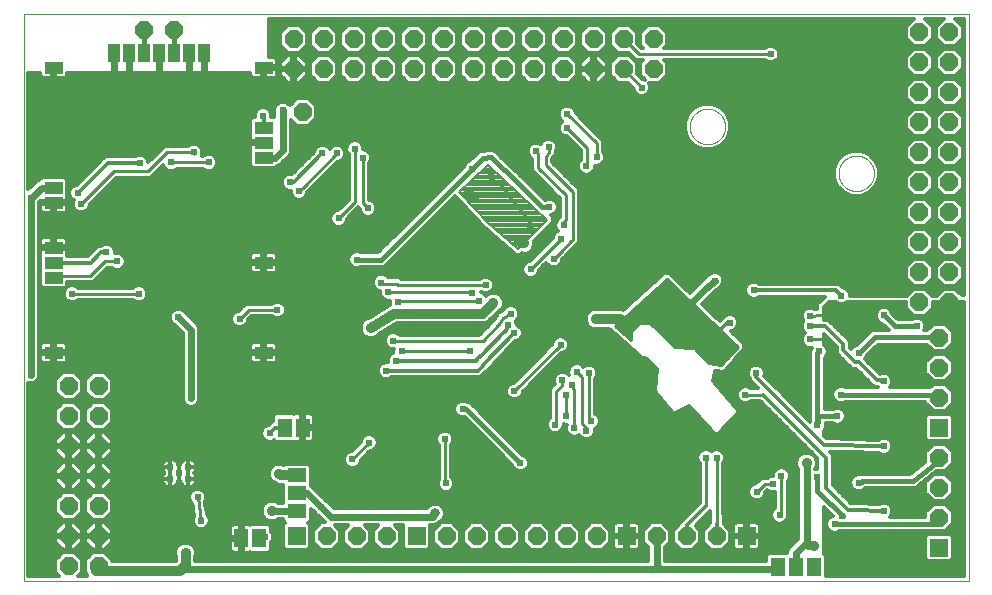
<source format=gbl>
G75*
%MOIN*%
%OFA0B0*%
%FSLAX25Y25*%
%IPPOS*%
%LPD*%
%AMOC8*
5,1,8,0,0,1.08239X$1,22.5*
%
%ADD10C,0.00000*%
%ADD11C,0.02381*%
%ADD12C,0.02400*%
%ADD13OC8,0.06000*%
%ADD14R,0.06300X0.04600*%
%ADD15R,0.04600X0.06300*%
%ADD16R,0.06000X0.06000*%
%ADD17R,0.06000X0.04000*%
%ADD18R,0.04000X0.06000*%
%ADD19C,0.01200*%
%ADD20C,0.01000*%
%ADD21C,0.00800*%
%ADD22C,0.01600*%
%ADD23C,0.03562*%
%ADD24C,0.03200*%
%ADD25C,0.02400*%
%ADD26C,0.03169*%
D10*
X0007131Y0012652D02*
X0007131Y0201628D01*
X0322092Y0201628D01*
X0322092Y0012652D01*
X0007131Y0012652D01*
X0229164Y0164079D02*
X0229166Y0164232D01*
X0229172Y0164386D01*
X0229182Y0164539D01*
X0229196Y0164691D01*
X0229214Y0164844D01*
X0229236Y0164995D01*
X0229261Y0165146D01*
X0229291Y0165297D01*
X0229325Y0165447D01*
X0229362Y0165595D01*
X0229403Y0165743D01*
X0229448Y0165889D01*
X0229497Y0166035D01*
X0229550Y0166179D01*
X0229606Y0166321D01*
X0229666Y0166462D01*
X0229730Y0166602D01*
X0229797Y0166740D01*
X0229868Y0166876D01*
X0229943Y0167010D01*
X0230020Y0167142D01*
X0230102Y0167272D01*
X0230186Y0167400D01*
X0230274Y0167526D01*
X0230365Y0167649D01*
X0230459Y0167770D01*
X0230557Y0167888D01*
X0230657Y0168004D01*
X0230761Y0168117D01*
X0230867Y0168228D01*
X0230976Y0168336D01*
X0231088Y0168441D01*
X0231202Y0168542D01*
X0231320Y0168641D01*
X0231439Y0168737D01*
X0231561Y0168830D01*
X0231686Y0168919D01*
X0231813Y0169006D01*
X0231942Y0169088D01*
X0232073Y0169168D01*
X0232206Y0169244D01*
X0232341Y0169317D01*
X0232478Y0169386D01*
X0232617Y0169451D01*
X0232757Y0169513D01*
X0232899Y0169571D01*
X0233042Y0169626D01*
X0233187Y0169677D01*
X0233333Y0169724D01*
X0233480Y0169767D01*
X0233628Y0169806D01*
X0233777Y0169842D01*
X0233927Y0169873D01*
X0234078Y0169901D01*
X0234229Y0169925D01*
X0234382Y0169945D01*
X0234534Y0169961D01*
X0234687Y0169973D01*
X0234840Y0169981D01*
X0234993Y0169985D01*
X0235147Y0169985D01*
X0235300Y0169981D01*
X0235453Y0169973D01*
X0235606Y0169961D01*
X0235758Y0169945D01*
X0235911Y0169925D01*
X0236062Y0169901D01*
X0236213Y0169873D01*
X0236363Y0169842D01*
X0236512Y0169806D01*
X0236660Y0169767D01*
X0236807Y0169724D01*
X0236953Y0169677D01*
X0237098Y0169626D01*
X0237241Y0169571D01*
X0237383Y0169513D01*
X0237523Y0169451D01*
X0237662Y0169386D01*
X0237799Y0169317D01*
X0237934Y0169244D01*
X0238067Y0169168D01*
X0238198Y0169088D01*
X0238327Y0169006D01*
X0238454Y0168919D01*
X0238579Y0168830D01*
X0238701Y0168737D01*
X0238820Y0168641D01*
X0238938Y0168542D01*
X0239052Y0168441D01*
X0239164Y0168336D01*
X0239273Y0168228D01*
X0239379Y0168117D01*
X0239483Y0168004D01*
X0239583Y0167888D01*
X0239681Y0167770D01*
X0239775Y0167649D01*
X0239866Y0167526D01*
X0239954Y0167400D01*
X0240038Y0167272D01*
X0240120Y0167142D01*
X0240197Y0167010D01*
X0240272Y0166876D01*
X0240343Y0166740D01*
X0240410Y0166602D01*
X0240474Y0166462D01*
X0240534Y0166321D01*
X0240590Y0166179D01*
X0240643Y0166035D01*
X0240692Y0165889D01*
X0240737Y0165743D01*
X0240778Y0165595D01*
X0240815Y0165447D01*
X0240849Y0165297D01*
X0240879Y0165146D01*
X0240904Y0164995D01*
X0240926Y0164844D01*
X0240944Y0164691D01*
X0240958Y0164539D01*
X0240968Y0164386D01*
X0240974Y0164232D01*
X0240976Y0164079D01*
X0240974Y0163926D01*
X0240968Y0163772D01*
X0240958Y0163619D01*
X0240944Y0163467D01*
X0240926Y0163314D01*
X0240904Y0163163D01*
X0240879Y0163012D01*
X0240849Y0162861D01*
X0240815Y0162711D01*
X0240778Y0162563D01*
X0240737Y0162415D01*
X0240692Y0162269D01*
X0240643Y0162123D01*
X0240590Y0161979D01*
X0240534Y0161837D01*
X0240474Y0161696D01*
X0240410Y0161556D01*
X0240343Y0161418D01*
X0240272Y0161282D01*
X0240197Y0161148D01*
X0240120Y0161016D01*
X0240038Y0160886D01*
X0239954Y0160758D01*
X0239866Y0160632D01*
X0239775Y0160509D01*
X0239681Y0160388D01*
X0239583Y0160270D01*
X0239483Y0160154D01*
X0239379Y0160041D01*
X0239273Y0159930D01*
X0239164Y0159822D01*
X0239052Y0159717D01*
X0238938Y0159616D01*
X0238820Y0159517D01*
X0238701Y0159421D01*
X0238579Y0159328D01*
X0238454Y0159239D01*
X0238327Y0159152D01*
X0238198Y0159070D01*
X0238067Y0158990D01*
X0237934Y0158914D01*
X0237799Y0158841D01*
X0237662Y0158772D01*
X0237523Y0158707D01*
X0237383Y0158645D01*
X0237241Y0158587D01*
X0237098Y0158532D01*
X0236953Y0158481D01*
X0236807Y0158434D01*
X0236660Y0158391D01*
X0236512Y0158352D01*
X0236363Y0158316D01*
X0236213Y0158285D01*
X0236062Y0158257D01*
X0235911Y0158233D01*
X0235758Y0158213D01*
X0235606Y0158197D01*
X0235453Y0158185D01*
X0235300Y0158177D01*
X0235147Y0158173D01*
X0234993Y0158173D01*
X0234840Y0158177D01*
X0234687Y0158185D01*
X0234534Y0158197D01*
X0234382Y0158213D01*
X0234229Y0158233D01*
X0234078Y0158257D01*
X0233927Y0158285D01*
X0233777Y0158316D01*
X0233628Y0158352D01*
X0233480Y0158391D01*
X0233333Y0158434D01*
X0233187Y0158481D01*
X0233042Y0158532D01*
X0232899Y0158587D01*
X0232757Y0158645D01*
X0232617Y0158707D01*
X0232478Y0158772D01*
X0232341Y0158841D01*
X0232206Y0158914D01*
X0232073Y0158990D01*
X0231942Y0159070D01*
X0231813Y0159152D01*
X0231686Y0159239D01*
X0231561Y0159328D01*
X0231439Y0159421D01*
X0231320Y0159517D01*
X0231202Y0159616D01*
X0231088Y0159717D01*
X0230976Y0159822D01*
X0230867Y0159930D01*
X0230761Y0160041D01*
X0230657Y0160154D01*
X0230557Y0160270D01*
X0230459Y0160388D01*
X0230365Y0160509D01*
X0230274Y0160632D01*
X0230186Y0160758D01*
X0230102Y0160886D01*
X0230020Y0161016D01*
X0229943Y0161148D01*
X0229868Y0161282D01*
X0229797Y0161418D01*
X0229730Y0161556D01*
X0229666Y0161696D01*
X0229606Y0161837D01*
X0229550Y0161979D01*
X0229497Y0162123D01*
X0229448Y0162269D01*
X0229403Y0162415D01*
X0229362Y0162563D01*
X0229325Y0162711D01*
X0229291Y0162861D01*
X0229261Y0163012D01*
X0229236Y0163163D01*
X0229214Y0163314D01*
X0229196Y0163467D01*
X0229182Y0163619D01*
X0229172Y0163772D01*
X0229166Y0163926D01*
X0229164Y0164079D01*
X0278785Y0148479D02*
X0278787Y0148632D01*
X0278793Y0148786D01*
X0278803Y0148939D01*
X0278817Y0149091D01*
X0278835Y0149244D01*
X0278857Y0149395D01*
X0278882Y0149546D01*
X0278912Y0149697D01*
X0278946Y0149847D01*
X0278983Y0149995D01*
X0279024Y0150143D01*
X0279069Y0150289D01*
X0279118Y0150435D01*
X0279171Y0150579D01*
X0279227Y0150721D01*
X0279287Y0150862D01*
X0279351Y0151002D01*
X0279418Y0151140D01*
X0279489Y0151276D01*
X0279564Y0151410D01*
X0279641Y0151542D01*
X0279723Y0151672D01*
X0279807Y0151800D01*
X0279895Y0151926D01*
X0279986Y0152049D01*
X0280080Y0152170D01*
X0280178Y0152288D01*
X0280278Y0152404D01*
X0280382Y0152517D01*
X0280488Y0152628D01*
X0280597Y0152736D01*
X0280709Y0152841D01*
X0280823Y0152942D01*
X0280941Y0153041D01*
X0281060Y0153137D01*
X0281182Y0153230D01*
X0281307Y0153319D01*
X0281434Y0153406D01*
X0281563Y0153488D01*
X0281694Y0153568D01*
X0281827Y0153644D01*
X0281962Y0153717D01*
X0282099Y0153786D01*
X0282238Y0153851D01*
X0282378Y0153913D01*
X0282520Y0153971D01*
X0282663Y0154026D01*
X0282808Y0154077D01*
X0282954Y0154124D01*
X0283101Y0154167D01*
X0283249Y0154206D01*
X0283398Y0154242D01*
X0283548Y0154273D01*
X0283699Y0154301D01*
X0283850Y0154325D01*
X0284003Y0154345D01*
X0284155Y0154361D01*
X0284308Y0154373D01*
X0284461Y0154381D01*
X0284614Y0154385D01*
X0284768Y0154385D01*
X0284921Y0154381D01*
X0285074Y0154373D01*
X0285227Y0154361D01*
X0285379Y0154345D01*
X0285532Y0154325D01*
X0285683Y0154301D01*
X0285834Y0154273D01*
X0285984Y0154242D01*
X0286133Y0154206D01*
X0286281Y0154167D01*
X0286428Y0154124D01*
X0286574Y0154077D01*
X0286719Y0154026D01*
X0286862Y0153971D01*
X0287004Y0153913D01*
X0287144Y0153851D01*
X0287283Y0153786D01*
X0287420Y0153717D01*
X0287555Y0153644D01*
X0287688Y0153568D01*
X0287819Y0153488D01*
X0287948Y0153406D01*
X0288075Y0153319D01*
X0288200Y0153230D01*
X0288322Y0153137D01*
X0288441Y0153041D01*
X0288559Y0152942D01*
X0288673Y0152841D01*
X0288785Y0152736D01*
X0288894Y0152628D01*
X0289000Y0152517D01*
X0289104Y0152404D01*
X0289204Y0152288D01*
X0289302Y0152170D01*
X0289396Y0152049D01*
X0289487Y0151926D01*
X0289575Y0151800D01*
X0289659Y0151672D01*
X0289741Y0151542D01*
X0289818Y0151410D01*
X0289893Y0151276D01*
X0289964Y0151140D01*
X0290031Y0151002D01*
X0290095Y0150862D01*
X0290155Y0150721D01*
X0290211Y0150579D01*
X0290264Y0150435D01*
X0290313Y0150289D01*
X0290358Y0150143D01*
X0290399Y0149995D01*
X0290436Y0149847D01*
X0290470Y0149697D01*
X0290500Y0149546D01*
X0290525Y0149395D01*
X0290547Y0149244D01*
X0290565Y0149091D01*
X0290579Y0148939D01*
X0290589Y0148786D01*
X0290595Y0148632D01*
X0290597Y0148479D01*
X0290595Y0148326D01*
X0290589Y0148172D01*
X0290579Y0148019D01*
X0290565Y0147867D01*
X0290547Y0147714D01*
X0290525Y0147563D01*
X0290500Y0147412D01*
X0290470Y0147261D01*
X0290436Y0147111D01*
X0290399Y0146963D01*
X0290358Y0146815D01*
X0290313Y0146669D01*
X0290264Y0146523D01*
X0290211Y0146379D01*
X0290155Y0146237D01*
X0290095Y0146096D01*
X0290031Y0145956D01*
X0289964Y0145818D01*
X0289893Y0145682D01*
X0289818Y0145548D01*
X0289741Y0145416D01*
X0289659Y0145286D01*
X0289575Y0145158D01*
X0289487Y0145032D01*
X0289396Y0144909D01*
X0289302Y0144788D01*
X0289204Y0144670D01*
X0289104Y0144554D01*
X0289000Y0144441D01*
X0288894Y0144330D01*
X0288785Y0144222D01*
X0288673Y0144117D01*
X0288559Y0144016D01*
X0288441Y0143917D01*
X0288322Y0143821D01*
X0288200Y0143728D01*
X0288075Y0143639D01*
X0287948Y0143552D01*
X0287819Y0143470D01*
X0287688Y0143390D01*
X0287555Y0143314D01*
X0287420Y0143241D01*
X0287283Y0143172D01*
X0287144Y0143107D01*
X0287004Y0143045D01*
X0286862Y0142987D01*
X0286719Y0142932D01*
X0286574Y0142881D01*
X0286428Y0142834D01*
X0286281Y0142791D01*
X0286133Y0142752D01*
X0285984Y0142716D01*
X0285834Y0142685D01*
X0285683Y0142657D01*
X0285532Y0142633D01*
X0285379Y0142613D01*
X0285227Y0142597D01*
X0285074Y0142585D01*
X0284921Y0142577D01*
X0284768Y0142573D01*
X0284614Y0142573D01*
X0284461Y0142577D01*
X0284308Y0142585D01*
X0284155Y0142597D01*
X0284003Y0142613D01*
X0283850Y0142633D01*
X0283699Y0142657D01*
X0283548Y0142685D01*
X0283398Y0142716D01*
X0283249Y0142752D01*
X0283101Y0142791D01*
X0282954Y0142834D01*
X0282808Y0142881D01*
X0282663Y0142932D01*
X0282520Y0142987D01*
X0282378Y0143045D01*
X0282238Y0143107D01*
X0282099Y0143172D01*
X0281962Y0143241D01*
X0281827Y0143314D01*
X0281694Y0143390D01*
X0281563Y0143470D01*
X0281434Y0143552D01*
X0281307Y0143639D01*
X0281182Y0143728D01*
X0281060Y0143821D01*
X0280941Y0143917D01*
X0280823Y0144016D01*
X0280709Y0144117D01*
X0280597Y0144222D01*
X0280488Y0144330D01*
X0280382Y0144441D01*
X0280278Y0144554D01*
X0280178Y0144670D01*
X0280080Y0144788D01*
X0279986Y0144909D01*
X0279895Y0145032D01*
X0279807Y0145158D01*
X0279723Y0145286D01*
X0279641Y0145416D01*
X0279564Y0145548D01*
X0279489Y0145682D01*
X0279418Y0145818D01*
X0279351Y0145956D01*
X0279287Y0146096D01*
X0279227Y0146237D01*
X0279171Y0146379D01*
X0279118Y0146523D01*
X0279069Y0146669D01*
X0279024Y0146815D01*
X0278983Y0146963D01*
X0278946Y0147111D01*
X0278912Y0147261D01*
X0278882Y0147412D01*
X0278857Y0147563D01*
X0278835Y0147714D01*
X0278817Y0147867D01*
X0278803Y0148019D01*
X0278793Y0148172D01*
X0278787Y0148326D01*
X0278785Y0148479D01*
D11*
X0206787Y0098931D03*
X0173437Y0091631D03*
X0170637Y0095231D03*
X0168637Y0098031D03*
X0176187Y0130931D03*
X0163037Y0147681D03*
X0156637Y0150031D03*
X0241437Y0087231D03*
X0263587Y0088731D03*
X0267587Y0088731D03*
X0242837Y0074031D03*
X0263331Y0059715D03*
X0263331Y0055515D03*
X0262987Y0029531D03*
X0203287Y0050731D03*
X0195487Y0038331D03*
X0171931Y0035115D03*
X0167131Y0038715D03*
X0167131Y0043715D03*
X0171331Y0046715D03*
X0141487Y0042331D03*
X0134387Y0042331D03*
X0127487Y0042731D03*
X0084437Y0052231D03*
X0080237Y0052231D03*
X0072137Y0050431D03*
X0056012Y0050556D03*
X0048387Y0041681D03*
D12*
X0056012Y0046556D03*
X0059012Y0048556D03*
X0062012Y0046556D03*
X0062012Y0050556D03*
X0065131Y0040515D03*
X0066331Y0032715D03*
X0087531Y0027315D03*
X0106168Y0037351D03*
X0105331Y0048515D03*
X0108931Y0051515D03*
X0116731Y0053115D03*
X0122331Y0058715D03*
X0117131Y0073715D03*
X0127931Y0082715D03*
X0131237Y0086031D03*
X0133131Y0089115D03*
X0130331Y0092715D03*
X0134331Y0097663D03*
X0131931Y0105663D03*
X0128731Y0108863D03*
X0126331Y0112063D03*
X0118131Y0119715D03*
X0112131Y0133463D03*
X0121931Y0136863D03*
X0098931Y0142515D03*
X0095931Y0145515D03*
X0106731Y0155115D03*
X0111531Y0155115D03*
X0117531Y0156663D03*
X0120131Y0153663D03*
X0093531Y0169515D03*
X0086931Y0167715D03*
X0070331Y0162063D03*
X0063331Y0162715D03*
X0063931Y0155515D03*
X0068931Y0152115D03*
X0064946Y0149352D03*
X0056331Y0152115D03*
X0045931Y0151915D03*
X0037446Y0156852D03*
X0026131Y0166915D03*
X0022446Y0154352D03*
X0025131Y0141915D03*
X0026331Y0138315D03*
X0041746Y0140652D03*
X0045931Y0128515D03*
X0034731Y0122115D03*
X0038331Y0119115D03*
X0045531Y0108315D03*
X0058731Y0100515D03*
X0079131Y0099915D03*
X0091731Y0102915D03*
X0062931Y0116715D03*
X0023331Y0108315D03*
X0009531Y0103515D03*
X0009531Y0120915D03*
X0009531Y0140115D03*
X0055146Y0162452D03*
X0156731Y0108663D03*
X0158931Y0106063D03*
X0161131Y0111263D03*
X0169531Y0101663D03*
X0186131Y0091315D03*
X0191531Y0082315D03*
X0195531Y0081915D03*
X0189931Y0077915D03*
X0186731Y0079515D03*
X0187931Y0074715D03*
X0187931Y0067515D03*
X0190731Y0063515D03*
X0194731Y0062715D03*
X0196331Y0065915D03*
X0184331Y0064715D03*
X0170731Y0075915D03*
X0153531Y0069915D03*
X0147531Y0059915D03*
X0147931Y0045115D03*
X0172731Y0051915D03*
X0155931Y0089115D03*
X0176131Y0116463D03*
X0183857Y0119989D03*
X0186331Y0126663D03*
X0187131Y0131115D03*
X0184731Y0133863D03*
X0182331Y0137263D03*
X0192731Y0134463D03*
X0194731Y0150863D03*
X0198131Y0153863D03*
X0203331Y0156163D03*
X0188331Y0163663D03*
X0188331Y0168263D03*
X0182131Y0157263D03*
X0177931Y0155915D03*
X0213131Y0177063D03*
X0220531Y0172063D03*
X0256131Y0188263D03*
X0260531Y0194663D03*
X0237531Y0112715D03*
X0250531Y0109515D03*
X0242531Y0098715D03*
X0251331Y0081915D03*
X0247731Y0074715D03*
X0271731Y0064515D03*
X0278331Y0067515D03*
X0284331Y0060915D03*
X0278331Y0053115D03*
X0271731Y0047115D03*
X0259731Y0047715D03*
X0256931Y0044915D03*
X0251531Y0042315D03*
X0259131Y0034515D03*
X0277531Y0031515D03*
X0279931Y0034315D03*
X0284931Y0039315D03*
X0285531Y0045315D03*
X0293931Y0035915D03*
X0283531Y0023915D03*
X0238131Y0053715D03*
X0234531Y0053715D03*
X0279531Y0074715D03*
X0284331Y0082515D03*
X0285531Y0088515D03*
X0275931Y0091515D03*
X0272331Y0089115D03*
X0269331Y0093115D03*
X0269331Y0097515D03*
X0269331Y0100915D03*
X0275931Y0102715D03*
X0279731Y0107715D03*
X0293931Y0101115D03*
X0304931Y0097515D03*
X0293931Y0079115D03*
X0293931Y0057515D03*
X0089215Y0061883D03*
X0062931Y0073515D03*
X0009531Y0081315D03*
D13*
X0022131Y0077563D03*
X0032131Y0077563D03*
X0032131Y0067563D03*
X0022131Y0067563D03*
X0022131Y0057563D03*
X0032131Y0057563D03*
X0032131Y0047563D03*
X0022131Y0047563D03*
X0022131Y0037563D03*
X0032131Y0037563D03*
X0032131Y0027563D03*
X0022131Y0027563D03*
X0022131Y0017563D03*
X0032131Y0017563D03*
X0108131Y0027515D03*
X0118131Y0027515D03*
X0128131Y0027515D03*
X0148131Y0027515D03*
X0158131Y0027515D03*
X0168131Y0027515D03*
X0178131Y0027515D03*
X0188131Y0027515D03*
X0198131Y0027515D03*
X0218131Y0027515D03*
X0228131Y0027515D03*
X0238131Y0027515D03*
X0312331Y0033715D03*
X0312331Y0043715D03*
X0312331Y0053715D03*
X0312331Y0073715D03*
X0312331Y0083715D03*
X0312331Y0093715D03*
X0315731Y0105463D03*
X0305731Y0105463D03*
X0305731Y0115463D03*
X0315731Y0115463D03*
X0315731Y0125463D03*
X0305731Y0125463D03*
X0305731Y0135463D03*
X0315731Y0135463D03*
X0315731Y0145463D03*
X0305731Y0145463D03*
X0305731Y0155463D03*
X0315731Y0155463D03*
X0315731Y0165463D03*
X0305731Y0165463D03*
X0305731Y0175463D03*
X0315731Y0175463D03*
X0315731Y0185463D03*
X0305731Y0185463D03*
X0305731Y0195463D03*
X0315731Y0195463D03*
X0217131Y0193263D03*
X0207131Y0193263D03*
X0197131Y0193263D03*
X0187131Y0193263D03*
X0177131Y0193263D03*
X0167131Y0193263D03*
X0157131Y0193263D03*
X0147131Y0193263D03*
X0137131Y0193263D03*
X0127131Y0193263D03*
X0117131Y0193263D03*
X0107131Y0193263D03*
X0097131Y0193263D03*
X0097131Y0183263D03*
X0107131Y0183263D03*
X0117131Y0183263D03*
X0127131Y0183263D03*
X0137131Y0183263D03*
X0147131Y0183263D03*
X0157131Y0183263D03*
X0167131Y0183263D03*
X0177131Y0183263D03*
X0187131Y0183263D03*
X0197131Y0183263D03*
X0207131Y0183263D03*
X0217131Y0183263D03*
X0100131Y0168915D03*
X0057131Y0196215D03*
X0047131Y0196215D03*
D14*
X0098215Y0047820D03*
X0098215Y0041820D03*
X0098215Y0035820D03*
D15*
X0085698Y0026778D03*
X0079698Y0026778D03*
X0094131Y0063715D03*
X0100131Y0063715D03*
X0258531Y0017115D03*
X0264531Y0017115D03*
X0270531Y0017115D03*
D16*
X0248131Y0027515D03*
X0208131Y0027515D03*
X0138131Y0027515D03*
X0098131Y0027515D03*
X0312331Y0023715D03*
X0312331Y0063715D03*
D17*
X0087131Y0088715D03*
X0087131Y0118715D03*
X0087131Y0153715D03*
X0087131Y0158715D03*
X0087131Y0163715D03*
X0087131Y0183715D03*
X0017131Y0183715D03*
X0017131Y0143715D03*
X0017131Y0138715D03*
X0017131Y0123715D03*
X0017131Y0118715D03*
X0017131Y0113715D03*
X0017131Y0088715D03*
D18*
X0037131Y0188715D03*
X0042131Y0188715D03*
X0047131Y0188715D03*
X0052131Y0188715D03*
X0057131Y0188715D03*
X0062131Y0188715D03*
X0067131Y0188715D03*
D19*
X0082531Y0181915D02*
X0082531Y0181504D01*
X0082641Y0181097D01*
X0082851Y0180733D01*
X0083149Y0180435D01*
X0083514Y0180224D01*
X0083921Y0180115D01*
X0086731Y0180115D01*
X0086731Y0181915D01*
X0087531Y0181915D01*
X0087531Y0180115D01*
X0090342Y0180115D01*
X0090749Y0180224D01*
X0091114Y0180435D01*
X0091412Y0180733D01*
X0091622Y0181097D01*
X0091731Y0181504D01*
X0091731Y0183315D01*
X0088931Y0183315D01*
X0088931Y0184115D01*
X0091731Y0184115D01*
X0091731Y0185926D01*
X0091622Y0186333D01*
X0091412Y0186697D01*
X0091114Y0186995D01*
X0090749Y0187206D01*
X0090342Y0187315D01*
X0088931Y0187315D01*
X0088931Y0200028D01*
X0303791Y0200028D01*
X0301131Y0197368D01*
X0301131Y0193558D01*
X0303826Y0190863D01*
X0307637Y0190863D01*
X0310331Y0193558D01*
X0310331Y0197368D01*
X0307671Y0200028D01*
X0313791Y0200028D01*
X0311131Y0197368D01*
X0311131Y0193558D01*
X0313826Y0190863D01*
X0317637Y0190863D01*
X0320331Y0193558D01*
X0320331Y0197368D01*
X0317671Y0200028D01*
X0320492Y0200028D01*
X0320492Y0107880D01*
X0319838Y0107862D01*
X0317637Y0110063D01*
X0313826Y0110063D01*
X0311478Y0107715D01*
X0309985Y0107715D01*
X0307637Y0110063D01*
X0303826Y0110063D01*
X0301478Y0107715D01*
X0282531Y0107715D01*
X0282531Y0108272D01*
X0282105Y0109301D01*
X0281318Y0110089D01*
X0280288Y0110515D01*
X0280043Y0110515D01*
X0278843Y0111715D01*
X0252291Y0111715D01*
X0252118Y0111889D01*
X0251088Y0112315D01*
X0249975Y0112315D01*
X0248945Y0111889D01*
X0248158Y0111101D01*
X0247731Y0110072D01*
X0247731Y0108958D01*
X0248158Y0107929D01*
X0248945Y0107141D01*
X0249975Y0106715D01*
X0251088Y0106715D01*
X0252118Y0107141D01*
X0252291Y0107315D01*
X0274220Y0107315D01*
X0271731Y0104826D01*
X0271731Y0103216D01*
X0271045Y0103161D01*
X0270918Y0103289D01*
X0269888Y0103715D01*
X0268775Y0103715D01*
X0267745Y0103289D01*
X0266958Y0102501D01*
X0266531Y0101472D01*
X0266531Y0100358D01*
X0266958Y0099329D01*
X0267072Y0099215D01*
X0266958Y0099101D01*
X0266531Y0098072D01*
X0266531Y0096958D01*
X0266958Y0095929D01*
X0267572Y0095315D01*
X0266958Y0094701D01*
X0266531Y0093672D01*
X0266531Y0092558D01*
X0266958Y0091529D01*
X0267745Y0090741D01*
X0268775Y0090315D01*
X0269798Y0090315D01*
X0269531Y0089672D01*
X0269531Y0089475D01*
X0269331Y0088992D01*
X0269331Y0066038D01*
X0269211Y0065747D01*
X0258531Y0076426D01*
X0253976Y0080982D01*
X0254131Y0081358D01*
X0254131Y0082472D01*
X0253705Y0083501D01*
X0252918Y0084289D01*
X0251888Y0084715D01*
X0250775Y0084715D01*
X0249745Y0084289D01*
X0248958Y0083501D01*
X0248531Y0082472D01*
X0248531Y0081358D01*
X0248958Y0080329D01*
X0249131Y0080155D01*
X0249131Y0079604D01*
X0250420Y0078315D01*
X0251920Y0076815D01*
X0249591Y0076815D01*
X0249318Y0077089D01*
X0248288Y0077515D01*
X0247175Y0077515D01*
X0246145Y0077089D01*
X0245358Y0076301D01*
X0244931Y0075272D01*
X0244931Y0074158D01*
X0245358Y0073129D01*
X0246145Y0072341D01*
X0247175Y0071915D01*
X0248288Y0071915D01*
X0249318Y0072341D01*
X0249591Y0072615D01*
X0252720Y0072615D01*
X0271731Y0053604D01*
X0271731Y0049915D01*
X0271175Y0049915D01*
X0270931Y0049814D01*
X0270931Y0049933D01*
X0270998Y0050000D01*
X0271513Y0051242D01*
X0271513Y0052587D01*
X0270998Y0053830D01*
X0270047Y0054781D01*
X0268804Y0055296D01*
X0267459Y0055296D01*
X0266216Y0054781D01*
X0265265Y0053830D01*
X0264750Y0052587D01*
X0264750Y0051242D01*
X0265265Y0050000D01*
X0265331Y0049933D01*
X0265331Y0026675D01*
X0262158Y0023501D01*
X0261731Y0022472D01*
X0261731Y0021865D01*
X0261569Y0021865D01*
X0261531Y0021828D01*
X0261494Y0021865D01*
X0255569Y0021865D01*
X0254631Y0020928D01*
X0254631Y0019389D01*
X0220931Y0019389D01*
X0220931Y0023810D01*
X0222731Y0025610D01*
X0222731Y0029420D01*
X0220037Y0032115D01*
X0216226Y0032115D01*
X0213531Y0029420D01*
X0213531Y0025610D01*
X0215331Y0023810D01*
X0215331Y0019389D01*
X0064331Y0019389D01*
X0064331Y0020805D01*
X0064513Y0021242D01*
X0064513Y0022587D01*
X0063998Y0023830D01*
X0063047Y0024781D01*
X0061804Y0025296D01*
X0060459Y0025296D01*
X0059216Y0024781D01*
X0058265Y0023830D01*
X0057750Y0022587D01*
X0057750Y0021242D01*
X0057931Y0020805D01*
X0057931Y0019115D01*
X0036731Y0019115D01*
X0036731Y0019468D01*
X0034037Y0022163D01*
X0030226Y0022163D01*
X0027531Y0019468D01*
X0027531Y0015658D01*
X0027946Y0015243D01*
X0028357Y0014252D01*
X0025326Y0014252D01*
X0026731Y0015658D01*
X0026731Y0019468D01*
X0024037Y0022163D01*
X0020226Y0022163D01*
X0017531Y0019468D01*
X0017531Y0015658D01*
X0018937Y0014252D01*
X0008731Y0014252D01*
X0008731Y0078616D01*
X0008975Y0078515D01*
X0010088Y0078515D01*
X0011118Y0078941D01*
X0011905Y0079729D01*
X0012331Y0080758D01*
X0012331Y0138955D01*
X0012531Y0139155D01*
X0012531Y0139115D01*
X0016731Y0139115D01*
X0016731Y0138315D01*
X0012531Y0138315D01*
X0012531Y0136504D01*
X0012641Y0136097D01*
X0012851Y0135733D01*
X0013149Y0135435D01*
X0013514Y0135224D01*
X0013921Y0135115D01*
X0016731Y0135115D01*
X0016731Y0138315D01*
X0017531Y0138315D01*
X0017531Y0135115D01*
X0020342Y0135115D01*
X0020749Y0135224D01*
X0021114Y0135435D01*
X0021412Y0135733D01*
X0021622Y0136097D01*
X0021731Y0136504D01*
X0021731Y0138315D01*
X0017532Y0138315D01*
X0017532Y0139115D01*
X0021731Y0139115D01*
X0021731Y0140926D01*
X0021705Y0141025D01*
X0021731Y0141052D01*
X0021731Y0146378D01*
X0020794Y0147315D01*
X0013469Y0147315D01*
X0012669Y0146515D01*
X0012575Y0146515D01*
X0011545Y0146089D01*
X0008731Y0143275D01*
X0008731Y0181915D01*
X0012531Y0181915D01*
X0012531Y0181504D01*
X0012641Y0181097D01*
X0012851Y0180733D01*
X0013149Y0180435D01*
X0013514Y0180224D01*
X0013921Y0180115D01*
X0016731Y0180115D01*
X0016731Y0181915D01*
X0017531Y0181915D01*
X0017531Y0180115D01*
X0020342Y0180115D01*
X0020749Y0180224D01*
X0021114Y0180435D01*
X0021412Y0180733D01*
X0021622Y0181097D01*
X0021731Y0181504D01*
X0021731Y0181915D01*
X0082531Y0181915D01*
X0082586Y0181301D02*
X0021677Y0181301D01*
X0017531Y0181301D02*
X0016731Y0181301D01*
X0012586Y0181301D02*
X0008731Y0181301D01*
X0008731Y0180102D02*
X0093787Y0180102D01*
X0094986Y0178904D02*
X0008731Y0178904D01*
X0008731Y0177705D02*
X0209588Y0177705D01*
X0210331Y0176937D02*
X0210331Y0176506D01*
X0210758Y0175477D01*
X0211545Y0174689D01*
X0212575Y0174263D01*
X0213688Y0174263D01*
X0214718Y0174689D01*
X0215505Y0175477D01*
X0215931Y0176506D01*
X0215931Y0177620D01*
X0215505Y0178649D01*
X0215491Y0178663D01*
X0219037Y0178663D01*
X0221731Y0181358D01*
X0221731Y0185168D01*
X0220737Y0186163D01*
X0254272Y0186163D01*
X0254545Y0185889D01*
X0255575Y0185463D01*
X0256688Y0185463D01*
X0257718Y0185889D01*
X0258505Y0186677D01*
X0258781Y0187343D01*
X0258831Y0187393D01*
X0258831Y0187465D01*
X0258931Y0187706D01*
X0258931Y0188820D01*
X0258831Y0189061D01*
X0258831Y0189133D01*
X0258781Y0189183D01*
X0258505Y0189849D01*
X0257718Y0190637D01*
X0256688Y0191063D01*
X0255575Y0191063D01*
X0254545Y0190637D01*
X0254272Y0190363D01*
X0220737Y0190363D01*
X0221731Y0191358D01*
X0221731Y0195168D01*
X0219037Y0197863D01*
X0215226Y0197863D01*
X0212531Y0195168D01*
X0212531Y0191358D01*
X0213526Y0190363D01*
X0213001Y0190363D01*
X0211731Y0191633D01*
X0211731Y0195168D01*
X0209037Y0197863D01*
X0205226Y0197863D01*
X0202531Y0195168D01*
X0202531Y0191358D01*
X0205226Y0188663D01*
X0208762Y0188663D01*
X0210031Y0187393D01*
X0211262Y0186163D01*
X0213526Y0186163D01*
X0212531Y0185168D01*
X0212531Y0181358D01*
X0214265Y0179624D01*
X0213688Y0179863D01*
X0213344Y0179863D01*
X0211731Y0181529D01*
X0211731Y0185168D01*
X0209037Y0187863D01*
X0205226Y0187863D01*
X0202531Y0185168D01*
X0202531Y0181358D01*
X0205226Y0178663D01*
X0208661Y0178663D01*
X0210331Y0176937D01*
X0210331Y0176507D02*
X0008731Y0176507D01*
X0008731Y0175308D02*
X0210927Y0175308D01*
X0215336Y0175308D02*
X0301131Y0175308D01*
X0301131Y0174110D02*
X0008731Y0174110D01*
X0008731Y0172911D02*
X0097622Y0172911D01*
X0098226Y0173515D02*
X0095859Y0171148D01*
X0095118Y0171889D01*
X0094088Y0172315D01*
X0092975Y0172315D01*
X0091945Y0171889D01*
X0091158Y0171101D01*
X0090731Y0170072D01*
X0090731Y0167315D01*
X0089731Y0167315D01*
X0089731Y0168272D01*
X0089305Y0169301D01*
X0088518Y0170089D01*
X0087488Y0170515D01*
X0086375Y0170515D01*
X0085345Y0170089D01*
X0084558Y0169301D01*
X0084131Y0168272D01*
X0084131Y0167315D01*
X0083469Y0167315D01*
X0082531Y0166378D01*
X0082531Y0161052D01*
X0082558Y0161025D01*
X0082531Y0160926D01*
X0082532Y0160926D02*
X0008731Y0160926D01*
X0008731Y0162124D02*
X0082531Y0162124D01*
X0082531Y0160926D02*
X0082531Y0159115D01*
X0086731Y0159115D01*
X0086731Y0158315D01*
X0082531Y0158315D01*
X0082531Y0156504D01*
X0082558Y0156404D01*
X0082531Y0156378D01*
X0082531Y0151052D01*
X0083469Y0150115D01*
X0090794Y0150115D01*
X0091669Y0150990D01*
X0092518Y0151341D01*
X0095905Y0154729D01*
X0096331Y0155758D01*
X0096331Y0166210D01*
X0098226Y0164315D01*
X0102037Y0164315D01*
X0104731Y0167010D01*
X0104731Y0170820D01*
X0102037Y0173515D01*
X0098226Y0173515D01*
X0096424Y0171713D02*
X0095294Y0171713D01*
X0091769Y0171713D02*
X0008731Y0171713D01*
X0008731Y0170514D02*
X0086372Y0170514D01*
X0087491Y0170514D02*
X0090915Y0170514D01*
X0090731Y0169315D02*
X0089291Y0169315D01*
X0089731Y0168117D02*
X0090731Y0168117D01*
X0087131Y0167515D02*
X0086931Y0167715D01*
X0087131Y0167515D02*
X0087131Y0163715D01*
X0082531Y0163323D02*
X0008731Y0163323D01*
X0008731Y0164521D02*
X0082531Y0164521D01*
X0082531Y0165720D02*
X0008731Y0165720D01*
X0008731Y0166918D02*
X0083072Y0166918D01*
X0084131Y0168117D02*
X0008731Y0168117D01*
X0008731Y0169315D02*
X0084572Y0169315D01*
X0096331Y0165720D02*
X0096821Y0165720D01*
X0096331Y0164521D02*
X0098020Y0164521D01*
X0096331Y0163323D02*
X0185531Y0163323D01*
X0185531Y0163106D02*
X0185958Y0162077D01*
X0186745Y0161289D01*
X0187775Y0160863D01*
X0188162Y0160863D01*
X0192831Y0156193D01*
X0192831Y0152923D01*
X0192358Y0152449D01*
X0191931Y0151420D01*
X0191931Y0150306D01*
X0192358Y0149277D01*
X0193145Y0148489D01*
X0194175Y0148063D01*
X0195288Y0148063D01*
X0196318Y0148489D01*
X0197105Y0149277D01*
X0197531Y0150306D01*
X0197531Y0151081D01*
X0197575Y0151063D01*
X0198688Y0151063D01*
X0199718Y0151489D01*
X0200505Y0152277D01*
X0200931Y0153306D01*
X0200931Y0154420D01*
X0200505Y0155449D01*
X0200231Y0155723D01*
X0200231Y0159333D01*
X0191131Y0168433D01*
X0191131Y0168820D01*
X0190705Y0169849D01*
X0189918Y0170637D01*
X0188888Y0171063D01*
X0187775Y0171063D01*
X0186745Y0170637D01*
X0185958Y0169849D01*
X0185531Y0168820D01*
X0185531Y0167706D01*
X0185958Y0166677D01*
X0186672Y0165963D01*
X0185958Y0165249D01*
X0185531Y0164220D01*
X0185531Y0163106D01*
X0185938Y0162124D02*
X0096331Y0162124D01*
X0096331Y0160926D02*
X0187623Y0160926D01*
X0189297Y0159727D02*
X0183499Y0159727D01*
X0183718Y0159637D02*
X0182688Y0160063D01*
X0181575Y0160063D01*
X0180545Y0159637D01*
X0179758Y0158849D01*
X0179523Y0158283D01*
X0179518Y0158289D01*
X0178488Y0158715D01*
X0177375Y0158715D01*
X0176345Y0158289D01*
X0175558Y0157501D01*
X0175131Y0156472D01*
X0175131Y0155358D01*
X0175558Y0154329D01*
X0176345Y0153541D01*
X0176631Y0153423D01*
X0176631Y0149445D01*
X0185031Y0141045D01*
X0185831Y0140245D01*
X0185831Y0133985D01*
X0185031Y0133185D01*
X0185031Y0132975D01*
X0184758Y0132701D01*
X0184331Y0131672D01*
X0184331Y0130558D01*
X0184758Y0129529D01*
X0185102Y0129184D01*
X0184745Y0129037D01*
X0183958Y0128249D01*
X0183531Y0127220D01*
X0183531Y0126833D01*
X0175962Y0119263D01*
X0175575Y0119263D01*
X0174545Y0118837D01*
X0173758Y0118049D01*
X0173331Y0117020D01*
X0173331Y0115906D01*
X0173758Y0114877D01*
X0174545Y0114089D01*
X0175575Y0113663D01*
X0176688Y0113663D01*
X0177718Y0114089D01*
X0178505Y0114877D01*
X0178931Y0115906D01*
X0178931Y0116293D01*
X0181354Y0118716D01*
X0181484Y0118403D01*
X0182271Y0117615D01*
X0183301Y0117189D01*
X0184414Y0117189D01*
X0185444Y0117615D01*
X0186231Y0118403D01*
X0186657Y0119432D01*
X0186657Y0119819D01*
X0187127Y0120289D01*
X0190601Y0123763D01*
X0191001Y0124163D01*
X0192231Y0125393D01*
X0192231Y0143133D01*
X0183231Y0152133D01*
X0183231Y0153363D01*
X0183922Y0154284D01*
X0184431Y0154793D01*
X0184431Y0154963D01*
X0184533Y0155099D01*
X0184458Y0155629D01*
X0184505Y0155677D01*
X0184931Y0156706D01*
X0184931Y0157820D01*
X0184505Y0158849D01*
X0183718Y0159637D01*
X0184638Y0158529D02*
X0190496Y0158529D01*
X0191694Y0157330D02*
X0184931Y0157330D01*
X0184694Y0156132D02*
X0192831Y0156132D01*
X0192831Y0154933D02*
X0184431Y0154933D01*
X0183510Y0153735D02*
X0192831Y0153735D01*
X0192445Y0152536D02*
X0183231Y0152536D01*
X0184027Y0151338D02*
X0191931Y0151338D01*
X0192001Y0150139D02*
X0185225Y0150139D01*
X0186424Y0148941D02*
X0192694Y0148941D01*
X0196769Y0148941D02*
X0277185Y0148941D01*
X0277185Y0149972D02*
X0277185Y0146986D01*
X0278328Y0144227D01*
X0280439Y0142116D01*
X0283198Y0140973D01*
X0286183Y0140973D01*
X0288942Y0142116D01*
X0291053Y0144227D01*
X0292196Y0146986D01*
X0292196Y0149972D01*
X0291053Y0152730D01*
X0288942Y0154842D01*
X0286183Y0155984D01*
X0283198Y0155984D01*
X0280439Y0154842D01*
X0278328Y0152730D01*
X0277185Y0149972D01*
X0277254Y0150139D02*
X0197462Y0150139D01*
X0199352Y0151338D02*
X0277751Y0151338D01*
X0278247Y0152536D02*
X0200613Y0152536D01*
X0200931Y0153735D02*
X0279332Y0153735D01*
X0280661Y0154933D02*
X0200719Y0154933D01*
X0200231Y0156132D02*
X0301131Y0156132D01*
X0301131Y0157330D02*
X0238391Y0157330D01*
X0239322Y0157716D02*
X0241433Y0159827D01*
X0242576Y0162586D01*
X0242576Y0165572D01*
X0241433Y0168330D01*
X0239322Y0170442D01*
X0236563Y0171584D01*
X0233577Y0171584D01*
X0230819Y0170442D01*
X0228707Y0168330D01*
X0227565Y0165572D01*
X0227565Y0162586D01*
X0228707Y0159827D01*
X0230819Y0157716D01*
X0233577Y0156573D01*
X0236563Y0156573D01*
X0239322Y0157716D01*
X0240135Y0158529D02*
X0302292Y0158529D01*
X0301131Y0157368D02*
X0301131Y0153558D01*
X0303826Y0150863D01*
X0307637Y0150863D01*
X0310331Y0153558D01*
X0310331Y0157368D01*
X0307637Y0160063D01*
X0303826Y0160063D01*
X0301131Y0157368D01*
X0301131Y0154933D02*
X0288721Y0154933D01*
X0290049Y0153735D02*
X0301131Y0153735D01*
X0302153Y0152536D02*
X0291134Y0152536D01*
X0291630Y0151338D02*
X0303351Y0151338D01*
X0303826Y0150063D02*
X0301131Y0147368D01*
X0301131Y0143558D01*
X0303826Y0140863D01*
X0307637Y0140863D01*
X0310331Y0143558D01*
X0310331Y0147368D01*
X0307637Y0150063D01*
X0303826Y0150063D01*
X0302704Y0148941D02*
X0292196Y0148941D01*
X0292196Y0147742D02*
X0301505Y0147742D01*
X0301131Y0146544D02*
X0292013Y0146544D01*
X0291517Y0145345D02*
X0301131Y0145345D01*
X0301131Y0144147D02*
X0290973Y0144147D01*
X0289774Y0142948D02*
X0301741Y0142948D01*
X0302939Y0141750D02*
X0288058Y0141750D01*
X0281323Y0141750D02*
X0192231Y0141750D01*
X0192231Y0142948D02*
X0279607Y0142948D01*
X0278408Y0144147D02*
X0191218Y0144147D01*
X0190019Y0145345D02*
X0277865Y0145345D01*
X0277368Y0146544D02*
X0188821Y0146544D01*
X0187622Y0147742D02*
X0277185Y0147742D01*
X0292127Y0150139D02*
X0320492Y0150139D01*
X0320492Y0148941D02*
X0318759Y0148941D01*
X0317637Y0150063D02*
X0313826Y0150063D01*
X0311131Y0147368D01*
X0311131Y0143558D01*
X0313826Y0140863D01*
X0317637Y0140863D01*
X0320331Y0143558D01*
X0320331Y0147368D01*
X0317637Y0150063D01*
X0317637Y0150863D02*
X0313826Y0150863D01*
X0311131Y0153558D01*
X0311131Y0157368D01*
X0313826Y0160063D01*
X0317637Y0160063D01*
X0320331Y0157368D01*
X0320331Y0153558D01*
X0317637Y0150863D01*
X0318112Y0151338D02*
X0320492Y0151338D01*
X0320492Y0152536D02*
X0319310Y0152536D01*
X0320331Y0153735D02*
X0320492Y0153735D01*
X0320492Y0154933D02*
X0320331Y0154933D01*
X0320331Y0156132D02*
X0320492Y0156132D01*
X0320492Y0157330D02*
X0320331Y0157330D01*
X0320492Y0158529D02*
X0319171Y0158529D01*
X0317972Y0159727D02*
X0320492Y0159727D01*
X0320492Y0160926D02*
X0317700Y0160926D01*
X0317637Y0160863D02*
X0320331Y0163558D01*
X0320331Y0167368D01*
X0317637Y0170063D01*
X0313826Y0170063D01*
X0311131Y0167368D01*
X0311131Y0163558D01*
X0313826Y0160863D01*
X0317637Y0160863D01*
X0318898Y0162124D02*
X0320492Y0162124D01*
X0320492Y0163323D02*
X0320097Y0163323D01*
X0320331Y0164521D02*
X0320492Y0164521D01*
X0320492Y0165720D02*
X0320331Y0165720D01*
X0320331Y0166918D02*
X0320492Y0166918D01*
X0320492Y0168117D02*
X0319583Y0168117D01*
X0320492Y0169315D02*
X0318384Y0169315D01*
X0317637Y0170863D02*
X0320331Y0173558D01*
X0320331Y0177368D01*
X0317637Y0180063D01*
X0313826Y0180063D01*
X0311131Y0177368D01*
X0311131Y0173558D01*
X0313826Y0170863D01*
X0317637Y0170863D01*
X0318486Y0171713D02*
X0320492Y0171713D01*
X0320492Y0172911D02*
X0319685Y0172911D01*
X0320331Y0174110D02*
X0320492Y0174110D01*
X0320492Y0175308D02*
X0320331Y0175308D01*
X0320331Y0176507D02*
X0320492Y0176507D01*
X0320492Y0177705D02*
X0319995Y0177705D01*
X0320492Y0178904D02*
X0318796Y0178904D01*
X0320492Y0180102D02*
X0220476Y0180102D01*
X0219277Y0178904D02*
X0302667Y0178904D01*
X0303826Y0180063D02*
X0301131Y0177368D01*
X0301131Y0173558D01*
X0303826Y0170863D01*
X0307637Y0170863D01*
X0310331Y0173558D01*
X0310331Y0177368D01*
X0307637Y0180063D01*
X0303826Y0180063D01*
X0303826Y0180863D02*
X0307637Y0180863D01*
X0310331Y0183558D01*
X0310331Y0187368D01*
X0307637Y0190063D01*
X0303826Y0190063D01*
X0301131Y0187368D01*
X0301131Y0183558D01*
X0303826Y0180863D01*
X0303389Y0181301D02*
X0221674Y0181301D01*
X0221731Y0182499D02*
X0302190Y0182499D01*
X0301131Y0183698D02*
X0221731Y0183698D01*
X0221731Y0184896D02*
X0301131Y0184896D01*
X0301131Y0186095D02*
X0257923Y0186095D01*
X0258760Y0187293D02*
X0301131Y0187293D01*
X0302255Y0188492D02*
X0258931Y0188492D01*
X0258571Y0189690D02*
X0303453Y0189690D01*
X0303800Y0190889D02*
X0257109Y0190889D01*
X0255154Y0190889D02*
X0221263Y0190889D01*
X0221731Y0192087D02*
X0302602Y0192087D01*
X0301403Y0193286D02*
X0221731Y0193286D01*
X0221731Y0194484D02*
X0301131Y0194484D01*
X0301131Y0195683D02*
X0221217Y0195683D01*
X0220019Y0196881D02*
X0301131Y0196881D01*
X0301843Y0198080D02*
X0088931Y0198080D01*
X0088931Y0199278D02*
X0303041Y0199278D01*
X0308422Y0199278D02*
X0313041Y0199278D01*
X0311843Y0198080D02*
X0309620Y0198080D01*
X0310331Y0196881D02*
X0311131Y0196881D01*
X0311131Y0195683D02*
X0310331Y0195683D01*
X0310331Y0194484D02*
X0311131Y0194484D01*
X0311403Y0193286D02*
X0310060Y0193286D01*
X0308861Y0192087D02*
X0312602Y0192087D01*
X0313800Y0190889D02*
X0307663Y0190889D01*
X0308010Y0189690D02*
X0313453Y0189690D01*
X0313826Y0190063D02*
X0311131Y0187368D01*
X0311131Y0183558D01*
X0313826Y0180863D01*
X0317637Y0180863D01*
X0320331Y0183558D01*
X0320331Y0187368D01*
X0317637Y0190063D01*
X0313826Y0190063D01*
X0312255Y0188492D02*
X0309208Y0188492D01*
X0310331Y0187293D02*
X0311131Y0187293D01*
X0311131Y0186095D02*
X0310331Y0186095D01*
X0310331Y0184896D02*
X0311131Y0184896D01*
X0311131Y0183698D02*
X0310331Y0183698D01*
X0309273Y0182499D02*
X0312190Y0182499D01*
X0313389Y0181301D02*
X0308074Y0181301D01*
X0308796Y0178904D02*
X0312667Y0178904D01*
X0311468Y0177705D02*
X0309995Y0177705D01*
X0310331Y0176507D02*
X0311131Y0176507D01*
X0311131Y0175308D02*
X0310331Y0175308D01*
X0310331Y0174110D02*
X0311131Y0174110D01*
X0311778Y0172911D02*
X0309685Y0172911D01*
X0308486Y0171713D02*
X0312977Y0171713D01*
X0313079Y0169315D02*
X0308384Y0169315D01*
X0307637Y0170063D02*
X0303826Y0170063D01*
X0301131Y0167368D01*
X0301131Y0163558D01*
X0303826Y0160863D01*
X0307637Y0160863D01*
X0310331Y0163558D01*
X0310331Y0167368D01*
X0307637Y0170063D01*
X0309583Y0168117D02*
X0311880Y0168117D01*
X0311131Y0166918D02*
X0310331Y0166918D01*
X0310331Y0165720D02*
X0311131Y0165720D01*
X0311131Y0164521D02*
X0310331Y0164521D01*
X0310097Y0163323D02*
X0311366Y0163323D01*
X0312565Y0162124D02*
X0308898Y0162124D01*
X0307700Y0160926D02*
X0313763Y0160926D01*
X0313491Y0159727D02*
X0307972Y0159727D01*
X0309171Y0158529D02*
X0312292Y0158529D01*
X0311131Y0157330D02*
X0310331Y0157330D01*
X0310331Y0156132D02*
X0311131Y0156132D01*
X0311131Y0154933D02*
X0310331Y0154933D01*
X0310331Y0153735D02*
X0311131Y0153735D01*
X0312153Y0152536D02*
X0309310Y0152536D01*
X0308112Y0151338D02*
X0313351Y0151338D01*
X0312704Y0148941D02*
X0308759Y0148941D01*
X0309958Y0147742D02*
X0311505Y0147742D01*
X0311131Y0146544D02*
X0310331Y0146544D01*
X0310331Y0145345D02*
X0311131Y0145345D01*
X0311131Y0144147D02*
X0310331Y0144147D01*
X0309722Y0142948D02*
X0311741Y0142948D01*
X0312939Y0141750D02*
X0308524Y0141750D01*
X0307637Y0140063D02*
X0303826Y0140063D01*
X0301131Y0137368D01*
X0301131Y0133558D01*
X0303826Y0130863D01*
X0307637Y0130863D01*
X0310331Y0133558D01*
X0310331Y0137368D01*
X0307637Y0140063D01*
X0308347Y0139353D02*
X0313116Y0139353D01*
X0313826Y0140063D02*
X0311131Y0137368D01*
X0311131Y0133558D01*
X0313826Y0130863D01*
X0317637Y0130863D01*
X0320331Y0133558D01*
X0320331Y0137368D01*
X0317637Y0140063D01*
X0313826Y0140063D01*
X0311917Y0138154D02*
X0309546Y0138154D01*
X0310331Y0136956D02*
X0311131Y0136956D01*
X0311131Y0135757D02*
X0310331Y0135757D01*
X0310331Y0134559D02*
X0311131Y0134559D01*
X0311329Y0133360D02*
X0310134Y0133360D01*
X0308936Y0132162D02*
X0312527Y0132162D01*
X0313726Y0130963D02*
X0307737Y0130963D01*
X0307637Y0130063D02*
X0303826Y0130063D01*
X0301131Y0127368D01*
X0301131Y0123558D01*
X0303826Y0120863D01*
X0307637Y0120863D01*
X0310331Y0123558D01*
X0310331Y0127368D01*
X0307637Y0130063D01*
X0307935Y0129765D02*
X0313528Y0129765D01*
X0313826Y0130063D02*
X0311131Y0127368D01*
X0311131Y0123558D01*
X0313826Y0120863D01*
X0317637Y0120863D01*
X0320331Y0123558D01*
X0320331Y0127368D01*
X0317637Y0130063D01*
X0313826Y0130063D01*
X0312329Y0128566D02*
X0309134Y0128566D01*
X0310331Y0127368D02*
X0311131Y0127368D01*
X0311131Y0126169D02*
X0310331Y0126169D01*
X0310331Y0124971D02*
X0311131Y0124971D01*
X0311131Y0123772D02*
X0310331Y0123772D01*
X0309347Y0122574D02*
X0312116Y0122574D01*
X0313314Y0121375D02*
X0308149Y0121375D01*
X0307637Y0120063D02*
X0303826Y0120063D01*
X0301131Y0117368D01*
X0301131Y0113558D01*
X0303826Y0110863D01*
X0307637Y0110863D01*
X0310331Y0113558D01*
X0310331Y0117368D01*
X0307637Y0120063D01*
X0308722Y0118978D02*
X0312741Y0118978D01*
X0313826Y0120063D02*
X0311131Y0117368D01*
X0311131Y0113558D01*
X0313826Y0110863D01*
X0317637Y0110863D01*
X0320331Y0113558D01*
X0320331Y0117368D01*
X0317637Y0120063D01*
X0313826Y0120063D01*
X0311543Y0117779D02*
X0309920Y0117779D01*
X0310331Y0116581D02*
X0311131Y0116581D01*
X0311131Y0115382D02*
X0310331Y0115382D01*
X0310331Y0114184D02*
X0311131Y0114184D01*
X0311704Y0112985D02*
X0309759Y0112985D01*
X0308561Y0111787D02*
X0312902Y0111787D01*
X0313153Y0109390D02*
X0308310Y0109390D01*
X0309508Y0108191D02*
X0311955Y0108191D01*
X0310331Y0105515D02*
X0314731Y0105515D01*
X0320492Y0105680D01*
X0320492Y0014252D01*
X0274431Y0014252D01*
X0274431Y0020928D01*
X0273931Y0021428D01*
X0273931Y0037121D01*
X0276807Y0034245D01*
X0275945Y0033889D01*
X0275158Y0033101D01*
X0274731Y0032072D01*
X0274731Y0030958D01*
X0275158Y0029929D01*
X0275945Y0029141D01*
X0276975Y0028715D01*
X0278088Y0028715D01*
X0279054Y0029115D01*
X0314237Y0029115D01*
X0316931Y0031810D01*
X0316931Y0035620D01*
X0314237Y0038315D01*
X0310426Y0038315D01*
X0307731Y0035620D01*
X0307731Y0033915D01*
X0295891Y0033915D01*
X0296305Y0034329D01*
X0296731Y0035358D01*
X0296731Y0036472D01*
X0296305Y0037501D01*
X0295518Y0038289D01*
X0294488Y0038715D01*
X0293375Y0038715D01*
X0292345Y0038289D01*
X0292241Y0038184D01*
X0284879Y0038479D01*
X0284843Y0038515D01*
X0283975Y0038515D01*
X0283109Y0038550D01*
X0283071Y0038515D01*
X0282843Y0038515D01*
X0276931Y0044426D01*
X0276931Y0054626D01*
X0275882Y0055676D01*
X0292136Y0055350D01*
X0292345Y0055141D01*
X0293375Y0054715D01*
X0294488Y0054715D01*
X0295518Y0055141D01*
X0296305Y0055929D01*
X0296731Y0056958D01*
X0296731Y0058072D01*
X0296305Y0059101D01*
X0295518Y0059889D01*
X0294488Y0060315D01*
X0293375Y0060315D01*
X0292345Y0059889D01*
X0292207Y0059750D01*
X0274861Y0060097D01*
X0273931Y0061026D01*
X0273931Y0062755D01*
X0274105Y0062929D01*
X0274531Y0063958D01*
X0274531Y0065072D01*
X0274514Y0065115D01*
X0276809Y0065115D01*
X0277775Y0064715D01*
X0278888Y0064715D01*
X0279918Y0065141D01*
X0280705Y0065929D01*
X0281131Y0066958D01*
X0281131Y0068072D01*
X0280705Y0069101D01*
X0279918Y0069889D01*
X0278888Y0070315D01*
X0277775Y0070315D01*
X0276809Y0069915D01*
X0274131Y0069915D01*
X0274131Y0086955D01*
X0274705Y0087529D01*
X0275131Y0088558D01*
X0275131Y0089672D01*
X0274705Y0090701D01*
X0273931Y0091475D01*
X0273931Y0094804D01*
X0278131Y0090604D01*
X0278131Y0088604D01*
X0279420Y0087315D01*
X0283420Y0083315D01*
X0284620Y0083315D01*
X0289847Y0078088D01*
X0290271Y0077495D01*
X0290474Y0077461D01*
X0290620Y0077315D01*
X0291349Y0077315D01*
X0291856Y0077231D01*
X0291972Y0077115D01*
X0281054Y0077115D01*
X0280088Y0077515D01*
X0278975Y0077515D01*
X0277945Y0077089D01*
X0277158Y0076301D01*
X0276731Y0075272D01*
X0276731Y0074158D01*
X0277158Y0073129D01*
X0277945Y0072341D01*
X0278975Y0071915D01*
X0280088Y0071915D01*
X0281054Y0072315D01*
X0307731Y0072315D01*
X0307731Y0071810D01*
X0310426Y0069115D01*
X0314237Y0069115D01*
X0316931Y0071810D01*
X0316931Y0075620D01*
X0314237Y0078315D01*
X0310426Y0078315D01*
X0309226Y0077115D01*
X0295891Y0077115D01*
X0296305Y0077529D01*
X0296731Y0078558D01*
X0296731Y0079672D01*
X0296305Y0080701D01*
X0295518Y0081489D01*
X0294488Y0081915D01*
X0293375Y0081915D01*
X0292574Y0081583D01*
X0287731Y0086426D01*
X0287567Y0086591D01*
X0287905Y0086929D01*
X0288305Y0087895D01*
X0291788Y0091377D01*
X0308164Y0091377D01*
X0310426Y0089115D01*
X0314237Y0089115D01*
X0316931Y0091810D01*
X0316931Y0095620D01*
X0314237Y0098315D01*
X0310426Y0098315D01*
X0308288Y0096177D01*
X0307408Y0096177D01*
X0307731Y0096958D01*
X0307731Y0098072D01*
X0307305Y0099101D01*
X0306518Y0099889D01*
X0305488Y0100315D01*
X0304375Y0100315D01*
X0303409Y0099915D01*
X0298526Y0099915D01*
X0296705Y0101735D01*
X0296305Y0102701D01*
X0295518Y0103489D01*
X0294488Y0103915D01*
X0293375Y0103915D01*
X0292345Y0103489D01*
X0291558Y0102701D01*
X0291131Y0101672D01*
X0291131Y0100558D01*
X0291558Y0099529D01*
X0292345Y0098741D01*
X0293311Y0098341D01*
X0295475Y0096177D01*
X0290316Y0096177D01*
X0289434Y0095812D01*
X0288759Y0095137D01*
X0288759Y0095137D01*
X0284911Y0091289D01*
X0283945Y0090889D01*
X0283158Y0090101D01*
X0283070Y0089888D01*
X0282531Y0090426D01*
X0282531Y0092426D01*
X0276531Y0098426D01*
X0275243Y0099715D01*
X0273931Y0099715D01*
X0273931Y0103915D01*
X0275531Y0105515D01*
X0277972Y0105515D01*
X0278145Y0105341D01*
X0279175Y0104915D01*
X0280288Y0104915D01*
X0281318Y0105341D01*
X0281491Y0105515D01*
X0301131Y0105515D01*
X0301131Y0103558D01*
X0303826Y0100863D01*
X0307637Y0100863D01*
X0310331Y0103558D01*
X0310331Y0105515D01*
X0310331Y0104596D02*
X0320492Y0104596D01*
X0320492Y0103397D02*
X0310171Y0103397D01*
X0308973Y0102199D02*
X0320492Y0102199D01*
X0320492Y0101000D02*
X0307774Y0101000D01*
X0306604Y0099802D02*
X0320492Y0099802D01*
X0320492Y0098603D02*
X0307511Y0098603D01*
X0307731Y0097405D02*
X0309516Y0097405D01*
X0308317Y0096206D02*
X0307420Y0096206D01*
X0303689Y0101000D02*
X0297440Y0101000D01*
X0296513Y0102199D02*
X0302490Y0102199D01*
X0301292Y0103397D02*
X0295609Y0103397D01*
X0292254Y0103397D02*
X0273931Y0103397D01*
X0273931Y0102199D02*
X0291350Y0102199D01*
X0291131Y0101000D02*
X0273931Y0101000D01*
X0273931Y0099802D02*
X0291445Y0099802D01*
X0292678Y0098603D02*
X0276354Y0098603D01*
X0277553Y0097405D02*
X0294248Y0097405D01*
X0295446Y0096206D02*
X0278751Y0096206D01*
X0279950Y0095008D02*
X0288630Y0095008D01*
X0287432Y0093809D02*
X0281148Y0093809D01*
X0282347Y0092611D02*
X0286233Y0092611D01*
X0285035Y0091412D02*
X0282531Y0091412D01*
X0282744Y0090214D02*
X0283270Y0090214D01*
X0280331Y0089515D02*
X0280331Y0091515D01*
X0274331Y0097515D01*
X0270531Y0097515D01*
X0269331Y0097515D01*
X0266752Y0098603D02*
X0245331Y0098603D01*
X0245331Y0098158D02*
X0245331Y0099272D01*
X0244905Y0100301D01*
X0244118Y0101089D01*
X0243088Y0101515D01*
X0241975Y0101515D01*
X0240945Y0101089D01*
X0240158Y0100301D01*
X0240123Y0100218D01*
X0239201Y0099295D01*
X0233280Y0104904D01*
X0236635Y0108259D01*
X0239015Y0110299D01*
X0239118Y0110341D01*
X0239435Y0110659D01*
X0239777Y0110952D01*
X0239827Y0111050D01*
X0239905Y0111129D01*
X0240077Y0111544D01*
X0240281Y0111945D01*
X0240289Y0112056D01*
X0240331Y0112158D01*
X0240331Y0112607D01*
X0240366Y0113056D01*
X0240331Y0113161D01*
X0240331Y0113272D01*
X0240160Y0113687D01*
X0240020Y0114114D01*
X0239948Y0114199D01*
X0239905Y0114301D01*
X0239587Y0114619D01*
X0239295Y0114960D01*
X0239196Y0115010D01*
X0239118Y0115089D01*
X0238702Y0115261D01*
X0238302Y0115464D01*
X0238191Y0115472D01*
X0238088Y0115515D01*
X0237639Y0115515D01*
X0237191Y0115549D01*
X0237085Y0115515D01*
X0236975Y0115515D01*
X0236559Y0115343D01*
X0236132Y0115203D01*
X0236048Y0115131D01*
X0235945Y0115089D01*
X0235628Y0114771D01*
X0233248Y0112731D01*
X0233145Y0112689D01*
X0232828Y0112371D01*
X0232486Y0112078D01*
X0232436Y0111979D01*
X0229214Y0108757D01*
X0222939Y0114701D01*
X0222408Y0115286D01*
X0222317Y0115291D01*
X0222250Y0115354D01*
X0221460Y0115333D01*
X0220671Y0115371D01*
X0220603Y0115310D01*
X0220511Y0115307D01*
X0219967Y0114734D01*
X0206930Y0102912D01*
X0206440Y0103115D01*
X0199041Y0103115D01*
X0198604Y0103296D01*
X0197259Y0103296D01*
X0196016Y0102781D01*
X0195065Y0101830D01*
X0194550Y0100587D01*
X0194550Y0099242D01*
X0195065Y0098000D01*
X0196016Y0097049D01*
X0197259Y0096534D01*
X0198604Y0096534D01*
X0199041Y0096715D01*
X0202247Y0096715D01*
X0202250Y0096674D01*
X0202813Y0096181D01*
X0203316Y0095627D01*
X0203454Y0095620D01*
X0212714Y0087518D01*
X0213068Y0087013D01*
X0213346Y0086964D01*
X0213559Y0086778D01*
X0214174Y0086819D01*
X0214972Y0086680D01*
X0218382Y0083100D01*
X0217599Y0076751D01*
X0217585Y0076740D01*
X0217543Y0076301D01*
X0217490Y0075864D01*
X0217500Y0075850D01*
X0217499Y0075832D01*
X0217779Y0075493D01*
X0218050Y0075146D01*
X0218068Y0075143D01*
X0223178Y0068954D01*
X0223357Y0068641D01*
X0223461Y0068613D01*
X0223529Y0068530D01*
X0223888Y0068495D01*
X0224236Y0068400D01*
X0224329Y0068453D01*
X0224436Y0068443D01*
X0224714Y0068673D01*
X0228870Y0071042D01*
X0236937Y0062253D01*
X0236937Y0062226D01*
X0237243Y0061920D01*
X0237535Y0061602D01*
X0237562Y0061601D01*
X0237581Y0061581D01*
X0238014Y0061581D01*
X0238445Y0061563D01*
X0238465Y0061581D01*
X0238493Y0061581D01*
X0238798Y0061887D01*
X0239117Y0062179D01*
X0239118Y0062207D01*
X0245031Y0068120D01*
X0245344Y0068383D01*
X0245349Y0068437D01*
X0245387Y0068476D01*
X0245387Y0068884D01*
X0245422Y0069291D01*
X0245387Y0069333D01*
X0245387Y0069387D01*
X0245098Y0069676D01*
X0236973Y0079331D01*
X0237597Y0082336D01*
X0237687Y0082426D01*
X0237687Y0082708D01*
X0238798Y0082514D01*
X0239012Y0082327D01*
X0239626Y0082369D01*
X0240232Y0082263D01*
X0240465Y0082426D01*
X0240748Y0082446D01*
X0241152Y0082909D01*
X0241656Y0083263D01*
X0241705Y0083543D01*
X0242768Y0084762D01*
X0243018Y0084866D01*
X0243803Y0085651D01*
X0244038Y0086218D01*
X0246741Y0089318D01*
X0247310Y0089919D01*
X0247308Y0089969D01*
X0247341Y0090007D01*
X0247285Y0090831D01*
X0247263Y0091658D01*
X0247226Y0091692D01*
X0247223Y0091743D01*
X0246600Y0092286D01*
X0242769Y0095915D01*
X0243088Y0095915D01*
X0244118Y0096341D01*
X0244905Y0097129D01*
X0245331Y0098158D01*
X0245020Y0097405D02*
X0266531Y0097405D01*
X0266843Y0096206D02*
X0243792Y0096206D01*
X0243727Y0095008D02*
X0267265Y0095008D01*
X0266588Y0093809D02*
X0244992Y0093809D01*
X0246257Y0092611D02*
X0266531Y0092611D01*
X0267074Y0091412D02*
X0247269Y0091412D01*
X0247327Y0090214D02*
X0269756Y0090214D01*
X0269341Y0089015D02*
X0246477Y0089015D01*
X0245432Y0087817D02*
X0269331Y0087817D01*
X0269331Y0086618D02*
X0244386Y0086618D01*
X0243572Y0085420D02*
X0269331Y0085420D01*
X0269331Y0084221D02*
X0252985Y0084221D01*
X0253903Y0083023D02*
X0269331Y0083023D01*
X0269331Y0081824D02*
X0254131Y0081824D01*
X0254332Y0080626D02*
X0269331Y0080626D01*
X0269331Y0079427D02*
X0255531Y0079427D01*
X0256729Y0078229D02*
X0269331Y0078229D01*
X0269331Y0077030D02*
X0257928Y0077030D01*
X0259126Y0075832D02*
X0269331Y0075832D01*
X0269331Y0074633D02*
X0260325Y0074633D01*
X0261523Y0073435D02*
X0269331Y0073435D01*
X0269331Y0072236D02*
X0262722Y0072236D01*
X0263920Y0071038D02*
X0269331Y0071038D01*
X0269331Y0069839D02*
X0265119Y0069839D01*
X0266317Y0068641D02*
X0269331Y0068641D01*
X0269331Y0067442D02*
X0267516Y0067442D01*
X0268714Y0066244D02*
X0269331Y0066244D01*
X0274531Y0065045D02*
X0276978Y0065045D01*
X0279685Y0065045D02*
X0307731Y0065045D01*
X0307731Y0066244D02*
X0280836Y0066244D01*
X0281131Y0067442D02*
X0307796Y0067442D01*
X0307731Y0067378D02*
X0307731Y0060052D01*
X0308669Y0059115D01*
X0315994Y0059115D01*
X0316931Y0060052D01*
X0316931Y0067378D01*
X0315994Y0068315D01*
X0308669Y0068315D01*
X0307731Y0067378D01*
X0307731Y0063846D02*
X0274485Y0063846D01*
X0273931Y0062648D02*
X0307731Y0062648D01*
X0307731Y0061449D02*
X0273931Y0061449D01*
X0274707Y0060251D02*
X0293220Y0060251D01*
X0294643Y0060251D02*
X0307731Y0060251D01*
X0309965Y0057854D02*
X0296731Y0057854D01*
X0296606Y0056655D02*
X0308767Y0056655D01*
X0307731Y0055620D02*
X0307731Y0052348D01*
X0302690Y0048315D01*
X0287417Y0048315D01*
X0287025Y0048343D01*
X0286942Y0048315D01*
X0286254Y0048315D01*
X0285771Y0048115D01*
X0284975Y0048115D01*
X0283945Y0047689D01*
X0283158Y0046901D01*
X0282731Y0045872D01*
X0282731Y0044758D01*
X0283158Y0043729D01*
X0283945Y0042941D01*
X0284975Y0042515D01*
X0286088Y0042515D01*
X0287118Y0042941D01*
X0287676Y0043500D01*
X0287721Y0043515D01*
X0303399Y0043515D01*
X0303741Y0043477D01*
X0303872Y0043515D01*
X0304009Y0043515D01*
X0304327Y0043647D01*
X0304658Y0043743D01*
X0304765Y0043828D01*
X0304891Y0043880D01*
X0305135Y0044124D01*
X0310739Y0048608D01*
X0310837Y0048645D01*
X0311110Y0048904D01*
X0311373Y0049115D01*
X0314237Y0049115D01*
X0316931Y0051810D01*
X0316931Y0055620D01*
X0314237Y0058315D01*
X0310426Y0058315D01*
X0307731Y0055620D01*
X0307731Y0055457D02*
X0295833Y0055457D01*
X0293931Y0057515D02*
X0273931Y0057915D01*
X0272331Y0059515D01*
X0256331Y0075515D01*
X0251331Y0080515D01*
X0251331Y0081915D01*
X0248760Y0083023D02*
X0241314Y0083023D01*
X0242296Y0084221D02*
X0249678Y0084221D01*
X0248531Y0081824D02*
X0237491Y0081824D01*
X0237242Y0080626D02*
X0248835Y0080626D01*
X0249308Y0079427D02*
X0236993Y0079427D01*
X0237900Y0078229D02*
X0250507Y0078229D01*
X0249376Y0077030D02*
X0251705Y0077030D01*
X0253731Y0074715D02*
X0274731Y0053715D01*
X0274731Y0043515D01*
X0281931Y0036315D01*
X0283931Y0036315D01*
X0293931Y0035915D01*
X0283931Y0036315D01*
X0282680Y0038678D02*
X0293285Y0038678D01*
X0294578Y0038678D02*
X0320492Y0038678D01*
X0320492Y0039876D02*
X0314998Y0039876D01*
X0314237Y0039115D02*
X0316931Y0041810D01*
X0316931Y0045620D01*
X0314237Y0048315D01*
X0310426Y0048315D01*
X0307731Y0045620D01*
X0307731Y0041810D01*
X0310426Y0039115D01*
X0314237Y0039115D01*
X0315131Y0038715D02*
X0302931Y0038715D01*
X0302731Y0038915D01*
X0308392Y0036281D02*
X0296731Y0036281D01*
X0296617Y0035082D02*
X0307731Y0035082D01*
X0309590Y0037479D02*
X0296314Y0037479D01*
X0289731Y0031515D02*
X0277531Y0031515D01*
X0274731Y0031487D02*
X0273931Y0031487D01*
X0273931Y0032685D02*
X0274986Y0032685D01*
X0275940Y0033884D02*
X0273931Y0033884D01*
X0273931Y0035082D02*
X0275970Y0035082D01*
X0274772Y0036281D02*
X0273931Y0036281D01*
X0279084Y0042273D02*
X0307731Y0042273D01*
X0307731Y0043472D02*
X0287648Y0043472D01*
X0283415Y0043472D02*
X0277886Y0043472D01*
X0276931Y0044670D02*
X0282768Y0044670D01*
X0282731Y0045869D02*
X0276931Y0045869D01*
X0276931Y0047067D02*
X0283324Y0047067D01*
X0286136Y0048266D02*
X0276931Y0048266D01*
X0276931Y0049464D02*
X0304126Y0049464D01*
X0305625Y0050663D02*
X0276931Y0050663D01*
X0276931Y0051861D02*
X0307123Y0051861D01*
X0307731Y0053060D02*
X0276931Y0053060D01*
X0276931Y0054258D02*
X0307731Y0054258D01*
X0314698Y0057854D02*
X0320492Y0057854D01*
X0320492Y0059052D02*
X0296325Y0059052D01*
X0286813Y0055457D02*
X0276101Y0055457D01*
X0271731Y0053060D02*
X0271317Y0053060D01*
X0271513Y0051861D02*
X0271731Y0051861D01*
X0271731Y0050663D02*
X0271273Y0050663D01*
X0271077Y0054258D02*
X0270570Y0054258D01*
X0269878Y0055457D02*
X0240349Y0055457D01*
X0240505Y0055301D02*
X0239718Y0056089D01*
X0238688Y0056515D01*
X0237575Y0056515D01*
X0236545Y0056089D01*
X0236331Y0055875D01*
X0236118Y0056089D01*
X0235088Y0056515D01*
X0233975Y0056515D01*
X0232945Y0056089D01*
X0232158Y0055301D01*
X0231731Y0054272D01*
X0231731Y0053158D01*
X0232158Y0052129D01*
X0232431Y0051855D01*
X0232431Y0038526D01*
X0227220Y0033315D01*
X0225931Y0032026D01*
X0225931Y0031820D01*
X0223531Y0029420D01*
X0223531Y0025610D01*
X0226226Y0022915D01*
X0230037Y0022915D01*
X0232731Y0025610D01*
X0232731Y0029420D01*
X0231140Y0031012D01*
X0236031Y0035904D01*
X0236031Y0032326D01*
X0235931Y0032226D01*
X0235931Y0031820D01*
X0233531Y0029420D01*
X0233531Y0025610D01*
X0236226Y0022915D01*
X0240037Y0022915D01*
X0242731Y0025610D01*
X0242731Y0029420D01*
X0240531Y0031620D01*
X0240531Y0032426D01*
X0240431Y0032526D01*
X0240431Y0034585D01*
X0240231Y0034785D01*
X0240231Y0051855D01*
X0240505Y0052129D01*
X0240931Y0053158D01*
X0240931Y0054272D01*
X0240505Y0055301D01*
X0240931Y0054258D02*
X0265693Y0054258D01*
X0264946Y0053060D02*
X0240891Y0053060D01*
X0240238Y0051861D02*
X0264750Y0051861D01*
X0264990Y0050663D02*
X0240231Y0050663D01*
X0240231Y0049464D02*
X0257521Y0049464D01*
X0257358Y0049301D02*
X0256931Y0048272D01*
X0256931Y0047715D01*
X0256375Y0047715D01*
X0255345Y0047289D01*
X0255072Y0047015D01*
X0253262Y0047015D01*
X0252031Y0045785D01*
X0251362Y0045115D01*
X0250975Y0045115D01*
X0249945Y0044689D01*
X0249158Y0043901D01*
X0248731Y0042872D01*
X0248731Y0041758D01*
X0249158Y0040729D01*
X0249945Y0039941D01*
X0250975Y0039515D01*
X0252088Y0039515D01*
X0253118Y0039941D01*
X0253905Y0040729D01*
X0254331Y0041758D01*
X0254331Y0042145D01*
X0255001Y0042815D01*
X0255072Y0042815D01*
X0255345Y0042541D01*
X0256375Y0042115D01*
X0257488Y0042115D01*
X0257631Y0042174D01*
X0257631Y0036924D01*
X0257545Y0036889D01*
X0256758Y0036101D01*
X0256331Y0035072D01*
X0256331Y0033958D01*
X0256758Y0032929D01*
X0257545Y0032141D01*
X0258575Y0031715D01*
X0259688Y0031715D01*
X0260718Y0032141D01*
X0261505Y0032929D01*
X0261931Y0033958D01*
X0261931Y0035072D01*
X0261831Y0035313D01*
X0261831Y0045855D01*
X0262105Y0046129D01*
X0262531Y0047158D01*
X0262531Y0048272D01*
X0262105Y0049301D01*
X0261318Y0050089D01*
X0260288Y0050515D01*
X0259175Y0050515D01*
X0258145Y0050089D01*
X0257358Y0049301D01*
X0256931Y0048266D02*
X0240231Y0048266D01*
X0240231Y0047067D02*
X0255124Y0047067D01*
X0252116Y0045869D02*
X0240231Y0045869D01*
X0240231Y0044670D02*
X0249927Y0044670D01*
X0248980Y0043472D02*
X0240231Y0043472D01*
X0240231Y0042273D02*
X0248731Y0042273D01*
X0249014Y0041075D02*
X0240231Y0041075D01*
X0240231Y0039876D02*
X0250102Y0039876D01*
X0252961Y0039876D02*
X0257631Y0039876D01*
X0257631Y0038678D02*
X0240231Y0038678D01*
X0240231Y0037479D02*
X0257631Y0037479D01*
X0256937Y0036281D02*
X0240231Y0036281D01*
X0240231Y0035082D02*
X0256336Y0035082D01*
X0256362Y0033884D02*
X0240431Y0033884D01*
X0240431Y0032685D02*
X0257001Y0032685D01*
X0252622Y0031133D02*
X0252412Y0031497D01*
X0252114Y0031795D01*
X0251749Y0032006D01*
X0251342Y0032115D01*
X0248531Y0032115D01*
X0248531Y0027915D01*
X0247731Y0027915D01*
X0247731Y0027115D01*
X0243531Y0027115D01*
X0243531Y0024304D01*
X0243641Y0023897D01*
X0243851Y0023533D01*
X0244149Y0023235D01*
X0244514Y0023024D01*
X0244921Y0022915D01*
X0247731Y0022915D01*
X0247731Y0027115D01*
X0248531Y0027115D01*
X0248531Y0022915D01*
X0251342Y0022915D01*
X0251749Y0023024D01*
X0252114Y0023235D01*
X0252412Y0023533D01*
X0252622Y0023897D01*
X0252731Y0024304D01*
X0252731Y0027115D01*
X0248532Y0027115D01*
X0248532Y0027915D01*
X0252731Y0027915D01*
X0252731Y0030726D01*
X0252622Y0031133D01*
X0252418Y0031487D02*
X0265331Y0031487D01*
X0265331Y0032685D02*
X0261262Y0032685D01*
X0261901Y0033884D02*
X0265331Y0033884D01*
X0265331Y0035082D02*
X0261927Y0035082D01*
X0261831Y0036281D02*
X0265331Y0036281D01*
X0265331Y0037479D02*
X0261831Y0037479D01*
X0261831Y0038678D02*
X0265331Y0038678D01*
X0265331Y0039876D02*
X0261831Y0039876D01*
X0261831Y0041075D02*
X0265331Y0041075D01*
X0265331Y0042273D02*
X0261831Y0042273D01*
X0261831Y0043472D02*
X0265331Y0043472D01*
X0265331Y0044670D02*
X0261831Y0044670D01*
X0261845Y0045869D02*
X0265331Y0045869D01*
X0265331Y0047067D02*
X0262494Y0047067D01*
X0262531Y0048266D02*
X0265331Y0048266D01*
X0265331Y0049464D02*
X0261942Y0049464D01*
X0268680Y0056655D02*
X0171385Y0056655D01*
X0172584Y0055457D02*
X0232314Y0055457D01*
X0231731Y0054258D02*
X0174348Y0054258D01*
X0174318Y0054289D02*
X0173352Y0054689D01*
X0156766Y0071274D01*
X0156091Y0071950D01*
X0155209Y0072315D01*
X0155054Y0072315D01*
X0154088Y0072715D01*
X0152975Y0072715D01*
X0151945Y0072289D01*
X0151158Y0071501D01*
X0150731Y0070472D01*
X0150731Y0069358D01*
X0151158Y0068329D01*
X0151945Y0067541D01*
X0152975Y0067115D01*
X0154088Y0067115D01*
X0154123Y0067129D01*
X0169958Y0051295D01*
X0170358Y0050329D01*
X0171145Y0049541D01*
X0172175Y0049115D01*
X0173288Y0049115D01*
X0174318Y0049541D01*
X0175105Y0050329D01*
X0175531Y0051358D01*
X0175531Y0052472D01*
X0175105Y0053501D01*
X0174318Y0054289D01*
X0175288Y0053060D02*
X0231772Y0053060D01*
X0232425Y0051861D02*
X0175531Y0051861D01*
X0175244Y0050663D02*
X0232431Y0050663D01*
X0232431Y0049464D02*
X0174132Y0049464D01*
X0171331Y0049464D02*
X0149631Y0049464D01*
X0149631Y0048266D02*
X0232431Y0048266D01*
X0232431Y0047067D02*
X0149939Y0047067D01*
X0149631Y0047375D02*
X0149631Y0058055D01*
X0149905Y0058329D01*
X0150331Y0059358D01*
X0150331Y0060472D01*
X0149905Y0061501D01*
X0149118Y0062289D01*
X0148088Y0062715D01*
X0146975Y0062715D01*
X0145945Y0062289D01*
X0145158Y0061501D01*
X0144731Y0060472D01*
X0144731Y0059358D01*
X0145158Y0058329D01*
X0145431Y0058055D01*
X0145431Y0046396D01*
X0145131Y0045672D01*
X0145131Y0044558D01*
X0145558Y0043529D01*
X0146345Y0042741D01*
X0147375Y0042315D01*
X0148488Y0042315D01*
X0149518Y0042741D01*
X0150305Y0043529D01*
X0150731Y0044558D01*
X0150731Y0045672D01*
X0150305Y0046701D01*
X0149631Y0047375D01*
X0150650Y0045869D02*
X0232431Y0045869D01*
X0232431Y0044670D02*
X0150731Y0044670D01*
X0150248Y0043472D02*
X0232431Y0043472D01*
X0232431Y0042273D02*
X0105205Y0042273D01*
X0104072Y0043407D02*
X0103284Y0044194D01*
X0102965Y0044326D01*
X0102965Y0044783D01*
X0102928Y0044820D01*
X0102965Y0044858D01*
X0102965Y0050783D01*
X0102028Y0051720D01*
X0094402Y0051720D01*
X0093975Y0051294D01*
X0093004Y0051696D01*
X0091659Y0051696D01*
X0090416Y0051181D01*
X0089465Y0050230D01*
X0088950Y0048987D01*
X0088950Y0047642D01*
X0089465Y0046400D01*
X0090416Y0045449D01*
X0091214Y0045118D01*
X0091224Y0045108D01*
X0091488Y0044998D01*
X0091722Y0044835D01*
X0092070Y0044757D01*
X0092400Y0044620D01*
X0092686Y0044620D01*
X0092964Y0044559D01*
X0093316Y0044620D01*
X0093465Y0044620D01*
X0093465Y0038858D01*
X0093502Y0038820D01*
X0093465Y0038783D01*
X0093465Y0038715D01*
X0091913Y0038715D01*
X0091847Y0038781D01*
X0090604Y0039296D01*
X0089259Y0039296D01*
X0088016Y0038781D01*
X0087065Y0037830D01*
X0086550Y0036588D01*
X0086550Y0035242D01*
X0087065Y0034000D01*
X0088016Y0033049D01*
X0089259Y0032534D01*
X0090604Y0032534D01*
X0091847Y0033049D01*
X0091913Y0033115D01*
X0093465Y0033115D01*
X0093465Y0032858D01*
X0094338Y0031984D01*
X0093531Y0031178D01*
X0093531Y0023852D01*
X0094469Y0022915D01*
X0101794Y0022915D01*
X0102731Y0023852D01*
X0102731Y0031178D01*
X0101989Y0031920D01*
X0102028Y0031920D01*
X0102965Y0032858D01*
X0102965Y0036594D01*
X0103581Y0035977D01*
X0103794Y0035765D01*
X0104581Y0034977D01*
X0104581Y0034977D01*
X0107444Y0032115D01*
X0106226Y0032115D01*
X0103531Y0029420D01*
X0103531Y0025610D01*
X0106226Y0022915D01*
X0110037Y0022915D01*
X0112731Y0025610D01*
X0112731Y0029420D01*
X0110870Y0031281D01*
X0115393Y0031281D01*
X0113531Y0029420D01*
X0113531Y0025610D01*
X0116226Y0022915D01*
X0120037Y0022915D01*
X0122731Y0025610D01*
X0122731Y0029420D01*
X0120870Y0031281D01*
X0125393Y0031281D01*
X0123531Y0029420D01*
X0123531Y0025610D01*
X0126226Y0022915D01*
X0130037Y0022915D01*
X0132731Y0025610D01*
X0132731Y0029420D01*
X0130870Y0031281D01*
X0133635Y0031281D01*
X0133531Y0031178D01*
X0133531Y0023852D01*
X0134469Y0022915D01*
X0141794Y0022915D01*
X0142731Y0023852D01*
X0142731Y0031178D01*
X0142628Y0031281D01*
X0144025Y0031281D01*
X0145055Y0031708D01*
X0145582Y0032235D01*
X0146115Y0032456D01*
X0147010Y0033352D01*
X0147495Y0034522D01*
X0147495Y0035789D01*
X0147010Y0036959D01*
X0146115Y0037855D01*
X0144944Y0038340D01*
X0143678Y0038340D01*
X0142507Y0037855D01*
X0141611Y0036959D01*
X0141579Y0036881D01*
X0110597Y0036881D01*
X0108541Y0038937D01*
X0107754Y0039725D01*
X0107541Y0039937D01*
X0104072Y0043407D01*
X0104006Y0043472D02*
X0145615Y0043472D01*
X0145131Y0044670D02*
X0102965Y0044670D01*
X0102965Y0045869D02*
X0145213Y0045869D01*
X0145431Y0047067D02*
X0102965Y0047067D01*
X0102965Y0048266D02*
X0145431Y0048266D01*
X0145431Y0049464D02*
X0102965Y0049464D01*
X0102965Y0050663D02*
X0115335Y0050663D01*
X0115145Y0050741D02*
X0116175Y0050315D01*
X0117288Y0050315D01*
X0118318Y0050741D01*
X0119105Y0051529D01*
X0119531Y0052558D01*
X0119531Y0052945D01*
X0122501Y0055915D01*
X0122888Y0055915D01*
X0123918Y0056341D01*
X0124705Y0057129D01*
X0125131Y0058158D01*
X0125131Y0059272D01*
X0124705Y0060301D01*
X0123918Y0061089D01*
X0122888Y0061515D01*
X0121775Y0061515D01*
X0120745Y0061089D01*
X0119958Y0060301D01*
X0119531Y0059272D01*
X0119531Y0058885D01*
X0116562Y0055915D01*
X0116175Y0055915D01*
X0115145Y0055489D01*
X0114358Y0054701D01*
X0113931Y0053672D01*
X0113931Y0052558D01*
X0114358Y0051529D01*
X0115145Y0050741D01*
X0114220Y0051861D02*
X0064502Y0051861D01*
X0064493Y0051883D02*
X0064187Y0052341D01*
X0063797Y0052731D01*
X0063338Y0053038D01*
X0062829Y0053249D01*
X0062288Y0053356D01*
X0062012Y0053356D01*
X0061736Y0053356D01*
X0061195Y0053249D01*
X0060686Y0053038D01*
X0060227Y0052731D01*
X0059837Y0052341D01*
X0059531Y0051883D01*
X0059320Y0051373D01*
X0059315Y0051351D01*
X0059288Y0051356D01*
X0059012Y0051356D01*
X0058736Y0051356D01*
X0058700Y0051349D01*
X0058695Y0051370D01*
X0058485Y0051878D01*
X0058180Y0052335D01*
X0057791Y0052724D01*
X0057334Y0053029D01*
X0056826Y0053240D01*
X0056287Y0053347D01*
X0056012Y0053347D01*
X0055737Y0053347D01*
X0055198Y0053240D01*
X0054690Y0053029D01*
X0054233Y0052724D01*
X0053844Y0052335D01*
X0053539Y0051878D01*
X0053329Y0051370D01*
X0053221Y0050831D01*
X0053221Y0050557D01*
X0056012Y0050557D01*
X0056012Y0053347D01*
X0056012Y0050557D01*
X0056012Y0050557D01*
X0056012Y0050556D01*
X0056012Y0046557D01*
X0056012Y0049356D01*
X0056012Y0050556D01*
X0056012Y0050556D01*
X0053221Y0050556D01*
X0053221Y0050282D01*
X0053329Y0049743D01*
X0053539Y0049235D01*
X0053844Y0048778D01*
X0054059Y0048563D01*
X0053837Y0048341D01*
X0053531Y0047883D01*
X0053320Y0047373D01*
X0053212Y0046832D01*
X0053212Y0046557D01*
X0056012Y0046557D01*
X0056012Y0046557D01*
X0056012Y0046556D01*
X0056012Y0043756D01*
X0056012Y0046556D01*
X0056012Y0046556D01*
X0053212Y0046556D01*
X0053212Y0046281D01*
X0053320Y0045740D01*
X0053531Y0045230D01*
X0053837Y0044772D01*
X0054227Y0044382D01*
X0054686Y0044075D01*
X0055195Y0043864D01*
X0055736Y0043756D01*
X0056012Y0043756D01*
X0056288Y0043756D01*
X0056829Y0043864D01*
X0057338Y0044075D01*
X0057797Y0044382D01*
X0058187Y0044772D01*
X0058493Y0045230D01*
X0058704Y0045740D01*
X0058709Y0045762D01*
X0058736Y0045756D01*
X0059012Y0045756D01*
X0059012Y0048556D01*
X0059012Y0045756D01*
X0059288Y0045756D01*
X0059315Y0045762D01*
X0059320Y0045740D01*
X0059531Y0045230D01*
X0059837Y0044772D01*
X0060227Y0044382D01*
X0060686Y0044075D01*
X0061195Y0043864D01*
X0061736Y0043756D01*
X0062012Y0043756D01*
X0062012Y0046556D01*
X0062012Y0043756D01*
X0062288Y0043756D01*
X0062829Y0043864D01*
X0063338Y0044075D01*
X0063797Y0044382D01*
X0064187Y0044772D01*
X0064493Y0045230D01*
X0064704Y0045740D01*
X0064812Y0046281D01*
X0064812Y0046556D01*
X0062012Y0046556D01*
X0062012Y0046556D01*
X0062012Y0046557D01*
X0062012Y0049356D01*
X0062012Y0050556D01*
X0062012Y0046557D01*
X0062012Y0046557D01*
X0064812Y0046557D01*
X0064812Y0046832D01*
X0064704Y0047373D01*
X0064493Y0047883D01*
X0064187Y0048341D01*
X0063972Y0048556D01*
X0064187Y0048772D01*
X0064493Y0049230D01*
X0064704Y0049740D01*
X0064812Y0050281D01*
X0064812Y0050556D01*
X0062012Y0050556D01*
X0062012Y0050556D01*
X0062012Y0050557D01*
X0062012Y0053356D01*
X0062012Y0050557D01*
X0062012Y0050557D01*
X0064812Y0050557D01*
X0064812Y0050832D01*
X0064704Y0051373D01*
X0064493Y0051883D01*
X0064812Y0050663D02*
X0089898Y0050663D01*
X0089148Y0049464D02*
X0064590Y0049464D01*
X0064237Y0048266D02*
X0088950Y0048266D01*
X0089189Y0047067D02*
X0064765Y0047067D01*
X0064730Y0045869D02*
X0089996Y0045869D01*
X0092280Y0044670D02*
X0064086Y0044670D01*
X0064575Y0043315D02*
X0063545Y0042889D01*
X0062758Y0042101D01*
X0062331Y0041072D01*
X0062331Y0039958D01*
X0062758Y0038929D01*
X0063340Y0038346D01*
X0063962Y0034305D01*
X0063958Y0034301D01*
X0063531Y0033272D01*
X0063531Y0032158D01*
X0063958Y0031129D01*
X0064745Y0030341D01*
X0065775Y0029915D01*
X0066888Y0029915D01*
X0067918Y0030341D01*
X0068705Y0031129D01*
X0069131Y0032158D01*
X0069131Y0033272D01*
X0068705Y0034301D01*
X0068123Y0034884D01*
X0067501Y0038925D01*
X0067505Y0038929D01*
X0067931Y0039958D01*
X0067931Y0041072D01*
X0067505Y0042101D01*
X0066718Y0042889D01*
X0065688Y0043315D01*
X0064575Y0043315D01*
X0062930Y0042273D02*
X0008731Y0042273D01*
X0008731Y0041075D02*
X0019138Y0041075D01*
X0020226Y0042163D02*
X0017531Y0039468D01*
X0017531Y0035658D01*
X0020226Y0032963D01*
X0024037Y0032963D01*
X0026731Y0035658D01*
X0026731Y0039468D01*
X0024037Y0042163D01*
X0020226Y0042163D01*
X0020226Y0042963D02*
X0017531Y0045658D01*
X0017531Y0047163D01*
X0021731Y0047163D01*
X0021731Y0047963D01*
X0017531Y0047963D01*
X0017531Y0049468D01*
X0020226Y0052163D01*
X0021731Y0052163D01*
X0021731Y0047963D01*
X0022531Y0047963D01*
X0022531Y0052163D01*
X0024037Y0052163D01*
X0026731Y0049468D01*
X0026731Y0047963D01*
X0022532Y0047963D01*
X0022532Y0047163D01*
X0026731Y0047163D01*
X0026731Y0045658D01*
X0024037Y0042963D01*
X0022531Y0042963D01*
X0022531Y0047163D01*
X0021731Y0047163D01*
X0021731Y0042963D01*
X0020226Y0042963D01*
X0019717Y0043472D02*
X0008731Y0043472D01*
X0008731Y0044670D02*
X0018519Y0044670D01*
X0017531Y0045869D02*
X0008731Y0045869D01*
X0008731Y0047067D02*
X0017531Y0047067D01*
X0017531Y0048266D02*
X0008731Y0048266D01*
X0008731Y0049464D02*
X0017531Y0049464D01*
X0018726Y0050663D02*
X0008731Y0050663D01*
X0008731Y0051861D02*
X0019924Y0051861D01*
X0020226Y0052963D02*
X0017531Y0055658D01*
X0017531Y0057163D01*
X0021731Y0057163D01*
X0021731Y0057963D01*
X0017531Y0057963D01*
X0017531Y0059468D01*
X0020226Y0062163D01*
X0021731Y0062163D01*
X0021731Y0057963D01*
X0022531Y0057963D01*
X0022531Y0062163D01*
X0024037Y0062163D01*
X0026731Y0059468D01*
X0026731Y0057963D01*
X0022532Y0057963D01*
X0022532Y0057163D01*
X0026731Y0057163D01*
X0026731Y0055658D01*
X0024037Y0052963D01*
X0022531Y0052963D01*
X0022531Y0057163D01*
X0021731Y0057163D01*
X0021731Y0052963D01*
X0020226Y0052963D01*
X0020129Y0053060D02*
X0008731Y0053060D01*
X0008731Y0054258D02*
X0018931Y0054258D01*
X0017732Y0055457D02*
X0008731Y0055457D01*
X0008731Y0056655D02*
X0017531Y0056655D01*
X0017531Y0059052D02*
X0008731Y0059052D01*
X0008731Y0057854D02*
X0021731Y0057854D01*
X0022532Y0057854D02*
X0031731Y0057854D01*
X0031731Y0057963D02*
X0031731Y0057163D01*
X0027531Y0057163D01*
X0027531Y0055658D01*
X0030226Y0052963D01*
X0031731Y0052963D01*
X0031731Y0057163D01*
X0032531Y0057163D01*
X0032531Y0052963D01*
X0034037Y0052963D01*
X0036731Y0055658D01*
X0036731Y0057163D01*
X0032532Y0057163D01*
X0032532Y0057963D01*
X0036731Y0057963D01*
X0036731Y0059468D01*
X0034037Y0062163D01*
X0032531Y0062163D01*
X0032531Y0057963D01*
X0031731Y0057963D01*
X0027531Y0057963D01*
X0027531Y0059468D01*
X0030226Y0062163D01*
X0031731Y0062163D01*
X0031731Y0057963D01*
X0032532Y0057854D02*
X0118501Y0057854D01*
X0119531Y0059052D02*
X0102969Y0059052D01*
X0103049Y0059074D02*
X0103414Y0059285D01*
X0103712Y0059583D01*
X0103922Y0059947D01*
X0104031Y0060354D01*
X0104031Y0063165D01*
X0100682Y0063165D01*
X0100682Y0064265D01*
X0104031Y0064265D01*
X0104031Y0067076D01*
X0103922Y0067483D01*
X0103712Y0067847D01*
X0103414Y0068145D01*
X0103049Y0068356D01*
X0102642Y0068465D01*
X0100681Y0068465D01*
X0100681Y0064265D01*
X0099581Y0064265D01*
X0099581Y0068465D01*
X0097621Y0068465D01*
X0097214Y0068356D01*
X0097207Y0068352D01*
X0097094Y0068465D01*
X0091169Y0068465D01*
X0090231Y0067528D01*
X0090231Y0065915D01*
X0090135Y0065915D01*
X0088904Y0064683D01*
X0088658Y0064683D01*
X0087629Y0064257D01*
X0086841Y0063470D01*
X0086415Y0062440D01*
X0086415Y0061327D01*
X0086841Y0060297D01*
X0087629Y0059510D01*
X0088658Y0059083D01*
X0089772Y0059083D01*
X0090676Y0059458D01*
X0091169Y0058965D01*
X0097094Y0058965D01*
X0097207Y0059078D01*
X0097214Y0059074D01*
X0097621Y0058965D01*
X0099581Y0058965D01*
X0099581Y0063165D01*
X0100681Y0063165D01*
X0100681Y0058965D01*
X0102642Y0058965D01*
X0103049Y0059074D01*
X0104004Y0060251D02*
X0119937Y0060251D01*
X0121616Y0061449D02*
X0104031Y0061449D01*
X0104031Y0062648D02*
X0146813Y0062648D01*
X0148250Y0062648D02*
X0158604Y0062648D01*
X0157406Y0063846D02*
X0100682Y0063846D01*
X0100681Y0062648D02*
X0099581Y0062648D01*
X0099581Y0061449D02*
X0100681Y0061449D01*
X0100681Y0060251D02*
X0099581Y0060251D01*
X0099581Y0059052D02*
X0100681Y0059052D01*
X0097294Y0059052D02*
X0097182Y0059052D01*
X0091081Y0059052D02*
X0036731Y0059052D01*
X0035949Y0060251D02*
X0086888Y0060251D01*
X0086415Y0061449D02*
X0034750Y0061449D01*
X0034037Y0062963D02*
X0036731Y0065658D01*
X0036731Y0069468D01*
X0034037Y0072163D01*
X0030226Y0072163D01*
X0027531Y0069468D01*
X0027531Y0065658D01*
X0030226Y0062963D01*
X0034037Y0062963D01*
X0034920Y0063846D02*
X0087218Y0063846D01*
X0086501Y0062648D02*
X0008731Y0062648D01*
X0008731Y0063846D02*
X0019343Y0063846D01*
X0020226Y0062963D02*
X0017531Y0065658D01*
X0017531Y0069468D01*
X0020226Y0072163D01*
X0024037Y0072163D01*
X0026731Y0069468D01*
X0026731Y0065658D01*
X0024037Y0062963D01*
X0020226Y0062963D01*
X0019513Y0061449D02*
X0008731Y0061449D01*
X0008731Y0060251D02*
X0018314Y0060251D01*
X0021731Y0060251D02*
X0022531Y0060251D01*
X0022531Y0061449D02*
X0021731Y0061449D01*
X0024750Y0061449D02*
X0029513Y0061449D01*
X0028314Y0060251D02*
X0025949Y0060251D01*
X0026731Y0059052D02*
X0027531Y0059052D01*
X0027531Y0056655D02*
X0026731Y0056655D01*
X0026531Y0055457D02*
X0027732Y0055457D01*
X0028931Y0054258D02*
X0025332Y0054258D01*
X0024134Y0053060D02*
X0030129Y0053060D01*
X0030226Y0052163D02*
X0027531Y0049468D01*
X0027531Y0047963D01*
X0031731Y0047963D01*
X0031731Y0047163D01*
X0027531Y0047163D01*
X0027531Y0045658D01*
X0030226Y0042963D01*
X0031731Y0042963D01*
X0031731Y0047163D01*
X0032531Y0047163D01*
X0032531Y0042963D01*
X0034037Y0042963D01*
X0036731Y0045658D01*
X0036731Y0047163D01*
X0032532Y0047163D01*
X0032532Y0047963D01*
X0036731Y0047963D01*
X0036731Y0049468D01*
X0034037Y0052163D01*
X0032531Y0052163D01*
X0032531Y0047963D01*
X0031731Y0047963D01*
X0031731Y0052163D01*
X0030226Y0052163D01*
X0029924Y0051861D02*
X0024338Y0051861D01*
X0025537Y0050663D02*
X0028726Y0050663D01*
X0027531Y0049464D02*
X0026731Y0049464D01*
X0026731Y0048266D02*
X0027531Y0048266D01*
X0027531Y0047067D02*
X0026731Y0047067D01*
X0026731Y0045869D02*
X0027531Y0045869D01*
X0028519Y0044670D02*
X0025744Y0044670D01*
X0024546Y0043472D02*
X0029717Y0043472D01*
X0030226Y0042163D02*
X0027531Y0039468D01*
X0027531Y0035658D01*
X0030226Y0032963D01*
X0034037Y0032963D01*
X0036731Y0035658D01*
X0036731Y0039468D01*
X0034037Y0042163D01*
X0030226Y0042163D01*
X0029138Y0041075D02*
X0025125Y0041075D01*
X0026324Y0039876D02*
X0027939Y0039876D01*
X0027531Y0038678D02*
X0026731Y0038678D01*
X0026731Y0037479D02*
X0027531Y0037479D01*
X0027531Y0036281D02*
X0026731Y0036281D01*
X0026156Y0035082D02*
X0028107Y0035082D01*
X0029305Y0033884D02*
X0024958Y0033884D01*
X0024037Y0032163D02*
X0022531Y0032163D01*
X0022531Y0027963D01*
X0021731Y0027963D01*
X0021731Y0027163D01*
X0017531Y0027163D01*
X0017531Y0025658D01*
X0020226Y0022963D01*
X0021731Y0022963D01*
X0021731Y0027163D01*
X0022531Y0027163D01*
X0022531Y0022963D01*
X0024037Y0022963D01*
X0026731Y0025658D01*
X0026731Y0027163D01*
X0022532Y0027163D01*
X0022532Y0027963D01*
X0026731Y0027963D01*
X0026731Y0029468D01*
X0024037Y0032163D01*
X0024713Y0031487D02*
X0029550Y0031487D01*
X0030226Y0032163D02*
X0027531Y0029468D01*
X0027531Y0027963D01*
X0031731Y0027963D01*
X0031731Y0027163D01*
X0027531Y0027163D01*
X0027531Y0025658D01*
X0030226Y0022963D01*
X0031731Y0022963D01*
X0031731Y0027163D01*
X0032531Y0027163D01*
X0032531Y0022963D01*
X0034037Y0022963D01*
X0036731Y0025658D01*
X0036731Y0027163D01*
X0032532Y0027163D01*
X0032532Y0027963D01*
X0036731Y0027963D01*
X0036731Y0029468D01*
X0034037Y0032163D01*
X0032531Y0032163D01*
X0032531Y0027963D01*
X0031731Y0027963D01*
X0031731Y0032163D01*
X0030226Y0032163D01*
X0031731Y0031487D02*
X0032531Y0031487D01*
X0032531Y0030288D02*
X0031731Y0030288D01*
X0031731Y0029090D02*
X0032531Y0029090D01*
X0032532Y0027891D02*
X0075798Y0027891D01*
X0075798Y0027328D02*
X0079148Y0027328D01*
X0079148Y0026228D01*
X0075798Y0026228D01*
X0075798Y0023417D01*
X0075907Y0023010D01*
X0076118Y0022646D01*
X0076416Y0022348D01*
X0076781Y0022137D01*
X0077188Y0022028D01*
X0079148Y0022028D01*
X0079148Y0026228D01*
X0080248Y0026228D01*
X0080248Y0022028D01*
X0082209Y0022028D01*
X0082616Y0022137D01*
X0082623Y0022141D01*
X0082736Y0022028D01*
X0088661Y0022028D01*
X0089598Y0022965D01*
X0089598Y0025422D01*
X0089905Y0025729D01*
X0090331Y0026758D01*
X0090331Y0027872D01*
X0089905Y0028901D01*
X0089598Y0029208D01*
X0089598Y0030591D01*
X0088661Y0031528D01*
X0082736Y0031528D01*
X0082623Y0031415D01*
X0082616Y0031419D01*
X0082209Y0031528D01*
X0080248Y0031528D01*
X0080248Y0027328D01*
X0079148Y0027328D01*
X0079148Y0031528D01*
X0077188Y0031528D01*
X0076781Y0031419D01*
X0076416Y0031208D01*
X0076118Y0030910D01*
X0075907Y0030546D01*
X0075798Y0030139D01*
X0075798Y0027328D01*
X0075798Y0029090D02*
X0036731Y0029090D01*
X0035912Y0030288D02*
X0064874Y0030288D01*
X0063810Y0031487D02*
X0034713Y0031487D01*
X0031731Y0027891D02*
X0022532Y0027891D01*
X0021731Y0027891D02*
X0008731Y0027891D01*
X0008731Y0026693D02*
X0017531Y0026693D01*
X0017695Y0025494D02*
X0008731Y0025494D01*
X0008731Y0024296D02*
X0018893Y0024296D01*
X0020092Y0023097D02*
X0008731Y0023097D01*
X0008731Y0021899D02*
X0019962Y0021899D01*
X0018763Y0020700D02*
X0008731Y0020700D01*
X0008731Y0019502D02*
X0017565Y0019502D01*
X0017531Y0018303D02*
X0008731Y0018303D01*
X0008731Y0017105D02*
X0017531Y0017105D01*
X0017531Y0015906D02*
X0008731Y0015906D01*
X0008731Y0014708D02*
X0018482Y0014708D01*
X0025781Y0014708D02*
X0028168Y0014708D01*
X0027531Y0015906D02*
X0026731Y0015906D01*
X0026731Y0017105D02*
X0027531Y0017105D01*
X0027531Y0018303D02*
X0026731Y0018303D01*
X0026698Y0019502D02*
X0027565Y0019502D01*
X0028763Y0020700D02*
X0025500Y0020700D01*
X0024301Y0021899D02*
X0029962Y0021899D01*
X0030092Y0023097D02*
X0024171Y0023097D01*
X0022531Y0023097D02*
X0021731Y0023097D01*
X0021731Y0024296D02*
X0022531Y0024296D01*
X0022531Y0025494D02*
X0021731Y0025494D01*
X0021731Y0026693D02*
X0022531Y0026693D01*
X0021731Y0027963D02*
X0017531Y0027963D01*
X0017531Y0029468D01*
X0020226Y0032163D01*
X0021731Y0032163D01*
X0021731Y0027963D01*
X0021731Y0029090D02*
X0022531Y0029090D01*
X0022531Y0030288D02*
X0021731Y0030288D01*
X0021731Y0031487D02*
X0022531Y0031487D01*
X0019550Y0031487D02*
X0008731Y0031487D01*
X0008731Y0032685D02*
X0063531Y0032685D01*
X0063785Y0033884D02*
X0034958Y0033884D01*
X0036156Y0035082D02*
X0063843Y0035082D01*
X0063658Y0036281D02*
X0036731Y0036281D01*
X0036731Y0037479D02*
X0063474Y0037479D01*
X0063009Y0038678D02*
X0036731Y0038678D01*
X0036324Y0039876D02*
X0062365Y0039876D01*
X0062333Y0041075D02*
X0035125Y0041075D01*
X0034546Y0043472D02*
X0093465Y0043472D01*
X0093465Y0042273D02*
X0067333Y0042273D01*
X0067930Y0041075D02*
X0093465Y0041075D01*
X0093465Y0039876D02*
X0067898Y0039876D01*
X0067539Y0038678D02*
X0087913Y0038678D01*
X0086920Y0037479D02*
X0067723Y0037479D01*
X0067908Y0036281D02*
X0086550Y0036281D01*
X0086617Y0035082D02*
X0068092Y0035082D01*
X0068878Y0033884D02*
X0087181Y0033884D01*
X0088894Y0032685D02*
X0069131Y0032685D01*
X0068853Y0031487D02*
X0077034Y0031487D01*
X0075839Y0030288D02*
X0067789Y0030288D01*
X0075798Y0025494D02*
X0036568Y0025494D01*
X0036731Y0026693D02*
X0079148Y0026693D01*
X0079148Y0027891D02*
X0080248Y0027891D01*
X0080248Y0029090D02*
X0079148Y0029090D01*
X0079148Y0030288D02*
X0080248Y0030288D01*
X0080248Y0031487D02*
X0079148Y0031487D01*
X0082363Y0031487D02*
X0082694Y0031487D01*
X0088702Y0031487D02*
X0093840Y0031487D01*
X0093637Y0032685D02*
X0090969Y0032685D01*
X0089598Y0030288D02*
X0093531Y0030288D01*
X0093531Y0029090D02*
X0089717Y0029090D01*
X0090324Y0027891D02*
X0093531Y0027891D01*
X0093531Y0026693D02*
X0090304Y0026693D01*
X0089670Y0025494D02*
X0093531Y0025494D01*
X0093531Y0024296D02*
X0089598Y0024296D01*
X0089598Y0023097D02*
X0094287Y0023097D01*
X0101976Y0023097D02*
X0106044Y0023097D01*
X0104845Y0024296D02*
X0102731Y0024296D01*
X0102731Y0025494D02*
X0103647Y0025494D01*
X0103531Y0026693D02*
X0102731Y0026693D01*
X0102731Y0027891D02*
X0103531Y0027891D01*
X0103531Y0029090D02*
X0102731Y0029090D01*
X0102731Y0030288D02*
X0104399Y0030288D01*
X0105598Y0031487D02*
X0102423Y0031487D01*
X0102792Y0032685D02*
X0106874Y0032685D01*
X0105675Y0033884D02*
X0102965Y0033884D01*
X0102965Y0035082D02*
X0104476Y0035082D01*
X0103278Y0036281D02*
X0102965Y0036281D01*
X0105168Y0038351D02*
X0106168Y0037351D01*
X0108541Y0038937D02*
X0108541Y0038937D01*
X0108801Y0038678D02*
X0232431Y0038678D01*
X0232431Y0039876D02*
X0107602Y0039876D01*
X0106404Y0041075D02*
X0232431Y0041075D01*
X0231384Y0037479D02*
X0146490Y0037479D01*
X0147291Y0036281D02*
X0230186Y0036281D01*
X0228987Y0035082D02*
X0147495Y0035082D01*
X0147231Y0033884D02*
X0227789Y0033884D01*
X0226590Y0032685D02*
X0146344Y0032685D01*
X0146226Y0032115D02*
X0143531Y0029420D01*
X0143531Y0025610D01*
X0146226Y0022915D01*
X0150037Y0022915D01*
X0152731Y0025610D01*
X0152731Y0029420D01*
X0150037Y0032115D01*
X0146226Y0032115D01*
X0145598Y0031487D02*
X0144521Y0031487D01*
X0144399Y0030288D02*
X0142731Y0030288D01*
X0142731Y0029090D02*
X0143531Y0029090D01*
X0143531Y0027891D02*
X0142731Y0027891D01*
X0142731Y0026693D02*
X0143531Y0026693D01*
X0143647Y0025494D02*
X0142731Y0025494D01*
X0142731Y0024296D02*
X0144845Y0024296D01*
X0146044Y0023097D02*
X0141976Y0023097D01*
X0150219Y0023097D02*
X0156044Y0023097D01*
X0156226Y0022915D02*
X0160037Y0022915D01*
X0162731Y0025610D01*
X0162731Y0029420D01*
X0160037Y0032115D01*
X0156226Y0032115D01*
X0153531Y0029420D01*
X0153531Y0025610D01*
X0156226Y0022915D01*
X0154845Y0024296D02*
X0151418Y0024296D01*
X0152616Y0025494D02*
X0153647Y0025494D01*
X0153531Y0026693D02*
X0152731Y0026693D01*
X0152731Y0027891D02*
X0153531Y0027891D01*
X0153531Y0029090D02*
X0152731Y0029090D01*
X0151864Y0030288D02*
X0154399Y0030288D01*
X0155598Y0031487D02*
X0150665Y0031487D01*
X0144311Y0034924D02*
X0143469Y0034081D01*
X0144311Y0034924D02*
X0144311Y0035155D01*
X0143737Y0035381D01*
X0142132Y0037479D02*
X0109999Y0037479D01*
X0111864Y0030288D02*
X0114399Y0030288D01*
X0113531Y0029090D02*
X0112731Y0029090D01*
X0112731Y0027891D02*
X0113531Y0027891D01*
X0113531Y0026693D02*
X0112731Y0026693D01*
X0112616Y0025494D02*
X0113647Y0025494D01*
X0114845Y0024296D02*
X0111418Y0024296D01*
X0110219Y0023097D02*
X0116044Y0023097D01*
X0120219Y0023097D02*
X0126044Y0023097D01*
X0124845Y0024296D02*
X0121418Y0024296D01*
X0122616Y0025494D02*
X0123647Y0025494D01*
X0123531Y0026693D02*
X0122731Y0026693D01*
X0122731Y0027891D02*
X0123531Y0027891D01*
X0123531Y0029090D02*
X0122731Y0029090D01*
X0121864Y0030288D02*
X0124399Y0030288D01*
X0131864Y0030288D02*
X0133531Y0030288D01*
X0133531Y0029090D02*
X0132731Y0029090D01*
X0132731Y0027891D02*
X0133531Y0027891D01*
X0133531Y0026693D02*
X0132731Y0026693D01*
X0132616Y0025494D02*
X0133531Y0025494D01*
X0133531Y0024296D02*
X0131418Y0024296D01*
X0130219Y0023097D02*
X0134287Y0023097D01*
X0160219Y0023097D02*
X0166044Y0023097D01*
X0166226Y0022915D02*
X0170037Y0022915D01*
X0172731Y0025610D01*
X0172731Y0029420D01*
X0170037Y0032115D01*
X0166226Y0032115D01*
X0163531Y0029420D01*
X0163531Y0025610D01*
X0166226Y0022915D01*
X0164845Y0024296D02*
X0161418Y0024296D01*
X0162616Y0025494D02*
X0163647Y0025494D01*
X0163531Y0026693D02*
X0162731Y0026693D01*
X0162731Y0027891D02*
X0163531Y0027891D01*
X0163531Y0029090D02*
X0162731Y0029090D01*
X0161864Y0030288D02*
X0164399Y0030288D01*
X0165598Y0031487D02*
X0160665Y0031487D01*
X0170665Y0031487D02*
X0175598Y0031487D01*
X0176226Y0032115D02*
X0173531Y0029420D01*
X0173531Y0025610D01*
X0176226Y0022915D01*
X0180037Y0022915D01*
X0182731Y0025610D01*
X0182731Y0029420D01*
X0180037Y0032115D01*
X0176226Y0032115D01*
X0174399Y0030288D02*
X0171864Y0030288D01*
X0172731Y0029090D02*
X0173531Y0029090D01*
X0173531Y0027891D02*
X0172731Y0027891D01*
X0172731Y0026693D02*
X0173531Y0026693D01*
X0173647Y0025494D02*
X0172616Y0025494D01*
X0171418Y0024296D02*
X0174845Y0024296D01*
X0176044Y0023097D02*
X0170219Y0023097D01*
X0180219Y0023097D02*
X0186044Y0023097D01*
X0186226Y0022915D02*
X0190037Y0022915D01*
X0192731Y0025610D01*
X0192731Y0029420D01*
X0190037Y0032115D01*
X0186226Y0032115D01*
X0183531Y0029420D01*
X0183531Y0025610D01*
X0186226Y0022915D01*
X0184845Y0024296D02*
X0181418Y0024296D01*
X0182616Y0025494D02*
X0183647Y0025494D01*
X0183531Y0026693D02*
X0182731Y0026693D01*
X0182731Y0027891D02*
X0183531Y0027891D01*
X0183531Y0029090D02*
X0182731Y0029090D01*
X0181864Y0030288D02*
X0184399Y0030288D01*
X0185598Y0031487D02*
X0180665Y0031487D01*
X0190665Y0031487D02*
X0195598Y0031487D01*
X0196226Y0032115D02*
X0193531Y0029420D01*
X0193531Y0025610D01*
X0196226Y0022915D01*
X0200037Y0022915D01*
X0202731Y0025610D01*
X0202731Y0029420D01*
X0200037Y0032115D01*
X0196226Y0032115D01*
X0194399Y0030288D02*
X0191864Y0030288D01*
X0192731Y0029090D02*
X0193531Y0029090D01*
X0193531Y0027891D02*
X0192731Y0027891D01*
X0192731Y0026693D02*
X0193531Y0026693D01*
X0193647Y0025494D02*
X0192616Y0025494D01*
X0191418Y0024296D02*
X0194845Y0024296D01*
X0196044Y0023097D02*
X0190219Y0023097D01*
X0200219Y0023097D02*
X0204387Y0023097D01*
X0204514Y0023024D02*
X0204149Y0023235D01*
X0203851Y0023533D01*
X0203641Y0023897D01*
X0203531Y0024304D01*
X0203531Y0027115D01*
X0207731Y0027115D01*
X0207731Y0027915D01*
X0203531Y0027915D01*
X0203531Y0030726D01*
X0203641Y0031133D01*
X0203851Y0031497D01*
X0204149Y0031795D01*
X0204514Y0032006D01*
X0204921Y0032115D01*
X0207731Y0032115D01*
X0207731Y0027915D01*
X0208531Y0027915D01*
X0208531Y0032115D01*
X0211342Y0032115D01*
X0211749Y0032006D01*
X0212114Y0031795D01*
X0212412Y0031497D01*
X0212622Y0031133D01*
X0212731Y0030726D01*
X0212731Y0027915D01*
X0208532Y0027915D01*
X0208532Y0027115D01*
X0212731Y0027115D01*
X0212731Y0024304D01*
X0212622Y0023897D01*
X0212412Y0023533D01*
X0212114Y0023235D01*
X0211749Y0023024D01*
X0211342Y0022915D01*
X0208531Y0022915D01*
X0208531Y0027115D01*
X0207731Y0027115D01*
X0207731Y0022915D01*
X0204921Y0022915D01*
X0204514Y0023024D01*
X0203534Y0024296D02*
X0201418Y0024296D01*
X0202616Y0025494D02*
X0203531Y0025494D01*
X0203531Y0026693D02*
X0202731Y0026693D01*
X0202731Y0027891D02*
X0207731Y0027891D01*
X0208532Y0027891D02*
X0213531Y0027891D01*
X0213531Y0026693D02*
X0212731Y0026693D01*
X0212731Y0025494D02*
X0213647Y0025494D01*
X0212729Y0024296D02*
X0214845Y0024296D01*
X0215331Y0023097D02*
X0211876Y0023097D01*
X0208531Y0023097D02*
X0207731Y0023097D01*
X0207731Y0024296D02*
X0208531Y0024296D01*
X0208531Y0025494D02*
X0207731Y0025494D01*
X0207731Y0026693D02*
X0208531Y0026693D01*
X0208531Y0029090D02*
X0207731Y0029090D01*
X0207731Y0030288D02*
X0208531Y0030288D01*
X0208531Y0031487D02*
X0207731Y0031487D01*
X0212418Y0031487D02*
X0215598Y0031487D01*
X0214399Y0030288D02*
X0212731Y0030288D01*
X0212731Y0029090D02*
X0213531Y0029090D01*
X0220665Y0031487D02*
X0225598Y0031487D01*
X0224399Y0030288D02*
X0221864Y0030288D01*
X0222731Y0029090D02*
X0223531Y0029090D01*
X0223531Y0027891D02*
X0222731Y0027891D01*
X0222731Y0026693D02*
X0223531Y0026693D01*
X0223647Y0025494D02*
X0222616Y0025494D01*
X0221418Y0024296D02*
X0224845Y0024296D01*
X0226044Y0023097D02*
X0220931Y0023097D01*
X0220931Y0021899D02*
X0261731Y0021899D01*
X0261990Y0023097D02*
X0251876Y0023097D01*
X0252729Y0024296D02*
X0262952Y0024296D01*
X0264151Y0025494D02*
X0252731Y0025494D01*
X0252731Y0026693D02*
X0265331Y0026693D01*
X0265331Y0027891D02*
X0248532Y0027891D01*
X0247731Y0027891D02*
X0242731Y0027891D01*
X0243531Y0027915D02*
X0247731Y0027915D01*
X0247731Y0032115D01*
X0244921Y0032115D01*
X0244514Y0032006D01*
X0244149Y0031795D01*
X0243851Y0031497D01*
X0243641Y0031133D01*
X0243531Y0030726D01*
X0243531Y0027915D01*
X0243531Y0029090D02*
X0242731Y0029090D01*
X0243531Y0030288D02*
X0241864Y0030288D01*
X0240665Y0031487D02*
X0243845Y0031487D01*
X0238331Y0031515D02*
X0238131Y0031315D01*
X0238131Y0027515D01*
X0234399Y0030288D02*
X0231864Y0030288D01*
X0231614Y0031487D02*
X0235598Y0031487D01*
X0236031Y0032685D02*
X0232813Y0032685D01*
X0234011Y0033884D02*
X0236031Y0033884D01*
X0236031Y0035082D02*
X0235210Y0035082D01*
X0234531Y0037515D02*
X0228131Y0031115D01*
X0228131Y0027515D01*
X0232731Y0027891D02*
X0233531Y0027891D01*
X0233531Y0026693D02*
X0232731Y0026693D01*
X0232616Y0025494D02*
X0233647Y0025494D01*
X0234845Y0024296D02*
X0231418Y0024296D01*
X0230219Y0023097D02*
X0236044Y0023097D01*
X0240219Y0023097D02*
X0244387Y0023097D01*
X0243534Y0024296D02*
X0241418Y0024296D01*
X0242616Y0025494D02*
X0243531Y0025494D01*
X0243531Y0026693D02*
X0242731Y0026693D01*
X0247731Y0026693D02*
X0248531Y0026693D01*
X0248531Y0025494D02*
X0247731Y0025494D01*
X0247731Y0024296D02*
X0248531Y0024296D01*
X0248531Y0023097D02*
X0247731Y0023097D01*
X0254631Y0020700D02*
X0220931Y0020700D01*
X0220931Y0019502D02*
X0254631Y0019502D01*
X0252731Y0029090D02*
X0265331Y0029090D01*
X0265331Y0030288D02*
X0252731Y0030288D01*
X0248531Y0030288D02*
X0247731Y0030288D01*
X0247731Y0029090D02*
X0248531Y0029090D01*
X0248531Y0031487D02*
X0247731Y0031487D01*
X0254048Y0041075D02*
X0257631Y0041075D01*
X0255992Y0042273D02*
X0254460Y0042273D01*
X0273931Y0030288D02*
X0275009Y0030288D01*
X0276070Y0029090D02*
X0273931Y0029090D01*
X0273931Y0027891D02*
X0308245Y0027891D01*
X0308669Y0028315D02*
X0307731Y0027378D01*
X0307731Y0020052D01*
X0308669Y0019115D01*
X0315994Y0019115D01*
X0316931Y0020052D01*
X0316931Y0027378D01*
X0315994Y0028315D01*
X0308669Y0028315D01*
X0308731Y0028515D02*
X0314331Y0028515D01*
X0318331Y0032515D01*
X0318331Y0035515D01*
X0315131Y0038715D01*
X0315073Y0037479D02*
X0320492Y0037479D01*
X0320492Y0036281D02*
X0316271Y0036281D01*
X0316931Y0035082D02*
X0320492Y0035082D01*
X0320492Y0033884D02*
X0316931Y0033884D01*
X0316931Y0032685D02*
X0320492Y0032685D01*
X0320492Y0031487D02*
X0316609Y0031487D01*
X0315410Y0030288D02*
X0320492Y0030288D01*
X0320492Y0029090D02*
X0278993Y0029090D01*
X0273931Y0026693D02*
X0307731Y0026693D01*
X0307731Y0025494D02*
X0273931Y0025494D01*
X0273931Y0024296D02*
X0307731Y0024296D01*
X0307731Y0023097D02*
X0273931Y0023097D01*
X0273931Y0021899D02*
X0307731Y0021899D01*
X0307731Y0020700D02*
X0274431Y0020700D01*
X0274431Y0019502D02*
X0308282Y0019502D01*
X0304131Y0023915D02*
X0308731Y0028515D01*
X0304131Y0023915D02*
X0283531Y0023915D01*
X0274431Y0018303D02*
X0320492Y0018303D01*
X0320492Y0017105D02*
X0274431Y0017105D01*
X0274431Y0015906D02*
X0320492Y0015906D01*
X0320492Y0014708D02*
X0274431Y0014708D01*
X0281481Y0039876D02*
X0309665Y0039876D01*
X0308466Y0041075D02*
X0280283Y0041075D01*
X0305818Y0044670D02*
X0307731Y0044670D01*
X0307980Y0045869D02*
X0307316Y0045869D01*
X0308814Y0047067D02*
X0309178Y0047067D01*
X0310312Y0048266D02*
X0310377Y0048266D01*
X0314286Y0048266D02*
X0320492Y0048266D01*
X0320492Y0049464D02*
X0314586Y0049464D01*
X0315785Y0050663D02*
X0320492Y0050663D01*
X0320492Y0051861D02*
X0316931Y0051861D01*
X0316931Y0053060D02*
X0320492Y0053060D01*
X0320492Y0054258D02*
X0316931Y0054258D01*
X0316931Y0055457D02*
X0320492Y0055457D01*
X0320492Y0056655D02*
X0315896Y0056655D01*
X0316931Y0060251D02*
X0320492Y0060251D01*
X0320492Y0061449D02*
X0316931Y0061449D01*
X0316931Y0062648D02*
X0320492Y0062648D01*
X0320492Y0063846D02*
X0316931Y0063846D01*
X0316931Y0065045D02*
X0320492Y0065045D01*
X0320492Y0066244D02*
X0316931Y0066244D01*
X0316867Y0067442D02*
X0320492Y0067442D01*
X0320492Y0068641D02*
X0280896Y0068641D01*
X0279967Y0069839D02*
X0309702Y0069839D01*
X0308504Y0071038D02*
X0274131Y0071038D01*
X0274131Y0072236D02*
X0278199Y0072236D01*
X0277031Y0073435D02*
X0274131Y0073435D01*
X0274131Y0074633D02*
X0276731Y0074633D01*
X0276963Y0075832D02*
X0274131Y0075832D01*
X0274131Y0077030D02*
X0277887Y0077030D01*
X0274131Y0078229D02*
X0289707Y0078229D01*
X0288508Y0079427D02*
X0274131Y0079427D01*
X0274131Y0080626D02*
X0287310Y0080626D01*
X0286111Y0081824D02*
X0274131Y0081824D01*
X0274131Y0083023D02*
X0284913Y0083023D01*
X0284331Y0085515D02*
X0280331Y0089515D01*
X0278918Y0087817D02*
X0274824Y0087817D01*
X0275131Y0089015D02*
X0278131Y0089015D01*
X0278131Y0090214D02*
X0274907Y0090214D01*
X0273994Y0091412D02*
X0277323Y0091412D01*
X0276124Y0092611D02*
X0273931Y0092611D01*
X0273931Y0093809D02*
X0274926Y0093809D01*
X0266762Y0099802D02*
X0245112Y0099802D01*
X0244206Y0101000D02*
X0266531Y0101000D01*
X0266833Y0102199D02*
X0236136Y0102199D01*
X0234871Y0103397D02*
X0268008Y0103397D01*
X0270655Y0103397D02*
X0271731Y0103397D01*
X0271731Y0104596D02*
X0233606Y0104596D01*
X0234171Y0105794D02*
X0272700Y0105794D01*
X0273898Y0106993D02*
X0251759Y0106993D01*
X0249304Y0106993D02*
X0235369Y0106993D01*
X0236568Y0108191D02*
X0248049Y0108191D01*
X0247731Y0109390D02*
X0237955Y0109390D01*
X0239365Y0110588D02*
X0247945Y0110588D01*
X0248844Y0111787D02*
X0240200Y0111787D01*
X0240361Y0112985D02*
X0301704Y0112985D01*
X0301131Y0114184D02*
X0239960Y0114184D01*
X0238462Y0115382D02*
X0301131Y0115382D01*
X0301131Y0116581D02*
X0179219Y0116581D01*
X0178715Y0115382D02*
X0236655Y0115382D01*
X0234943Y0114184D02*
X0223485Y0114184D01*
X0224750Y0112985D02*
X0233545Y0112985D01*
X0232244Y0111787D02*
X0226015Y0111787D01*
X0227280Y0110588D02*
X0231045Y0110588D01*
X0229847Y0109390D02*
X0228545Y0109390D01*
X0219361Y0114184D02*
X0177812Y0114184D01*
X0174451Y0114184D02*
X0128170Y0114184D01*
X0127918Y0114437D02*
X0126888Y0114863D01*
X0125775Y0114863D01*
X0124745Y0114437D01*
X0123958Y0113649D01*
X0123531Y0112620D01*
X0123531Y0111506D01*
X0123958Y0110477D01*
X0124745Y0109689D01*
X0125775Y0109263D01*
X0125931Y0109263D01*
X0125931Y0108306D01*
X0126358Y0107277D01*
X0127145Y0106489D01*
X0128175Y0106063D01*
X0129131Y0106063D01*
X0129131Y0105106D01*
X0129336Y0104613D01*
X0129271Y0104574D01*
X0128919Y0104428D01*
X0128734Y0104243D01*
X0122320Y0100296D01*
X0122259Y0100296D01*
X0121016Y0099781D01*
X0120065Y0098830D01*
X0119550Y0097587D01*
X0119550Y0096242D01*
X0120065Y0095000D01*
X0121016Y0094049D01*
X0122259Y0093534D01*
X0123604Y0093534D01*
X0124847Y0094049D01*
X0125594Y0094796D01*
X0131637Y0098515D01*
X0160768Y0098515D01*
X0161944Y0099002D01*
X0165210Y0102268D01*
X0165647Y0102449D01*
X0166598Y0103400D01*
X0167113Y0104642D01*
X0167113Y0105987D01*
X0166598Y0107230D01*
X0165647Y0108181D01*
X0164404Y0108696D01*
X0163059Y0108696D01*
X0161816Y0108181D01*
X0161295Y0107660D01*
X0160518Y0108437D01*
X0159531Y0108845D01*
X0159531Y0108903D01*
X0159545Y0108889D01*
X0160575Y0108463D01*
X0161688Y0108463D01*
X0162718Y0108889D01*
X0163505Y0109677D01*
X0163931Y0110706D01*
X0163931Y0111820D01*
X0163505Y0112849D01*
X0162718Y0113637D01*
X0161688Y0114063D01*
X0160575Y0114063D01*
X0159545Y0113637D01*
X0159272Y0113363D01*
X0132801Y0113363D01*
X0132401Y0113763D01*
X0128591Y0113763D01*
X0127918Y0114437D01*
X0126798Y0117315D02*
X0127680Y0117680D01*
X0128355Y0118355D01*
X0150919Y0140919D01*
X0159943Y0131187D01*
X0159952Y0131061D01*
X0160495Y0130591D01*
X0160984Y0130064D01*
X0161110Y0130059D01*
X0170524Y0121916D01*
X0171059Y0121381D01*
X0171142Y0121381D01*
X0171205Y0121327D01*
X0171959Y0121381D01*
X0172715Y0121381D01*
X0172774Y0121441D01*
X0172858Y0121447D01*
X0173146Y0121780D01*
X0173259Y0121734D01*
X0174604Y0121734D01*
X0175847Y0122249D01*
X0176798Y0123200D01*
X0177313Y0124442D01*
X0177313Y0125787D01*
X0177257Y0125923D01*
X0182396Y0131062D01*
X0182438Y0131063D01*
X0182977Y0131643D01*
X0183537Y0132203D01*
X0183537Y0132246D01*
X0183566Y0132277D01*
X0183537Y0133068D01*
X0183537Y0133860D01*
X0183507Y0133890D01*
X0183505Y0133933D01*
X0182925Y0134472D01*
X0182921Y0134476D01*
X0183918Y0134889D01*
X0184705Y0135677D01*
X0185131Y0136706D01*
X0185131Y0137820D01*
X0184705Y0138849D01*
X0183918Y0139637D01*
X0182888Y0140063D01*
X0181775Y0140063D01*
X0180891Y0139697D01*
X0172922Y0147666D01*
X0172672Y0147770D01*
X0164791Y0155284D01*
X0164761Y0155343D01*
X0164447Y0155612D01*
X0164148Y0155898D01*
X0164086Y0155922D01*
X0164036Y0155964D01*
X0163643Y0156093D01*
X0163257Y0156242D01*
X0163191Y0156241D01*
X0163129Y0156261D01*
X0162716Y0156229D01*
X0162303Y0156219D01*
X0162242Y0156193D01*
X0160145Y0156031D01*
X0159760Y0156031D01*
X0159672Y0155995D01*
X0159577Y0155988D01*
X0159233Y0155814D01*
X0158878Y0155666D01*
X0158810Y0155599D01*
X0158725Y0155556D01*
X0158475Y0155263D01*
X0155999Y0152788D01*
X0155056Y0152397D01*
X0154271Y0151612D01*
X0153881Y0150669D01*
X0125326Y0122115D01*
X0119654Y0122115D01*
X0118688Y0122515D01*
X0117575Y0122515D01*
X0116545Y0122089D01*
X0115758Y0121301D01*
X0115331Y0120272D01*
X0115331Y0119158D01*
X0115758Y0118129D01*
X0116545Y0117341D01*
X0117575Y0116915D01*
X0118688Y0116915D01*
X0119654Y0117315D01*
X0126798Y0117315D01*
X0127779Y0117779D02*
X0173646Y0117779D01*
X0173331Y0116581D02*
X0091731Y0116581D01*
X0091731Y0116504D02*
X0091731Y0118315D01*
X0087532Y0118315D01*
X0087532Y0119115D01*
X0091731Y0119115D01*
X0091731Y0120926D01*
X0091622Y0121333D01*
X0091412Y0121697D01*
X0091114Y0121995D01*
X0090749Y0122206D01*
X0090342Y0122315D01*
X0087531Y0122315D01*
X0087531Y0119115D01*
X0086731Y0119115D01*
X0086731Y0118315D01*
X0082531Y0118315D01*
X0082531Y0116504D01*
X0082641Y0116097D01*
X0082851Y0115733D01*
X0083149Y0115435D01*
X0083514Y0115224D01*
X0083921Y0115115D01*
X0086731Y0115115D01*
X0086731Y0118315D01*
X0087531Y0118315D01*
X0087531Y0115115D01*
X0090342Y0115115D01*
X0090749Y0115224D01*
X0091114Y0115435D01*
X0091412Y0115733D01*
X0091622Y0116097D01*
X0091731Y0116504D01*
X0091731Y0117779D02*
X0116107Y0117779D01*
X0115406Y0118978D02*
X0087532Y0118978D01*
X0086731Y0118978D02*
X0041131Y0118978D01*
X0041131Y0118558D02*
X0040705Y0117529D01*
X0039918Y0116741D01*
X0038888Y0116315D01*
X0037775Y0116315D01*
X0036745Y0116741D01*
X0036472Y0117015D01*
X0035001Y0117015D01*
X0030201Y0112215D01*
X0021731Y0112215D01*
X0021731Y0111052D01*
X0020794Y0110115D01*
X0013469Y0110115D01*
X0012531Y0111052D01*
X0012531Y0121378D01*
X0012558Y0121404D01*
X0012531Y0121504D01*
X0012531Y0123315D01*
X0016731Y0123315D01*
X0016731Y0124115D01*
X0012531Y0124115D01*
X0012531Y0125926D01*
X0012641Y0126333D01*
X0012851Y0126697D01*
X0013149Y0126995D01*
X0013514Y0127206D01*
X0013921Y0127315D01*
X0016731Y0127315D01*
X0016731Y0124115D01*
X0017531Y0124115D01*
X0017531Y0127315D01*
X0020342Y0127315D01*
X0020749Y0127206D01*
X0021114Y0126995D01*
X0021412Y0126697D01*
X0021622Y0126333D01*
X0021731Y0125926D01*
X0021731Y0124115D01*
X0017532Y0124115D01*
X0017532Y0123315D01*
X0021731Y0123315D01*
X0021731Y0121504D01*
X0021705Y0121404D01*
X0021731Y0121378D01*
X0021731Y0120915D01*
X0028620Y0120915D01*
X0030131Y0122426D01*
X0030731Y0123026D01*
X0032020Y0124315D01*
X0032972Y0124315D01*
X0033145Y0124489D01*
X0034175Y0124915D01*
X0035288Y0124915D01*
X0036318Y0124489D01*
X0037105Y0123701D01*
X0037531Y0122672D01*
X0037531Y0121814D01*
X0037775Y0121915D01*
X0038888Y0121915D01*
X0039918Y0121489D01*
X0040705Y0120701D01*
X0041131Y0119672D01*
X0041131Y0118558D01*
X0040809Y0117779D02*
X0082531Y0117779D01*
X0082531Y0116581D02*
X0039531Y0116581D01*
X0037132Y0116581D02*
X0034567Y0116581D01*
X0033369Y0115382D02*
X0083239Y0115382D01*
X0086731Y0115382D02*
X0087531Y0115382D01*
X0087531Y0116581D02*
X0086731Y0116581D01*
X0086731Y0117779D02*
X0087531Y0117779D01*
X0086731Y0119115D02*
X0082531Y0119115D01*
X0082531Y0120926D01*
X0082641Y0121333D01*
X0082851Y0121697D01*
X0083149Y0121995D01*
X0083514Y0122206D01*
X0083921Y0122315D01*
X0086731Y0122315D01*
X0086731Y0119115D01*
X0086731Y0120177D02*
X0087531Y0120177D01*
X0087531Y0121375D02*
X0086731Y0121375D01*
X0082665Y0121375D02*
X0040031Y0121375D01*
X0040922Y0120177D02*
X0082531Y0120177D01*
X0091598Y0121375D02*
X0115832Y0121375D01*
X0115331Y0120177D02*
X0091731Y0120177D01*
X0091024Y0115382D02*
X0173548Y0115382D01*
X0174887Y0118978D02*
X0128978Y0118978D01*
X0130176Y0120177D02*
X0176875Y0120177D01*
X0178074Y0121375D02*
X0171870Y0121375D01*
X0171150Y0121375D02*
X0131375Y0121375D01*
X0132573Y0122574D02*
X0169764Y0122574D01*
X0168378Y0123772D02*
X0133772Y0123772D01*
X0134970Y0124971D02*
X0166993Y0124971D01*
X0165607Y0126169D02*
X0136169Y0126169D01*
X0137367Y0127368D02*
X0164222Y0127368D01*
X0162836Y0128566D02*
X0138566Y0128566D01*
X0139764Y0129765D02*
X0161451Y0129765D01*
X0160065Y0130963D02*
X0140963Y0130963D01*
X0142161Y0132162D02*
X0159039Y0132162D01*
X0157928Y0133360D02*
X0143360Y0133360D01*
X0144558Y0134559D02*
X0156816Y0134559D01*
X0155705Y0135757D02*
X0145757Y0135757D01*
X0146955Y0136956D02*
X0154594Y0136956D01*
X0153483Y0138154D02*
X0148154Y0138154D01*
X0149352Y0139353D02*
X0152372Y0139353D01*
X0151260Y0140551D02*
X0150551Y0140551D01*
X0146160Y0142948D02*
X0122231Y0142948D01*
X0122231Y0141750D02*
X0144961Y0141750D01*
X0143763Y0140551D02*
X0122231Y0140551D01*
X0122231Y0139663D02*
X0122231Y0151803D01*
X0122505Y0152077D01*
X0122931Y0153106D01*
X0122931Y0154220D01*
X0122505Y0155249D01*
X0121718Y0156037D01*
X0120688Y0156463D01*
X0120331Y0156463D01*
X0120331Y0157220D01*
X0119905Y0158249D01*
X0119118Y0159037D01*
X0118088Y0159463D01*
X0116975Y0159463D01*
X0115945Y0159037D01*
X0115158Y0158249D01*
X0114731Y0157220D01*
X0114731Y0156106D01*
X0115158Y0155077D01*
X0115431Y0154803D01*
X0115431Y0139733D01*
X0111962Y0136263D01*
X0111575Y0136263D01*
X0110545Y0135837D01*
X0109758Y0135049D01*
X0109331Y0134020D01*
X0109331Y0132906D01*
X0109758Y0131877D01*
X0110545Y0131089D01*
X0111575Y0130663D01*
X0112688Y0130663D01*
X0113718Y0131089D01*
X0114505Y0131877D01*
X0114931Y0132906D01*
X0114931Y0133293D01*
X0118731Y0137093D01*
X0119131Y0136693D01*
X0119131Y0136306D01*
X0119558Y0135277D01*
X0120345Y0134489D01*
X0121375Y0134063D01*
X0122488Y0134063D01*
X0123518Y0134489D01*
X0124305Y0135277D01*
X0124731Y0136306D01*
X0124731Y0137420D01*
X0124305Y0138449D01*
X0123518Y0139237D01*
X0122488Y0139663D01*
X0122231Y0139663D01*
X0123238Y0139353D02*
X0142564Y0139353D01*
X0141366Y0138154D02*
X0124427Y0138154D01*
X0124731Y0136956D02*
X0140167Y0136956D01*
X0138969Y0135757D02*
X0124504Y0135757D01*
X0123587Y0134559D02*
X0137770Y0134559D01*
X0136572Y0133360D02*
X0114998Y0133360D01*
X0114623Y0132162D02*
X0135373Y0132162D01*
X0134175Y0130963D02*
X0113413Y0130963D01*
X0110850Y0130963D02*
X0012331Y0130963D01*
X0012331Y0129765D02*
X0132976Y0129765D01*
X0131777Y0128566D02*
X0012331Y0128566D01*
X0012331Y0127368D02*
X0130579Y0127368D01*
X0129380Y0126169D02*
X0021666Y0126169D01*
X0021731Y0124971D02*
X0128182Y0124971D01*
X0126983Y0123772D02*
X0037034Y0123772D01*
X0037531Y0122574D02*
X0125785Y0122574D01*
X0124493Y0114184D02*
X0032170Y0114184D01*
X0030972Y0112985D02*
X0123683Y0112985D01*
X0123531Y0111787D02*
X0021731Y0111787D01*
X0021745Y0110689D02*
X0020958Y0109901D01*
X0020531Y0108872D01*
X0020531Y0107758D01*
X0020958Y0106729D01*
X0021745Y0105941D01*
X0022775Y0105515D01*
X0023888Y0105515D01*
X0024918Y0105941D01*
X0025191Y0106215D01*
X0043672Y0106215D01*
X0043945Y0105941D01*
X0044975Y0105515D01*
X0046088Y0105515D01*
X0047118Y0105941D01*
X0047905Y0106729D01*
X0048331Y0107758D01*
X0048331Y0108872D01*
X0047905Y0109901D01*
X0047118Y0110689D01*
X0046088Y0111115D01*
X0044975Y0111115D01*
X0043945Y0110689D01*
X0043672Y0110415D01*
X0025191Y0110415D01*
X0024918Y0110689D01*
X0023888Y0111115D01*
X0022775Y0111115D01*
X0021745Y0110689D01*
X0021645Y0110588D02*
X0021268Y0110588D01*
X0020746Y0109390D02*
X0012331Y0109390D01*
X0012331Y0110588D02*
X0012995Y0110588D01*
X0012531Y0111787D02*
X0012331Y0111787D01*
X0012331Y0112985D02*
X0012531Y0112985D01*
X0012531Y0114184D02*
X0012331Y0114184D01*
X0012331Y0115382D02*
X0012531Y0115382D01*
X0012531Y0116581D02*
X0012331Y0116581D01*
X0012331Y0117779D02*
X0012531Y0117779D01*
X0012531Y0118978D02*
X0012331Y0118978D01*
X0012331Y0120177D02*
X0012531Y0120177D01*
X0012531Y0121375D02*
X0012331Y0121375D01*
X0012331Y0122574D02*
X0012531Y0122574D01*
X0012331Y0123772D02*
X0016731Y0123772D01*
X0017532Y0123772D02*
X0031477Y0123772D01*
X0030279Y0122574D02*
X0021731Y0122574D01*
X0021731Y0121375D02*
X0029080Y0121375D01*
X0029531Y0118715D02*
X0032331Y0121515D01*
X0032931Y0122115D01*
X0034731Y0122115D01*
X0029531Y0118715D02*
X0017131Y0118715D01*
X0016731Y0124971D02*
X0017531Y0124971D01*
X0017531Y0126169D02*
X0016731Y0126169D01*
X0012597Y0126169D02*
X0012331Y0126169D01*
X0012331Y0124971D02*
X0012531Y0124971D01*
X0012331Y0132162D02*
X0109640Y0132162D01*
X0109331Y0133360D02*
X0012331Y0133360D01*
X0012331Y0134559D02*
X0109555Y0134559D01*
X0110466Y0135757D02*
X0027473Y0135757D01*
X0027918Y0135941D02*
X0028705Y0136729D01*
X0029131Y0137758D01*
X0029131Y0138145D01*
X0036801Y0145815D01*
X0038001Y0147015D01*
X0049401Y0147015D01*
X0053652Y0151266D01*
X0053958Y0150529D01*
X0054745Y0149741D01*
X0055775Y0149315D01*
X0056888Y0149315D01*
X0057918Y0149741D01*
X0058191Y0150015D01*
X0067072Y0150015D01*
X0067345Y0149741D01*
X0068375Y0149315D01*
X0069488Y0149315D01*
X0070518Y0149741D01*
X0071305Y0150529D01*
X0071731Y0151558D01*
X0071731Y0152672D01*
X0071305Y0153701D01*
X0070518Y0154489D01*
X0069488Y0154915D01*
X0068375Y0154915D01*
X0067345Y0154489D01*
X0067072Y0154215D01*
X0066424Y0154215D01*
X0066731Y0154958D01*
X0066731Y0156072D01*
X0066305Y0157101D01*
X0065518Y0157889D01*
X0064488Y0158315D01*
X0063375Y0158315D01*
X0062345Y0157889D01*
X0062072Y0157615D01*
X0054062Y0157615D01*
X0052831Y0156385D01*
X0048731Y0152285D01*
X0048731Y0152472D01*
X0048305Y0153501D01*
X0047518Y0154289D01*
X0046488Y0154715D01*
X0045375Y0154715D01*
X0044345Y0154289D01*
X0044172Y0154115D01*
X0034220Y0154115D01*
X0024820Y0144715D01*
X0024575Y0144715D01*
X0023545Y0144289D01*
X0022758Y0143501D01*
X0022331Y0142472D01*
X0022331Y0141358D01*
X0022758Y0140329D01*
X0023545Y0139541D01*
X0023770Y0139448D01*
X0023531Y0138872D01*
X0023531Y0137758D01*
X0023958Y0136729D01*
X0024745Y0135941D01*
X0025775Y0135515D01*
X0026888Y0135515D01*
X0027918Y0135941D01*
X0028799Y0136956D02*
X0112654Y0136956D01*
X0113853Y0138154D02*
X0029141Y0138154D01*
X0030339Y0139353D02*
X0115051Y0139353D01*
X0115431Y0140551D02*
X0100928Y0140551D01*
X0101305Y0140929D02*
X0101731Y0141958D01*
X0101731Y0142345D01*
X0102231Y0142845D01*
X0111701Y0152315D01*
X0112088Y0152315D01*
X0113118Y0152741D01*
X0113905Y0153529D01*
X0114331Y0154558D01*
X0114331Y0155672D01*
X0113905Y0156701D01*
X0113118Y0157489D01*
X0112088Y0157915D01*
X0110975Y0157915D01*
X0109945Y0157489D01*
X0109158Y0156701D01*
X0109131Y0156638D01*
X0109105Y0156701D01*
X0108318Y0157489D01*
X0107288Y0157915D01*
X0106175Y0157915D01*
X0105145Y0157489D01*
X0104358Y0156701D01*
X0103931Y0155672D01*
X0103931Y0155426D01*
X0096723Y0148218D01*
X0096488Y0148315D01*
X0095375Y0148315D01*
X0094345Y0147889D01*
X0093558Y0147101D01*
X0093131Y0146072D01*
X0093131Y0144958D01*
X0093558Y0143929D01*
X0094345Y0143141D01*
X0095375Y0142715D01*
X0096131Y0142715D01*
X0096131Y0141958D01*
X0096558Y0140929D01*
X0097345Y0140141D01*
X0098375Y0139715D01*
X0099488Y0139715D01*
X0100518Y0140141D01*
X0101305Y0140929D01*
X0101645Y0141750D02*
X0115431Y0141750D01*
X0115431Y0142948D02*
X0102335Y0142948D01*
X0103533Y0144147D02*
X0115431Y0144147D01*
X0115431Y0145345D02*
X0104732Y0145345D01*
X0105930Y0146544D02*
X0115431Y0146544D01*
X0115431Y0147742D02*
X0107129Y0147742D01*
X0108327Y0148941D02*
X0115431Y0148941D01*
X0115431Y0150139D02*
X0109526Y0150139D01*
X0110724Y0151338D02*
X0115431Y0151338D01*
X0115431Y0152536D02*
X0112623Y0152536D01*
X0113991Y0153735D02*
X0115431Y0153735D01*
X0115301Y0154933D02*
X0114331Y0154933D01*
X0114141Y0156132D02*
X0114731Y0156132D01*
X0114777Y0157330D02*
X0113276Y0157330D01*
X0115438Y0158529D02*
X0096331Y0158529D01*
X0096331Y0159727D02*
X0180764Y0159727D01*
X0179625Y0158529D02*
X0178938Y0158529D01*
X0176925Y0158529D02*
X0119625Y0158529D01*
X0120286Y0157330D02*
X0175487Y0157330D01*
X0175131Y0156132D02*
X0163542Y0156132D01*
X0165159Y0154933D02*
X0175307Y0154933D01*
X0176152Y0153735D02*
X0166416Y0153735D01*
X0167673Y0152536D02*
X0176631Y0152536D01*
X0176631Y0151338D02*
X0168930Y0151338D01*
X0170187Y0150139D02*
X0176631Y0150139D01*
X0177136Y0148941D02*
X0171444Y0148941D01*
X0172739Y0147742D02*
X0178334Y0147742D01*
X0179533Y0146544D02*
X0174045Y0146544D01*
X0175243Y0145345D02*
X0180731Y0145345D01*
X0181930Y0144147D02*
X0176442Y0144147D01*
X0177640Y0142948D02*
X0183128Y0142948D01*
X0184327Y0141750D02*
X0178839Y0141750D01*
X0180037Y0140551D02*
X0185525Y0140551D01*
X0185831Y0139353D02*
X0184202Y0139353D01*
X0184993Y0138154D02*
X0185831Y0138154D01*
X0185831Y0136956D02*
X0185131Y0136956D01*
X0184738Y0135757D02*
X0185831Y0135757D01*
X0185831Y0134559D02*
X0183119Y0134559D01*
X0183537Y0133360D02*
X0185207Y0133360D01*
X0184534Y0132162D02*
X0183496Y0132162D01*
X0184331Y0130963D02*
X0182297Y0130963D01*
X0181099Y0129765D02*
X0184660Y0129765D01*
X0184275Y0128566D02*
X0179900Y0128566D01*
X0178702Y0127368D02*
X0183593Y0127368D01*
X0182868Y0126169D02*
X0177503Y0126169D01*
X0177313Y0124971D02*
X0181669Y0124971D01*
X0180471Y0123772D02*
X0177035Y0123772D01*
X0176172Y0122574D02*
X0179272Y0122574D01*
X0180418Y0117779D02*
X0182107Y0117779D01*
X0185608Y0117779D02*
X0301543Y0117779D01*
X0302741Y0118978D02*
X0186469Y0118978D01*
X0187015Y0120177D02*
X0320492Y0120177D01*
X0320492Y0121375D02*
X0318149Y0121375D01*
X0319347Y0122574D02*
X0320492Y0122574D01*
X0320492Y0123772D02*
X0320331Y0123772D01*
X0320331Y0124971D02*
X0320492Y0124971D01*
X0320492Y0126169D02*
X0320331Y0126169D01*
X0320331Y0127368D02*
X0320492Y0127368D01*
X0320492Y0128566D02*
X0319134Y0128566D01*
X0317935Y0129765D02*
X0320492Y0129765D01*
X0320492Y0130963D02*
X0317737Y0130963D01*
X0318936Y0132162D02*
X0320492Y0132162D01*
X0320492Y0133360D02*
X0320134Y0133360D01*
X0320331Y0134559D02*
X0320492Y0134559D01*
X0320492Y0135757D02*
X0320331Y0135757D01*
X0320331Y0136956D02*
X0320492Y0136956D01*
X0320492Y0138154D02*
X0319546Y0138154D01*
X0320492Y0139353D02*
X0318347Y0139353D01*
X0318524Y0141750D02*
X0320492Y0141750D01*
X0320492Y0142948D02*
X0319722Y0142948D01*
X0320331Y0144147D02*
X0320492Y0144147D01*
X0320492Y0145345D02*
X0320331Y0145345D01*
X0320331Y0146544D02*
X0320492Y0146544D01*
X0320492Y0147742D02*
X0319958Y0147742D01*
X0320492Y0140551D02*
X0192231Y0140551D01*
X0192231Y0139353D02*
X0303116Y0139353D01*
X0301917Y0138154D02*
X0192231Y0138154D01*
X0192231Y0136956D02*
X0301131Y0136956D01*
X0301131Y0135757D02*
X0192231Y0135757D01*
X0192231Y0134559D02*
X0301131Y0134559D01*
X0301329Y0133360D02*
X0192231Y0133360D01*
X0192231Y0132162D02*
X0302527Y0132162D01*
X0303726Y0130963D02*
X0192231Y0130963D01*
X0192231Y0129765D02*
X0303528Y0129765D01*
X0302329Y0128566D02*
X0192231Y0128566D01*
X0192231Y0127368D02*
X0301131Y0127368D01*
X0301131Y0126169D02*
X0192231Y0126169D01*
X0191809Y0124971D02*
X0301131Y0124971D01*
X0301131Y0123772D02*
X0190610Y0123772D01*
X0189412Y0122574D02*
X0302116Y0122574D01*
X0303314Y0121375D02*
X0188213Y0121375D01*
X0166696Y0106993D02*
X0211430Y0106993D01*
X0210108Y0105794D02*
X0167113Y0105794D01*
X0167093Y0104596D02*
X0208786Y0104596D01*
X0207465Y0103397D02*
X0171757Y0103397D01*
X0171905Y0103249D02*
X0171118Y0104037D01*
X0170088Y0104463D01*
X0168975Y0104463D01*
X0167945Y0104037D01*
X0167158Y0103249D01*
X0166985Y0102831D01*
X0166069Y0102362D01*
X0165429Y0102177D01*
X0165318Y0101977D01*
X0165114Y0101872D01*
X0164910Y0101238D01*
X0163952Y0099505D01*
X0159010Y0094563D01*
X0132443Y0094563D01*
X0131918Y0095089D01*
X0130888Y0095515D01*
X0129775Y0095515D01*
X0128745Y0095089D01*
X0127958Y0094301D01*
X0127531Y0093272D01*
X0127531Y0092158D01*
X0127958Y0091129D01*
X0128745Y0090341D01*
X0129775Y0089915D01*
X0130432Y0089915D01*
X0130331Y0089672D01*
X0130331Y0088687D01*
X0129651Y0088405D01*
X0128863Y0087618D01*
X0128437Y0086588D01*
X0128437Y0085515D01*
X0127375Y0085515D01*
X0126345Y0085089D01*
X0125558Y0084301D01*
X0125131Y0083272D01*
X0125131Y0082158D01*
X0125558Y0081129D01*
X0126345Y0080341D01*
X0127375Y0079915D01*
X0128488Y0079915D01*
X0129518Y0080341D01*
X0129691Y0080515D01*
X0159432Y0080515D01*
X0160720Y0081804D01*
X0161566Y0082649D01*
X0161591Y0082650D01*
X0162208Y0083291D01*
X0162320Y0083404D01*
X0162837Y0083920D01*
X0162837Y0083945D01*
X0171006Y0092441D01*
X0171192Y0092441D01*
X0172218Y0092866D01*
X0173003Y0093651D01*
X0173428Y0094676D01*
X0173428Y0095787D01*
X0173003Y0096812D01*
X0172218Y0097597D01*
X0171428Y0097924D01*
X0171428Y0098587D01*
X0171131Y0099303D01*
X0171905Y0100077D01*
X0172331Y0101106D01*
X0172331Y0102220D01*
X0171905Y0103249D01*
X0172331Y0102199D02*
X0195434Y0102199D01*
X0194721Y0101000D02*
X0172288Y0101000D01*
X0171630Y0099802D02*
X0194550Y0099802D01*
X0194815Y0098603D02*
X0171421Y0098603D01*
X0172410Y0097405D02*
X0195660Y0097405D01*
X0202784Y0096206D02*
X0173254Y0096206D01*
X0173428Y0095008D02*
X0204154Y0095008D01*
X0205523Y0093809D02*
X0187426Y0093809D01*
X0187718Y0093689D02*
X0186688Y0094115D01*
X0185575Y0094115D01*
X0184545Y0093689D01*
X0183758Y0092901D01*
X0183331Y0091872D01*
X0183331Y0091485D01*
X0170562Y0078715D01*
X0170175Y0078715D01*
X0169145Y0078289D01*
X0168358Y0077501D01*
X0167931Y0076472D01*
X0167931Y0075358D01*
X0168358Y0074329D01*
X0169145Y0073541D01*
X0170175Y0073115D01*
X0171288Y0073115D01*
X0172318Y0073541D01*
X0173105Y0074329D01*
X0173531Y0075358D01*
X0173531Y0075745D01*
X0186301Y0088515D01*
X0186688Y0088515D01*
X0187718Y0088941D01*
X0188505Y0089729D01*
X0188931Y0090758D01*
X0188931Y0091872D01*
X0188505Y0092901D01*
X0187718Y0093689D01*
X0188625Y0092611D02*
X0206893Y0092611D01*
X0208263Y0091412D02*
X0188931Y0091412D01*
X0188706Y0090214D02*
X0209633Y0090214D01*
X0211002Y0089015D02*
X0187792Y0089015D01*
X0185603Y0087817D02*
X0212372Y0087817D01*
X0215031Y0086618D02*
X0184405Y0086618D01*
X0183206Y0085420D02*
X0216172Y0085420D01*
X0217313Y0084221D02*
X0197185Y0084221D01*
X0197118Y0084289D02*
X0196088Y0084715D01*
X0194975Y0084715D01*
X0193945Y0084289D01*
X0193731Y0084075D01*
X0193118Y0084689D01*
X0192088Y0085115D01*
X0190975Y0085115D01*
X0189945Y0084689D01*
X0189158Y0083901D01*
X0188731Y0082872D01*
X0188731Y0081758D01*
X0188932Y0081274D01*
X0188318Y0081889D01*
X0187288Y0082315D01*
X0186175Y0082315D01*
X0185145Y0081889D01*
X0184358Y0081101D01*
X0183931Y0080072D01*
X0183931Y0078958D01*
X0184241Y0078212D01*
X0183995Y0078015D01*
X0183862Y0078015D01*
X0183329Y0077482D01*
X0182740Y0077011D01*
X0182726Y0076879D01*
X0182631Y0076785D01*
X0182631Y0076031D01*
X0182548Y0075282D01*
X0182631Y0075178D01*
X0182631Y0066975D01*
X0181958Y0066301D01*
X0181531Y0065272D01*
X0181531Y0064158D01*
X0181958Y0063129D01*
X0182745Y0062341D01*
X0183775Y0061915D01*
X0184888Y0061915D01*
X0185918Y0062341D01*
X0186705Y0063129D01*
X0187131Y0064158D01*
X0187131Y0064816D01*
X0187375Y0064715D01*
X0188198Y0064715D01*
X0187931Y0064072D01*
X0187931Y0062958D01*
X0188358Y0061929D01*
X0189145Y0061141D01*
X0190175Y0060715D01*
X0191288Y0060715D01*
X0192318Y0061141D01*
X0192342Y0061166D01*
X0192358Y0061129D01*
X0193145Y0060341D01*
X0194175Y0059915D01*
X0195288Y0059915D01*
X0196318Y0060341D01*
X0197105Y0061129D01*
X0197531Y0062158D01*
X0197531Y0063272D01*
X0197493Y0063365D01*
X0197918Y0063541D01*
X0198705Y0064329D01*
X0199131Y0065358D01*
X0199131Y0066472D01*
X0198705Y0067501D01*
X0197918Y0068289D01*
X0197631Y0068407D01*
X0197631Y0080055D01*
X0197905Y0080329D01*
X0198331Y0081358D01*
X0198331Y0082472D01*
X0197905Y0083501D01*
X0197118Y0084289D01*
X0198103Y0083023D02*
X0218372Y0083023D01*
X0218224Y0081824D02*
X0198331Y0081824D01*
X0198028Y0080626D02*
X0218077Y0080626D01*
X0217929Y0079427D02*
X0197631Y0079427D01*
X0197631Y0078229D02*
X0217781Y0078229D01*
X0217633Y0077030D02*
X0197631Y0077030D01*
X0197631Y0075832D02*
X0217499Y0075832D01*
X0218489Y0074633D02*
X0197631Y0074633D01*
X0197631Y0073435D02*
X0219479Y0073435D01*
X0220468Y0072236D02*
X0197631Y0072236D01*
X0197631Y0071038D02*
X0221458Y0071038D01*
X0222448Y0069839D02*
X0197631Y0069839D01*
X0197631Y0068641D02*
X0223358Y0068641D01*
X0224675Y0068641D02*
X0231074Y0068641D01*
X0229974Y0069839D02*
X0226760Y0069839D01*
X0228863Y0071038D02*
X0228873Y0071038D01*
X0232174Y0067442D02*
X0198730Y0067442D01*
X0199131Y0066244D02*
X0233274Y0066244D01*
X0234374Y0065045D02*
X0199002Y0065045D01*
X0198223Y0063846D02*
X0235474Y0063846D01*
X0236575Y0062648D02*
X0197531Y0062648D01*
X0197238Y0061449D02*
X0263886Y0061449D01*
X0265084Y0060251D02*
X0196100Y0060251D01*
X0193363Y0060251D02*
X0167790Y0060251D01*
X0168988Y0059052D02*
X0266283Y0059052D01*
X0267481Y0057854D02*
X0170187Y0057854D01*
X0165795Y0055457D02*
X0149631Y0055457D01*
X0149631Y0056655D02*
X0164597Y0056655D01*
X0163398Y0057854D02*
X0149631Y0057854D01*
X0150205Y0059052D02*
X0162200Y0059052D01*
X0161001Y0060251D02*
X0150331Y0060251D01*
X0149927Y0061449D02*
X0159803Y0061449D01*
X0162996Y0065045D02*
X0181531Y0065045D01*
X0181661Y0063846D02*
X0164194Y0063846D01*
X0165393Y0062648D02*
X0182439Y0062648D01*
X0186224Y0062648D02*
X0188060Y0062648D01*
X0187931Y0063846D02*
X0187002Y0063846D01*
X0188837Y0061449D02*
X0166591Y0061449D01*
X0161797Y0066244D02*
X0181934Y0066244D01*
X0182631Y0067442D02*
X0160599Y0067442D01*
X0159400Y0068641D02*
X0182631Y0068641D01*
X0182631Y0069839D02*
X0158202Y0069839D01*
X0157003Y0071038D02*
X0182631Y0071038D01*
X0182631Y0072236D02*
X0155399Y0072236D01*
X0151893Y0072236D02*
X0065432Y0072236D01*
X0065305Y0071929D02*
X0065731Y0072958D01*
X0065731Y0089672D01*
X0065731Y0093872D01*
X0065731Y0096872D01*
X0065305Y0097901D01*
X0060318Y0102889D01*
X0059288Y0103315D01*
X0058175Y0103315D01*
X0057145Y0102889D01*
X0056358Y0102101D01*
X0055931Y0101072D01*
X0055931Y0099958D01*
X0056358Y0098929D01*
X0060131Y0095155D01*
X0060131Y0072958D01*
X0060558Y0071929D01*
X0061345Y0071141D01*
X0062375Y0070715D01*
X0063488Y0070715D01*
X0064518Y0071141D01*
X0065305Y0071929D01*
X0064267Y0071038D02*
X0150966Y0071038D01*
X0150731Y0069839D02*
X0036361Y0069839D01*
X0036731Y0068641D02*
X0151029Y0068641D01*
X0152185Y0067442D02*
X0103933Y0067442D01*
X0104031Y0066244D02*
X0155009Y0066244D01*
X0156207Y0065045D02*
X0104031Y0065045D01*
X0100681Y0065045D02*
X0099581Y0065045D01*
X0099581Y0066244D02*
X0100681Y0066244D01*
X0100681Y0067442D02*
X0099581Y0067442D01*
X0094131Y0063715D02*
X0091046Y0063715D01*
X0089215Y0061883D01*
X0089265Y0065045D02*
X0036119Y0065045D01*
X0036731Y0066244D02*
X0090231Y0066244D01*
X0090231Y0067442D02*
X0036731Y0067442D01*
X0035162Y0071038D02*
X0061596Y0071038D01*
X0060431Y0072236D02*
X0008731Y0072236D01*
X0008731Y0071038D02*
X0019101Y0071038D01*
X0017902Y0069839D02*
X0008731Y0069839D01*
X0008731Y0068641D02*
X0017531Y0068641D01*
X0017531Y0067442D02*
X0008731Y0067442D01*
X0008731Y0066244D02*
X0017531Y0066244D01*
X0018144Y0065045D02*
X0008731Y0065045D01*
X0008731Y0073435D02*
X0019755Y0073435D01*
X0020226Y0072963D02*
X0017531Y0075658D01*
X0017531Y0079468D01*
X0020226Y0082163D01*
X0024037Y0082163D01*
X0026731Y0079468D01*
X0026731Y0075658D01*
X0024037Y0072963D01*
X0020226Y0072963D01*
X0018556Y0074633D02*
X0008731Y0074633D01*
X0008731Y0075832D02*
X0017531Y0075832D01*
X0017531Y0077030D02*
X0008731Y0077030D01*
X0008731Y0078229D02*
X0017531Y0078229D01*
X0017531Y0079427D02*
X0011603Y0079427D01*
X0012277Y0080626D02*
X0018689Y0080626D01*
X0019887Y0081824D02*
X0012331Y0081824D01*
X0012331Y0083023D02*
X0060131Y0083023D01*
X0060131Y0084221D02*
X0012331Y0084221D01*
X0012331Y0085420D02*
X0013175Y0085420D01*
X0013149Y0085435D02*
X0013514Y0085224D01*
X0013921Y0085115D01*
X0016731Y0085115D01*
X0016731Y0088315D01*
X0012531Y0088315D01*
X0012531Y0086504D01*
X0012641Y0086097D01*
X0012851Y0085733D01*
X0013149Y0085435D01*
X0012531Y0086618D02*
X0012331Y0086618D01*
X0012331Y0087817D02*
X0012531Y0087817D01*
X0012331Y0089015D02*
X0016731Y0089015D01*
X0016731Y0089115D02*
X0016731Y0088315D01*
X0017531Y0088315D01*
X0017531Y0085115D01*
X0020342Y0085115D01*
X0020749Y0085224D01*
X0021114Y0085435D01*
X0021412Y0085733D01*
X0021622Y0086097D01*
X0021731Y0086504D01*
X0021731Y0088315D01*
X0017532Y0088315D01*
X0017532Y0089115D01*
X0021731Y0089115D01*
X0021731Y0090926D01*
X0021622Y0091333D01*
X0021412Y0091697D01*
X0021114Y0091995D01*
X0020749Y0092206D01*
X0020342Y0092315D01*
X0017531Y0092315D01*
X0017531Y0089115D01*
X0016731Y0089115D01*
X0012531Y0089115D01*
X0012531Y0090926D01*
X0012641Y0091333D01*
X0012851Y0091697D01*
X0013149Y0091995D01*
X0013514Y0092206D01*
X0013921Y0092315D01*
X0016731Y0092315D01*
X0016731Y0089115D01*
X0017532Y0089015D02*
X0060131Y0089015D01*
X0060131Y0087817D02*
X0021731Y0087817D01*
X0021731Y0086618D02*
X0060131Y0086618D01*
X0060131Y0085420D02*
X0021088Y0085420D01*
X0017531Y0085420D02*
X0016731Y0085420D01*
X0016731Y0086618D02*
X0017531Y0086618D01*
X0017531Y0087817D02*
X0016731Y0087817D01*
X0016731Y0090214D02*
X0017531Y0090214D01*
X0017531Y0091412D02*
X0016731Y0091412D01*
X0021576Y0091412D02*
X0060131Y0091412D01*
X0060131Y0090214D02*
X0021731Y0090214D01*
X0012687Y0091412D02*
X0012331Y0091412D01*
X0012331Y0090214D02*
X0012531Y0090214D01*
X0012331Y0092611D02*
X0060131Y0092611D01*
X0060131Y0093809D02*
X0012331Y0093809D01*
X0012331Y0095008D02*
X0060131Y0095008D01*
X0059080Y0096206D02*
X0012331Y0096206D01*
X0012331Y0097405D02*
X0057882Y0097405D01*
X0056683Y0098603D02*
X0012331Y0098603D01*
X0012331Y0099802D02*
X0055996Y0099802D01*
X0055931Y0101000D02*
X0012331Y0101000D01*
X0012331Y0102199D02*
X0056456Y0102199D01*
X0061007Y0102199D02*
X0077456Y0102199D01*
X0077545Y0102289D02*
X0076758Y0101501D01*
X0076331Y0100472D01*
X0076331Y0099358D01*
X0076758Y0098329D01*
X0077545Y0097541D01*
X0078575Y0097115D01*
X0079688Y0097115D01*
X0080718Y0097541D01*
X0081505Y0098329D01*
X0081931Y0099358D01*
X0081931Y0099745D01*
X0083001Y0100815D01*
X0089872Y0100815D01*
X0090145Y0100541D01*
X0091175Y0100115D01*
X0092288Y0100115D01*
X0093318Y0100541D01*
X0094105Y0101329D01*
X0094531Y0102358D01*
X0094531Y0103472D01*
X0094105Y0104501D01*
X0093318Y0105289D01*
X0092288Y0105715D01*
X0091175Y0105715D01*
X0090145Y0105289D01*
X0089872Y0105015D01*
X0081262Y0105015D01*
X0080031Y0103785D01*
X0078962Y0102715D01*
X0078575Y0102715D01*
X0077545Y0102289D01*
X0076550Y0101000D02*
X0062206Y0101000D01*
X0063404Y0099802D02*
X0076331Y0099802D01*
X0076644Y0098603D02*
X0064603Y0098603D01*
X0065511Y0097405D02*
X0077875Y0097405D01*
X0080388Y0097405D02*
X0119550Y0097405D01*
X0119565Y0096206D02*
X0065731Y0096206D01*
X0065731Y0095008D02*
X0120062Y0095008D01*
X0121594Y0093809D02*
X0065731Y0093809D01*
X0065731Y0092611D02*
X0127531Y0092611D01*
X0127754Y0093809D02*
X0124269Y0093809D01*
X0125938Y0095008D02*
X0128665Y0095008D01*
X0127886Y0096206D02*
X0160653Y0096206D01*
X0159454Y0095008D02*
X0131998Y0095008D01*
X0129833Y0097405D02*
X0161852Y0097405D01*
X0160981Y0098603D02*
X0163050Y0098603D01*
X0162744Y0099802D02*
X0164116Y0099802D01*
X0163942Y0101000D02*
X0164779Y0101000D01*
X0165141Y0102199D02*
X0165504Y0102199D01*
X0166595Y0103397D02*
X0167306Y0103397D01*
X0168637Y0098031D02*
X0167837Y0096063D01*
X0167037Y0095169D01*
X0159931Y0088063D01*
X0158731Y0086863D01*
X0157900Y0086031D01*
X0131237Y0086031D01*
X0129062Y0087817D02*
X0091731Y0087817D01*
X0091731Y0088315D02*
X0091731Y0086504D01*
X0091622Y0086097D01*
X0091412Y0085733D01*
X0091114Y0085435D01*
X0090749Y0085224D01*
X0090342Y0085115D01*
X0087531Y0085115D01*
X0087531Y0088315D01*
X0086731Y0088315D01*
X0082531Y0088315D01*
X0082531Y0086504D01*
X0082641Y0086097D01*
X0082851Y0085733D01*
X0083149Y0085435D01*
X0083514Y0085224D01*
X0083921Y0085115D01*
X0086731Y0085115D01*
X0086731Y0088315D01*
X0086731Y0089115D01*
X0082531Y0089115D01*
X0082531Y0090926D01*
X0082641Y0091333D01*
X0082851Y0091697D01*
X0083149Y0091995D01*
X0083514Y0092206D01*
X0083921Y0092315D01*
X0086731Y0092315D01*
X0086731Y0089115D01*
X0087531Y0089115D01*
X0087531Y0092315D01*
X0090342Y0092315D01*
X0090749Y0092206D01*
X0091114Y0091995D01*
X0091412Y0091697D01*
X0091622Y0091333D01*
X0091731Y0090926D01*
X0091731Y0089115D01*
X0087532Y0089115D01*
X0087532Y0088315D01*
X0091731Y0088315D01*
X0091731Y0086618D02*
X0128449Y0086618D01*
X0127145Y0085420D02*
X0091088Y0085420D01*
X0087531Y0085420D02*
X0086731Y0085420D01*
X0086731Y0086618D02*
X0087531Y0086618D01*
X0087531Y0087817D02*
X0086731Y0087817D01*
X0086731Y0089015D02*
X0065731Y0089015D01*
X0065731Y0087817D02*
X0082531Y0087817D01*
X0082531Y0086618D02*
X0065731Y0086618D01*
X0065731Y0085420D02*
X0083175Y0085420D01*
X0082531Y0090214D02*
X0065731Y0090214D01*
X0065731Y0091412D02*
X0082687Y0091412D01*
X0086731Y0091412D02*
X0087531Y0091412D01*
X0087531Y0090214D02*
X0086731Y0090214D01*
X0087532Y0089015D02*
X0130331Y0089015D01*
X0129053Y0090214D02*
X0091731Y0090214D01*
X0091576Y0091412D02*
X0127840Y0091412D01*
X0119971Y0098603D02*
X0081619Y0098603D01*
X0081988Y0099802D02*
X0121066Y0099802D01*
X0123465Y0101000D02*
X0093777Y0101000D01*
X0094466Y0102199D02*
X0125412Y0102199D01*
X0127360Y0103397D02*
X0094531Y0103397D01*
X0094010Y0104596D02*
X0129307Y0104596D01*
X0129131Y0105794D02*
X0046763Y0105794D01*
X0048015Y0106993D02*
X0126642Y0106993D01*
X0125979Y0108191D02*
X0048331Y0108191D01*
X0048117Y0109390D02*
X0125468Y0109390D01*
X0123912Y0110588D02*
X0047218Y0110588D01*
X0043845Y0110588D02*
X0025018Y0110588D01*
X0020531Y0108191D02*
X0012331Y0108191D01*
X0012331Y0106993D02*
X0020848Y0106993D01*
X0022100Y0105794D02*
X0012331Y0105794D01*
X0012331Y0104596D02*
X0080843Y0104596D01*
X0079644Y0103397D02*
X0012331Y0103397D01*
X0024563Y0105794D02*
X0044300Y0105794D01*
X0061731Y0114915D02*
X0062931Y0116115D01*
X0062931Y0116715D01*
X0065087Y0128331D02*
X0065287Y0128331D01*
X0093131Y0145345D02*
X0036332Y0145345D01*
X0037530Y0146544D02*
X0093327Y0146544D01*
X0094199Y0147742D02*
X0050129Y0147742D01*
X0051327Y0148941D02*
X0097446Y0148941D01*
X0098645Y0150139D02*
X0090819Y0150139D01*
X0092509Y0151338D02*
X0099843Y0151338D01*
X0101042Y0152536D02*
X0093713Y0152536D01*
X0094911Y0153735D02*
X0102240Y0153735D01*
X0103439Y0154933D02*
X0095990Y0154933D01*
X0096331Y0156132D02*
X0104122Y0156132D01*
X0104987Y0157330D02*
X0096331Y0157330D01*
X0102243Y0164521D02*
X0185656Y0164521D01*
X0186429Y0165720D02*
X0103442Y0165720D01*
X0104640Y0166918D02*
X0185858Y0166918D01*
X0185531Y0168117D02*
X0104731Y0168117D01*
X0104731Y0169315D02*
X0185737Y0169315D01*
X0186623Y0170514D02*
X0104731Y0170514D01*
X0103839Y0171713D02*
X0302977Y0171713D01*
X0301778Y0172911D02*
X0102641Y0172911D01*
X0105226Y0178663D02*
X0109037Y0178663D01*
X0111731Y0181358D01*
X0111731Y0185168D01*
X0109037Y0187863D01*
X0105226Y0187863D01*
X0102531Y0185168D01*
X0102531Y0181358D01*
X0105226Y0178663D01*
X0104986Y0178904D02*
X0099277Y0178904D01*
X0099037Y0178663D02*
X0101731Y0181358D01*
X0101731Y0182863D01*
X0097532Y0182863D01*
X0097532Y0183663D01*
X0101731Y0183663D01*
X0101731Y0185168D01*
X0099037Y0187863D01*
X0097531Y0187863D01*
X0097531Y0183663D01*
X0096731Y0183663D01*
X0096731Y0182863D01*
X0092531Y0182863D01*
X0092531Y0181358D01*
X0095226Y0178663D01*
X0096731Y0178663D01*
X0096731Y0182863D01*
X0097531Y0182863D01*
X0097531Y0178663D01*
X0099037Y0178663D01*
X0097531Y0178904D02*
X0096731Y0178904D01*
X0096731Y0180102D02*
X0097531Y0180102D01*
X0097531Y0181301D02*
X0096731Y0181301D01*
X0096731Y0182499D02*
X0097531Y0182499D01*
X0097531Y0183698D02*
X0096731Y0183698D01*
X0096731Y0183663D02*
X0096731Y0187863D01*
X0095226Y0187863D01*
X0092531Y0185168D01*
X0092531Y0183663D01*
X0096731Y0183663D01*
X0096731Y0184896D02*
X0097531Y0184896D01*
X0097531Y0186095D02*
X0096731Y0186095D01*
X0096731Y0187293D02*
X0097531Y0187293D01*
X0099037Y0188663D02*
X0095226Y0188663D01*
X0092531Y0191358D01*
X0092531Y0195168D01*
X0095226Y0197863D01*
X0099037Y0197863D01*
X0101731Y0195168D01*
X0101731Y0191358D01*
X0099037Y0188663D01*
X0100064Y0189690D02*
X0104199Y0189690D01*
X0105226Y0188663D02*
X0109037Y0188663D01*
X0111731Y0191358D01*
X0111731Y0195168D01*
X0109037Y0197863D01*
X0105226Y0197863D01*
X0102531Y0195168D01*
X0102531Y0191358D01*
X0105226Y0188663D01*
X0104656Y0187293D02*
X0099607Y0187293D01*
X0100805Y0186095D02*
X0103458Y0186095D01*
X0102531Y0184896D02*
X0101731Y0184896D01*
X0101731Y0183698D02*
X0102531Y0183698D01*
X0102531Y0182499D02*
X0101731Y0182499D01*
X0101674Y0181301D02*
X0102589Y0181301D01*
X0103787Y0180102D02*
X0100476Y0180102D01*
X0092589Y0181301D02*
X0091677Y0181301D01*
X0091731Y0182499D02*
X0092531Y0182499D01*
X0092531Y0183698D02*
X0088931Y0183698D01*
X0087531Y0181301D02*
X0086731Y0181301D01*
X0091731Y0184896D02*
X0092531Y0184896D01*
X0091686Y0186095D02*
X0093458Y0186095D01*
X0094656Y0187293D02*
X0090424Y0187293D01*
X0088931Y0188492D02*
X0208933Y0188492D01*
X0209607Y0187293D02*
X0210131Y0187293D01*
X0210805Y0186095D02*
X0213458Y0186095D01*
X0212531Y0184896D02*
X0211731Y0184896D01*
X0211731Y0183698D02*
X0212531Y0183698D01*
X0212531Y0182499D02*
X0211731Y0182499D01*
X0211953Y0181301D02*
X0212589Y0181301D01*
X0213113Y0180102D02*
X0213787Y0180102D01*
X0215896Y0177705D02*
X0301468Y0177705D01*
X0301131Y0176507D02*
X0215931Y0176507D01*
X0204986Y0178904D02*
X0199277Y0178904D01*
X0199037Y0178663D02*
X0201731Y0181358D01*
X0201731Y0182863D01*
X0197532Y0182863D01*
X0197532Y0183663D01*
X0201731Y0183663D01*
X0201731Y0185168D01*
X0199037Y0187863D01*
X0197531Y0187863D01*
X0197531Y0183663D01*
X0196731Y0183663D01*
X0196731Y0182863D01*
X0192531Y0182863D01*
X0192531Y0181358D01*
X0195226Y0178663D01*
X0196731Y0178663D01*
X0196731Y0182863D01*
X0197531Y0182863D01*
X0197531Y0178663D01*
X0199037Y0178663D01*
X0197531Y0178904D02*
X0196731Y0178904D01*
X0196731Y0180102D02*
X0197531Y0180102D01*
X0197531Y0181301D02*
X0196731Y0181301D01*
X0196731Y0182499D02*
X0197531Y0182499D01*
X0197531Y0183698D02*
X0196731Y0183698D01*
X0196731Y0183663D02*
X0196731Y0187863D01*
X0195226Y0187863D01*
X0192531Y0185168D01*
X0192531Y0183663D01*
X0196731Y0183663D01*
X0196731Y0184896D02*
X0197531Y0184896D01*
X0197531Y0186095D02*
X0196731Y0186095D01*
X0196731Y0187293D02*
X0197531Y0187293D01*
X0199037Y0188663D02*
X0195226Y0188663D01*
X0192531Y0191358D01*
X0192531Y0195168D01*
X0195226Y0197863D01*
X0199037Y0197863D01*
X0201731Y0195168D01*
X0201731Y0191358D01*
X0199037Y0188663D01*
X0200064Y0189690D02*
X0204199Y0189690D01*
X0203000Y0190889D02*
X0201263Y0190889D01*
X0201731Y0192087D02*
X0202531Y0192087D01*
X0202531Y0193286D02*
X0201731Y0193286D01*
X0201731Y0194484D02*
X0202531Y0194484D01*
X0203046Y0195683D02*
X0201217Y0195683D01*
X0200019Y0196881D02*
X0204244Y0196881D01*
X0210019Y0196881D02*
X0214244Y0196881D01*
X0213046Y0195683D02*
X0211217Y0195683D01*
X0211731Y0194484D02*
X0212531Y0194484D01*
X0212531Y0193286D02*
X0211731Y0193286D01*
X0211731Y0192087D02*
X0212531Y0192087D01*
X0212476Y0190889D02*
X0213000Y0190889D01*
X0204656Y0187293D02*
X0199607Y0187293D01*
X0200805Y0186095D02*
X0203458Y0186095D01*
X0202531Y0184896D02*
X0201731Y0184896D01*
X0201731Y0183698D02*
X0202531Y0183698D01*
X0202531Y0182499D02*
X0201731Y0182499D01*
X0201674Y0181301D02*
X0202589Y0181301D01*
X0203787Y0180102D02*
X0200476Y0180102D01*
X0194986Y0178904D02*
X0189277Y0178904D01*
X0189037Y0178663D02*
X0191731Y0181358D01*
X0191731Y0185168D01*
X0189037Y0187863D01*
X0185226Y0187863D01*
X0182531Y0185168D01*
X0182531Y0181358D01*
X0185226Y0178663D01*
X0189037Y0178663D01*
X0190476Y0180102D02*
X0193787Y0180102D01*
X0192589Y0181301D02*
X0191674Y0181301D01*
X0191731Y0182499D02*
X0192531Y0182499D01*
X0192531Y0183698D02*
X0191731Y0183698D01*
X0191731Y0184896D02*
X0192531Y0184896D01*
X0193458Y0186095D02*
X0190805Y0186095D01*
X0189607Y0187293D02*
X0194656Y0187293D01*
X0194199Y0189690D02*
X0190064Y0189690D01*
X0189037Y0188663D02*
X0191731Y0191358D01*
X0191731Y0195168D01*
X0189037Y0197863D01*
X0185226Y0197863D01*
X0182531Y0195168D01*
X0182531Y0191358D01*
X0185226Y0188663D01*
X0189037Y0188663D01*
X0191263Y0190889D02*
X0193000Y0190889D01*
X0192531Y0192087D02*
X0191731Y0192087D01*
X0191731Y0193286D02*
X0192531Y0193286D01*
X0192531Y0194484D02*
X0191731Y0194484D01*
X0191217Y0195683D02*
X0193046Y0195683D01*
X0194244Y0196881D02*
X0190019Y0196881D01*
X0184244Y0196881D02*
X0180019Y0196881D01*
X0179037Y0197863D02*
X0175226Y0197863D01*
X0172531Y0195168D01*
X0172531Y0191358D01*
X0175226Y0188663D01*
X0179037Y0188663D01*
X0181731Y0191358D01*
X0181731Y0195168D01*
X0179037Y0197863D01*
X0181217Y0195683D02*
X0183046Y0195683D01*
X0182531Y0194484D02*
X0181731Y0194484D01*
X0181731Y0193286D02*
X0182531Y0193286D01*
X0182531Y0192087D02*
X0181731Y0192087D01*
X0181263Y0190889D02*
X0183000Y0190889D01*
X0184199Y0189690D02*
X0180064Y0189690D01*
X0179037Y0187863D02*
X0175226Y0187863D01*
X0172531Y0185168D01*
X0172531Y0181358D01*
X0175226Y0178663D01*
X0179037Y0178663D01*
X0181731Y0181358D01*
X0181731Y0185168D01*
X0179037Y0187863D01*
X0179607Y0187293D02*
X0184656Y0187293D01*
X0183458Y0186095D02*
X0180805Y0186095D01*
X0181731Y0184896D02*
X0182531Y0184896D01*
X0182531Y0183698D02*
X0181731Y0183698D01*
X0181731Y0182499D02*
X0182531Y0182499D01*
X0182589Y0181301D02*
X0181674Y0181301D01*
X0180476Y0180102D02*
X0183787Y0180102D01*
X0184986Y0178904D02*
X0179277Y0178904D01*
X0174986Y0178904D02*
X0169277Y0178904D01*
X0169037Y0178663D02*
X0171731Y0181358D01*
X0171731Y0185168D01*
X0169037Y0187863D01*
X0165226Y0187863D01*
X0162531Y0185168D01*
X0162531Y0181358D01*
X0165226Y0178663D01*
X0169037Y0178663D01*
X0170476Y0180102D02*
X0173787Y0180102D01*
X0172589Y0181301D02*
X0171674Y0181301D01*
X0171731Y0182499D02*
X0172531Y0182499D01*
X0172531Y0183698D02*
X0171731Y0183698D01*
X0171731Y0184896D02*
X0172531Y0184896D01*
X0173458Y0186095D02*
X0170805Y0186095D01*
X0169607Y0187293D02*
X0174656Y0187293D01*
X0174199Y0189690D02*
X0170064Y0189690D01*
X0169037Y0188663D02*
X0171731Y0191358D01*
X0171731Y0195168D01*
X0169037Y0197863D01*
X0165226Y0197863D01*
X0162531Y0195168D01*
X0162531Y0191358D01*
X0165226Y0188663D01*
X0169037Y0188663D01*
X0171263Y0190889D02*
X0173000Y0190889D01*
X0172531Y0192087D02*
X0171731Y0192087D01*
X0171731Y0193286D02*
X0172531Y0193286D01*
X0172531Y0194484D02*
X0171731Y0194484D01*
X0171217Y0195683D02*
X0173046Y0195683D01*
X0174244Y0196881D02*
X0170019Y0196881D01*
X0164244Y0196881D02*
X0160019Y0196881D01*
X0159037Y0197863D02*
X0155226Y0197863D01*
X0152531Y0195168D01*
X0152531Y0191358D01*
X0155226Y0188663D01*
X0159037Y0188663D01*
X0161731Y0191358D01*
X0161731Y0195168D01*
X0159037Y0197863D01*
X0161217Y0195683D02*
X0163046Y0195683D01*
X0162531Y0194484D02*
X0161731Y0194484D01*
X0161731Y0193286D02*
X0162531Y0193286D01*
X0162531Y0192087D02*
X0161731Y0192087D01*
X0161263Y0190889D02*
X0163000Y0190889D01*
X0164199Y0189690D02*
X0160064Y0189690D01*
X0159037Y0187863D02*
X0155226Y0187863D01*
X0152531Y0185168D01*
X0152531Y0181358D01*
X0155226Y0178663D01*
X0159037Y0178663D01*
X0161731Y0181358D01*
X0161731Y0185168D01*
X0159037Y0187863D01*
X0159607Y0187293D02*
X0164656Y0187293D01*
X0163458Y0186095D02*
X0160805Y0186095D01*
X0161731Y0184896D02*
X0162531Y0184896D01*
X0162531Y0183698D02*
X0161731Y0183698D01*
X0161731Y0182499D02*
X0162531Y0182499D01*
X0162589Y0181301D02*
X0161674Y0181301D01*
X0160476Y0180102D02*
X0163787Y0180102D01*
X0164986Y0178904D02*
X0159277Y0178904D01*
X0154986Y0178904D02*
X0149277Y0178904D01*
X0149037Y0178663D02*
X0151731Y0181358D01*
X0151731Y0185168D01*
X0149037Y0187863D01*
X0145226Y0187863D01*
X0142531Y0185168D01*
X0142531Y0181358D01*
X0145226Y0178663D01*
X0149037Y0178663D01*
X0150476Y0180102D02*
X0153787Y0180102D01*
X0152589Y0181301D02*
X0151674Y0181301D01*
X0151731Y0182499D02*
X0152531Y0182499D01*
X0152531Y0183698D02*
X0151731Y0183698D01*
X0151731Y0184896D02*
X0152531Y0184896D01*
X0153458Y0186095D02*
X0150805Y0186095D01*
X0149607Y0187293D02*
X0154656Y0187293D01*
X0154199Y0189690D02*
X0150064Y0189690D01*
X0149037Y0188663D02*
X0151731Y0191358D01*
X0151731Y0195168D01*
X0149037Y0197863D01*
X0145226Y0197863D01*
X0142531Y0195168D01*
X0142531Y0191358D01*
X0145226Y0188663D01*
X0149037Y0188663D01*
X0151263Y0190889D02*
X0153000Y0190889D01*
X0152531Y0192087D02*
X0151731Y0192087D01*
X0151731Y0193286D02*
X0152531Y0193286D01*
X0152531Y0194484D02*
X0151731Y0194484D01*
X0151217Y0195683D02*
X0153046Y0195683D01*
X0154244Y0196881D02*
X0150019Y0196881D01*
X0144244Y0196881D02*
X0140019Y0196881D01*
X0139037Y0197863D02*
X0135226Y0197863D01*
X0132531Y0195168D01*
X0132531Y0191358D01*
X0135226Y0188663D01*
X0139037Y0188663D01*
X0141731Y0191358D01*
X0141731Y0195168D01*
X0139037Y0197863D01*
X0141217Y0195683D02*
X0143046Y0195683D01*
X0142531Y0194484D02*
X0141731Y0194484D01*
X0141731Y0193286D02*
X0142531Y0193286D01*
X0142531Y0192087D02*
X0141731Y0192087D01*
X0141263Y0190889D02*
X0143000Y0190889D01*
X0144199Y0189690D02*
X0140064Y0189690D01*
X0139037Y0187863D02*
X0135226Y0187863D01*
X0132531Y0185168D01*
X0132531Y0181358D01*
X0135226Y0178663D01*
X0139037Y0178663D01*
X0141731Y0181358D01*
X0141731Y0185168D01*
X0139037Y0187863D01*
X0139607Y0187293D02*
X0144656Y0187293D01*
X0143458Y0186095D02*
X0140805Y0186095D01*
X0141731Y0184896D02*
X0142531Y0184896D01*
X0142531Y0183698D02*
X0141731Y0183698D01*
X0141731Y0182499D02*
X0142531Y0182499D01*
X0142589Y0181301D02*
X0141674Y0181301D01*
X0140476Y0180102D02*
X0143787Y0180102D01*
X0144986Y0178904D02*
X0139277Y0178904D01*
X0134986Y0178904D02*
X0129277Y0178904D01*
X0129037Y0178663D02*
X0131731Y0181358D01*
X0131731Y0185168D01*
X0129037Y0187863D01*
X0125226Y0187863D01*
X0122531Y0185168D01*
X0122531Y0181358D01*
X0125226Y0178663D01*
X0129037Y0178663D01*
X0130476Y0180102D02*
X0133787Y0180102D01*
X0132589Y0181301D02*
X0131674Y0181301D01*
X0131731Y0182499D02*
X0132531Y0182499D01*
X0132531Y0183698D02*
X0131731Y0183698D01*
X0131731Y0184896D02*
X0132531Y0184896D01*
X0133458Y0186095D02*
X0130805Y0186095D01*
X0129607Y0187293D02*
X0134656Y0187293D01*
X0134199Y0189690D02*
X0130064Y0189690D01*
X0129037Y0188663D02*
X0131731Y0191358D01*
X0131731Y0195168D01*
X0129037Y0197863D01*
X0125226Y0197863D01*
X0122531Y0195168D01*
X0122531Y0191358D01*
X0125226Y0188663D01*
X0129037Y0188663D01*
X0131263Y0190889D02*
X0133000Y0190889D01*
X0132531Y0192087D02*
X0131731Y0192087D01*
X0131731Y0193286D02*
X0132531Y0193286D01*
X0132531Y0194484D02*
X0131731Y0194484D01*
X0131217Y0195683D02*
X0133046Y0195683D01*
X0134244Y0196881D02*
X0130019Y0196881D01*
X0124244Y0196881D02*
X0120019Y0196881D01*
X0119037Y0197863D02*
X0115226Y0197863D01*
X0112531Y0195168D01*
X0112531Y0191358D01*
X0115226Y0188663D01*
X0119037Y0188663D01*
X0121731Y0191358D01*
X0121731Y0195168D01*
X0119037Y0197863D01*
X0121217Y0195683D02*
X0123046Y0195683D01*
X0122531Y0194484D02*
X0121731Y0194484D01*
X0121731Y0193286D02*
X0122531Y0193286D01*
X0122531Y0192087D02*
X0121731Y0192087D01*
X0121263Y0190889D02*
X0123000Y0190889D01*
X0124199Y0189690D02*
X0120064Y0189690D01*
X0119037Y0187863D02*
X0115226Y0187863D01*
X0112531Y0185168D01*
X0112531Y0181358D01*
X0115226Y0178663D01*
X0119037Y0178663D01*
X0121731Y0181358D01*
X0121731Y0185168D01*
X0119037Y0187863D01*
X0119607Y0187293D02*
X0124656Y0187293D01*
X0123458Y0186095D02*
X0120805Y0186095D01*
X0121731Y0184896D02*
X0122531Y0184896D01*
X0122531Y0183698D02*
X0121731Y0183698D01*
X0121731Y0182499D02*
X0122531Y0182499D01*
X0122589Y0181301D02*
X0121674Y0181301D01*
X0120476Y0180102D02*
X0123787Y0180102D01*
X0124986Y0178904D02*
X0119277Y0178904D01*
X0114986Y0178904D02*
X0109277Y0178904D01*
X0110476Y0180102D02*
X0113787Y0180102D01*
X0112589Y0181301D02*
X0111674Y0181301D01*
X0111731Y0182499D02*
X0112531Y0182499D01*
X0112531Y0183698D02*
X0111731Y0183698D01*
X0111731Y0184896D02*
X0112531Y0184896D01*
X0113458Y0186095D02*
X0110805Y0186095D01*
X0109607Y0187293D02*
X0114656Y0187293D01*
X0114199Y0189690D02*
X0110064Y0189690D01*
X0111263Y0190889D02*
X0113000Y0190889D01*
X0112531Y0192087D02*
X0111731Y0192087D01*
X0111731Y0193286D02*
X0112531Y0193286D01*
X0112531Y0194484D02*
X0111731Y0194484D01*
X0111217Y0195683D02*
X0113046Y0195683D01*
X0114244Y0196881D02*
X0110019Y0196881D01*
X0104244Y0196881D02*
X0100019Y0196881D01*
X0101217Y0195683D02*
X0103046Y0195683D01*
X0102531Y0194484D02*
X0101731Y0194484D01*
X0101731Y0193286D02*
X0102531Y0193286D01*
X0102531Y0192087D02*
X0101731Y0192087D01*
X0101263Y0190889D02*
X0103000Y0190889D01*
X0094199Y0189690D02*
X0088931Y0189690D01*
X0088931Y0190889D02*
X0093000Y0190889D01*
X0092531Y0192087D02*
X0088931Y0192087D01*
X0088931Y0193286D02*
X0092531Y0193286D01*
X0092531Y0194484D02*
X0088931Y0194484D01*
X0088931Y0195683D02*
X0093046Y0195683D01*
X0094244Y0196881D02*
X0088931Y0196881D01*
X0082531Y0159727D02*
X0008731Y0159727D01*
X0008731Y0158529D02*
X0086731Y0158529D01*
X0082531Y0157330D02*
X0066076Y0157330D01*
X0066707Y0156132D02*
X0082531Y0156132D01*
X0082531Y0154933D02*
X0066721Y0154933D01*
X0063931Y0155515D02*
X0063731Y0155715D01*
X0071271Y0153735D02*
X0082531Y0153735D01*
X0082531Y0152536D02*
X0071731Y0152536D01*
X0071640Y0151338D02*
X0082531Y0151338D01*
X0083444Y0150139D02*
X0070916Y0150139D01*
X0054347Y0150139D02*
X0052526Y0150139D01*
X0048983Y0152536D02*
X0048705Y0152536D01*
X0048071Y0153735D02*
X0050182Y0153735D01*
X0051380Y0154933D02*
X0008731Y0154933D01*
X0008731Y0153735D02*
X0033840Y0153735D01*
X0032642Y0152536D02*
X0008731Y0152536D01*
X0008731Y0151338D02*
X0031443Y0151338D01*
X0030245Y0150139D02*
X0008731Y0150139D01*
X0008731Y0148941D02*
X0029046Y0148941D01*
X0027848Y0147742D02*
X0008731Y0147742D01*
X0008731Y0146544D02*
X0012698Y0146544D01*
X0010802Y0145345D02*
X0008731Y0145345D01*
X0008731Y0144147D02*
X0009603Y0144147D01*
X0012331Y0138154D02*
X0012531Y0138154D01*
X0012531Y0136956D02*
X0012331Y0136956D01*
X0012331Y0135757D02*
X0012837Y0135757D01*
X0016731Y0135757D02*
X0017531Y0135757D01*
X0017531Y0136956D02*
X0016731Y0136956D01*
X0016731Y0138154D02*
X0017531Y0138154D01*
X0021731Y0138154D02*
X0023531Y0138154D01*
X0023731Y0139353D02*
X0021731Y0139353D01*
X0021731Y0140551D02*
X0022666Y0140551D01*
X0022331Y0141750D02*
X0021731Y0141750D01*
X0021731Y0142948D02*
X0022529Y0142948D01*
X0021731Y0144147D02*
X0023403Y0144147D01*
X0021731Y0145345D02*
X0025451Y0145345D01*
X0026649Y0146544D02*
X0021565Y0146544D01*
X0025131Y0141915D02*
X0035131Y0151915D01*
X0045931Y0151915D01*
X0052579Y0156132D02*
X0008731Y0156132D01*
X0008731Y0157330D02*
X0053777Y0157330D01*
X0035133Y0144147D02*
X0093468Y0144147D01*
X0094811Y0142948D02*
X0033935Y0142948D01*
X0032736Y0141750D02*
X0096218Y0141750D01*
X0096935Y0140551D02*
X0031538Y0140551D01*
X0025190Y0135757D02*
X0021426Y0135757D01*
X0021731Y0136956D02*
X0023864Y0136956D01*
X0095931Y0145515D02*
X0097131Y0145515D01*
X0106731Y0155115D01*
X0108476Y0157330D02*
X0109787Y0157330D01*
X0121488Y0156132D02*
X0161450Y0156132D01*
X0158145Y0154933D02*
X0122636Y0154933D01*
X0122931Y0153735D02*
X0156946Y0153735D01*
X0155392Y0152536D02*
X0122695Y0152536D01*
X0122231Y0151338D02*
X0154158Y0151338D01*
X0153351Y0150139D02*
X0122231Y0150139D01*
X0122231Y0148941D02*
X0152152Y0148941D01*
X0150954Y0147742D02*
X0122231Y0147742D01*
X0122231Y0146544D02*
X0149755Y0146544D01*
X0148557Y0145345D02*
X0122231Y0145345D01*
X0122231Y0144147D02*
X0147358Y0144147D01*
X0120276Y0134559D02*
X0116197Y0134559D01*
X0117395Y0135757D02*
X0119359Y0135757D01*
X0118869Y0136956D02*
X0118594Y0136956D01*
X0160763Y0108191D02*
X0161841Y0108191D01*
X0163218Y0109390D02*
X0214074Y0109390D01*
X0215396Y0110588D02*
X0163883Y0110588D01*
X0163931Y0111787D02*
X0216717Y0111787D01*
X0218039Y0112985D02*
X0163369Y0112985D01*
X0165622Y0108191D02*
X0212752Y0108191D01*
X0237401Y0101000D02*
X0240857Y0101000D01*
X0239707Y0099802D02*
X0238666Y0099802D01*
X0241731Y0098715D02*
X0238931Y0095915D01*
X0241731Y0098715D02*
X0242531Y0098715D01*
X0250531Y0109515D02*
X0277931Y0109515D01*
X0279731Y0107715D01*
X0282016Y0109390D02*
X0303153Y0109390D01*
X0301955Y0108191D02*
X0282531Y0108191D01*
X0279969Y0110588D02*
X0320492Y0110588D01*
X0320492Y0109390D02*
X0318310Y0109390D01*
X0319508Y0108191D02*
X0320492Y0108191D01*
X0320492Y0111787D02*
X0318561Y0111787D01*
X0319759Y0112985D02*
X0320492Y0112985D01*
X0320492Y0114184D02*
X0320331Y0114184D01*
X0320331Y0115382D02*
X0320492Y0115382D01*
X0320492Y0116581D02*
X0320331Y0116581D01*
X0320492Y0117779D02*
X0319920Y0117779D01*
X0320492Y0118978D02*
X0318722Y0118978D01*
X0302902Y0111787D02*
X0252219Y0111787D01*
X0274612Y0104596D02*
X0301131Y0104596D01*
X0315147Y0097405D02*
X0320492Y0097405D01*
X0320492Y0096206D02*
X0316346Y0096206D01*
X0316931Y0095008D02*
X0320492Y0095008D01*
X0320492Y0093809D02*
X0316931Y0093809D01*
X0316931Y0092611D02*
X0320492Y0092611D01*
X0320492Y0091412D02*
X0316534Y0091412D01*
X0315336Y0090214D02*
X0320492Y0090214D01*
X0320492Y0089015D02*
X0289426Y0089015D01*
X0288273Y0087817D02*
X0309928Y0087817D01*
X0310426Y0088315D02*
X0307731Y0085620D01*
X0307731Y0081810D01*
X0310426Y0079115D01*
X0314237Y0079115D01*
X0316931Y0081810D01*
X0316931Y0085620D01*
X0314237Y0088315D01*
X0310426Y0088315D01*
X0309327Y0090214D02*
X0290624Y0090214D01*
X0287595Y0086618D02*
X0308729Y0086618D01*
X0307731Y0085420D02*
X0288738Y0085420D01*
X0289937Y0084221D02*
X0307731Y0084221D01*
X0307731Y0083023D02*
X0291135Y0083023D01*
X0292334Y0081824D02*
X0293155Y0081824D01*
X0294708Y0081824D02*
X0307731Y0081824D01*
X0308915Y0080626D02*
X0296336Y0080626D01*
X0296731Y0079427D02*
X0310114Y0079427D01*
X0310340Y0078229D02*
X0296595Y0078229D01*
X0293931Y0079115D02*
X0291531Y0079515D01*
X0285531Y0085515D01*
X0284331Y0085515D01*
X0282514Y0084221D02*
X0274131Y0084221D01*
X0274131Y0085420D02*
X0281315Y0085420D01*
X0280117Y0086618D02*
X0274131Y0086618D01*
X0280864Y0072236D02*
X0307731Y0072236D01*
X0314961Y0069839D02*
X0320492Y0069839D01*
X0320492Y0071038D02*
X0316159Y0071038D01*
X0316931Y0072236D02*
X0320492Y0072236D01*
X0320492Y0073435D02*
X0316931Y0073435D01*
X0316931Y0074633D02*
X0320492Y0074633D01*
X0320492Y0075832D02*
X0316720Y0075832D01*
X0315522Y0077030D02*
X0320492Y0077030D01*
X0320492Y0078229D02*
X0314323Y0078229D01*
X0314549Y0079427D02*
X0320492Y0079427D01*
X0320492Y0080626D02*
X0315748Y0080626D01*
X0316931Y0081824D02*
X0320492Y0081824D01*
X0320492Y0083023D02*
X0316931Y0083023D01*
X0316931Y0084221D02*
X0320492Y0084221D01*
X0320492Y0085420D02*
X0316931Y0085420D01*
X0315934Y0086618D02*
X0320492Y0086618D01*
X0320492Y0087817D02*
X0314735Y0087817D01*
X0262687Y0062648D02*
X0239559Y0062648D01*
X0240758Y0063846D02*
X0261489Y0063846D01*
X0260290Y0065045D02*
X0241956Y0065045D01*
X0243155Y0066244D02*
X0259092Y0066244D01*
X0257893Y0067442D02*
X0244353Y0067442D01*
X0245387Y0068641D02*
X0256695Y0068641D01*
X0255496Y0069839D02*
X0244961Y0069839D01*
X0243952Y0071038D02*
X0254298Y0071038D01*
X0253099Y0072236D02*
X0249064Y0072236D01*
X0246399Y0072236D02*
X0242944Y0072236D01*
X0241935Y0073435D02*
X0245231Y0073435D01*
X0244931Y0074633D02*
X0240926Y0074633D01*
X0239918Y0075832D02*
X0245163Y0075832D01*
X0244637Y0075231D02*
X0242837Y0074031D01*
X0246087Y0077030D02*
X0238909Y0077030D01*
X0193878Y0084221D02*
X0193585Y0084221D01*
X0189478Y0084221D02*
X0182008Y0084221D01*
X0180809Y0083023D02*
X0188794Y0083023D01*
X0188731Y0081824D02*
X0188382Y0081824D01*
X0185081Y0081824D02*
X0179611Y0081824D01*
X0178412Y0080626D02*
X0184161Y0080626D01*
X0183931Y0079427D02*
X0177214Y0079427D01*
X0176015Y0078229D02*
X0184234Y0078229D01*
X0182764Y0077030D02*
X0174816Y0077030D01*
X0173618Y0075832D02*
X0182609Y0075832D01*
X0182631Y0074633D02*
X0173231Y0074633D01*
X0172060Y0073435D02*
X0182631Y0073435D01*
X0173671Y0081824D02*
X0160741Y0081824D01*
X0159542Y0080626D02*
X0172472Y0080626D01*
X0171274Y0079427D02*
X0065731Y0079427D01*
X0065731Y0078229D02*
X0169085Y0078229D01*
X0168163Y0077030D02*
X0065731Y0077030D01*
X0065731Y0075832D02*
X0167931Y0075832D01*
X0168232Y0074633D02*
X0065731Y0074633D01*
X0065731Y0073435D02*
X0169403Y0073435D01*
X0174869Y0083023D02*
X0161950Y0083023D01*
X0162320Y0083404D02*
X0162320Y0083404D01*
X0163102Y0084221D02*
X0176068Y0084221D01*
X0177266Y0085420D02*
X0164255Y0085420D01*
X0165407Y0086618D02*
X0178465Y0086618D01*
X0179663Y0087817D02*
X0166559Y0087817D01*
X0167712Y0089015D02*
X0180862Y0089015D01*
X0182060Y0090214D02*
X0168864Y0090214D01*
X0170017Y0091412D02*
X0183259Y0091412D01*
X0183638Y0092611D02*
X0171602Y0092611D01*
X0173068Y0093809D02*
X0184837Y0093809D01*
X0170637Y0095231D02*
X0160637Y0084831D01*
X0160269Y0084463D01*
X0160120Y0084315D02*
X0158520Y0082715D01*
X0127931Y0082715D01*
X0126061Y0080626D02*
X0065731Y0080626D01*
X0065731Y0081824D02*
X0125270Y0081824D01*
X0125131Y0083023D02*
X0065731Y0083023D01*
X0065731Y0084221D02*
X0125525Y0084221D01*
X0123047Y0061449D02*
X0145136Y0061449D01*
X0144731Y0060251D02*
X0124726Y0060251D01*
X0125131Y0059052D02*
X0144858Y0059052D01*
X0145431Y0057854D02*
X0125006Y0057854D01*
X0124232Y0056655D02*
X0145431Y0056655D01*
X0145431Y0055457D02*
X0122043Y0055457D01*
X0120845Y0054258D02*
X0145431Y0054258D01*
X0145431Y0053060D02*
X0119646Y0053060D01*
X0119243Y0051861D02*
X0145431Y0051861D01*
X0145431Y0050663D02*
X0118128Y0050663D01*
X0113931Y0053060D02*
X0063285Y0053060D01*
X0062012Y0053060D02*
X0062012Y0053060D01*
X0062012Y0051861D02*
X0062012Y0051861D01*
X0062012Y0050663D02*
X0062012Y0050663D01*
X0062012Y0049464D02*
X0062012Y0049464D01*
X0062012Y0048266D02*
X0062012Y0048266D01*
X0062012Y0047067D02*
X0062012Y0047067D01*
X0062012Y0045869D02*
X0062012Y0045869D01*
X0062012Y0044670D02*
X0062012Y0044670D01*
X0059938Y0044670D02*
X0058086Y0044670D01*
X0059012Y0045869D02*
X0059012Y0045869D01*
X0059012Y0047067D02*
X0059012Y0047067D01*
X0059012Y0048266D02*
X0059012Y0048266D01*
X0059012Y0048556D02*
X0059012Y0048556D01*
X0059012Y0048557D02*
X0059012Y0051356D01*
X0059012Y0048557D01*
X0059012Y0048557D01*
X0059012Y0049464D02*
X0059012Y0049464D01*
X0059012Y0050663D02*
X0059012Y0050663D01*
X0059522Y0051861D02*
X0058492Y0051861D01*
X0057260Y0053060D02*
X0060739Y0053060D01*
X0056012Y0053060D02*
X0056012Y0053060D01*
X0056012Y0051861D02*
X0056012Y0051861D01*
X0056012Y0050663D02*
X0056012Y0050663D01*
X0056012Y0049464D02*
X0056012Y0049464D01*
X0056012Y0048266D02*
X0056012Y0048266D01*
X0056012Y0047067D02*
X0056012Y0047067D01*
X0056012Y0045869D02*
X0056012Y0045869D01*
X0056012Y0044670D02*
X0056012Y0044670D01*
X0053938Y0044670D02*
X0035744Y0044670D01*
X0036731Y0045869D02*
X0053294Y0045869D01*
X0053259Y0047067D02*
X0036731Y0047067D01*
X0036731Y0048266D02*
X0053787Y0048266D01*
X0053444Y0049464D02*
X0036731Y0049464D01*
X0035537Y0050663D02*
X0053221Y0050663D01*
X0053532Y0051861D02*
X0034338Y0051861D01*
X0034134Y0053060D02*
X0054764Y0053060D01*
X0036731Y0056655D02*
X0117302Y0056655D01*
X0115114Y0055457D02*
X0036531Y0055457D01*
X0035332Y0054258D02*
X0114174Y0054258D01*
X0149631Y0054258D02*
X0166994Y0054258D01*
X0168192Y0053060D02*
X0149631Y0053060D01*
X0149631Y0051861D02*
X0169391Y0051861D01*
X0170219Y0050663D02*
X0149631Y0050663D01*
X0191087Y0038131D02*
X0191487Y0038131D01*
X0191087Y0038131D02*
X0195487Y0038331D01*
X0200665Y0031487D02*
X0203845Y0031487D01*
X0203531Y0030288D02*
X0201864Y0030288D01*
X0202731Y0029090D02*
X0203531Y0029090D01*
X0215331Y0021899D02*
X0064513Y0021899D01*
X0064331Y0020700D02*
X0215331Y0020700D01*
X0215331Y0019502D02*
X0064331Y0019502D01*
X0064302Y0023097D02*
X0075884Y0023097D01*
X0075798Y0024296D02*
X0063532Y0024296D01*
X0058731Y0024296D02*
X0035369Y0024296D01*
X0034171Y0023097D02*
X0057961Y0023097D01*
X0057750Y0021899D02*
X0034301Y0021899D01*
X0035500Y0020700D02*
X0057931Y0020700D01*
X0057931Y0019502D02*
X0036698Y0019502D01*
X0032531Y0023097D02*
X0031731Y0023097D01*
X0031731Y0024296D02*
X0032531Y0024296D01*
X0032531Y0025494D02*
X0031731Y0025494D01*
X0031731Y0026693D02*
X0032531Y0026693D01*
X0028893Y0024296D02*
X0025369Y0024296D01*
X0026568Y0025494D02*
X0027695Y0025494D01*
X0027531Y0026693D02*
X0026731Y0026693D01*
X0026731Y0029090D02*
X0027531Y0029090D01*
X0028351Y0030288D02*
X0025912Y0030288D01*
X0019305Y0033884D02*
X0008731Y0033884D01*
X0008731Y0035082D02*
X0018107Y0035082D01*
X0017531Y0036281D02*
X0008731Y0036281D01*
X0008731Y0037479D02*
X0017531Y0037479D01*
X0017531Y0038678D02*
X0008731Y0038678D01*
X0008731Y0039876D02*
X0017939Y0039876D01*
X0021731Y0043472D02*
X0022531Y0043472D01*
X0022531Y0044670D02*
X0021731Y0044670D01*
X0021731Y0045869D02*
X0022531Y0045869D01*
X0022531Y0047067D02*
X0021731Y0047067D01*
X0021731Y0048266D02*
X0022531Y0048266D01*
X0022531Y0049464D02*
X0021731Y0049464D01*
X0021731Y0050663D02*
X0022531Y0050663D01*
X0022531Y0051861D02*
X0021731Y0051861D01*
X0021731Y0053060D02*
X0022531Y0053060D01*
X0022531Y0054258D02*
X0021731Y0054258D01*
X0021731Y0055457D02*
X0022531Y0055457D01*
X0022531Y0056655D02*
X0021731Y0056655D01*
X0021731Y0059052D02*
X0022531Y0059052D01*
X0024920Y0063846D02*
X0029343Y0063846D01*
X0028144Y0065045D02*
X0026119Y0065045D01*
X0026731Y0066244D02*
X0027531Y0066244D01*
X0027531Y0067442D02*
X0026731Y0067442D01*
X0026731Y0068641D02*
X0027531Y0068641D01*
X0027902Y0069839D02*
X0026361Y0069839D01*
X0025162Y0071038D02*
X0029101Y0071038D01*
X0030226Y0072963D02*
X0034037Y0072963D01*
X0036731Y0075658D01*
X0036731Y0079468D01*
X0034037Y0082163D01*
X0030226Y0082163D01*
X0027531Y0079468D01*
X0027531Y0075658D01*
X0030226Y0072963D01*
X0029755Y0073435D02*
X0024508Y0073435D01*
X0025707Y0074633D02*
X0028556Y0074633D01*
X0027531Y0075832D02*
X0026731Y0075832D01*
X0026731Y0077030D02*
X0027531Y0077030D01*
X0027531Y0078229D02*
X0026731Y0078229D01*
X0026731Y0079427D02*
X0027531Y0079427D01*
X0028689Y0080626D02*
X0025574Y0080626D01*
X0024376Y0081824D02*
X0029887Y0081824D01*
X0034376Y0081824D02*
X0060131Y0081824D01*
X0060131Y0080626D02*
X0035574Y0080626D01*
X0036731Y0079427D02*
X0060131Y0079427D01*
X0060131Y0078229D02*
X0036731Y0078229D01*
X0036731Y0077030D02*
X0060131Y0077030D01*
X0060131Y0075832D02*
X0036731Y0075832D01*
X0035707Y0074633D02*
X0060131Y0074633D01*
X0060131Y0073435D02*
X0034508Y0073435D01*
X0032531Y0061449D02*
X0031731Y0061449D01*
X0031731Y0060251D02*
X0032531Y0060251D01*
X0032531Y0059052D02*
X0031731Y0059052D01*
X0031731Y0056655D02*
X0032531Y0056655D01*
X0032531Y0055457D02*
X0031731Y0055457D01*
X0031731Y0054258D02*
X0032531Y0054258D01*
X0032531Y0053060D02*
X0031731Y0053060D01*
X0031731Y0051861D02*
X0032531Y0051861D01*
X0032531Y0050663D02*
X0031731Y0050663D01*
X0031731Y0049464D02*
X0032531Y0049464D01*
X0032531Y0048266D02*
X0031731Y0048266D01*
X0031731Y0047067D02*
X0032531Y0047067D01*
X0032531Y0045869D02*
X0031731Y0045869D01*
X0031731Y0044670D02*
X0032531Y0044670D01*
X0032531Y0043472D02*
X0031731Y0043472D01*
X0018351Y0030288D02*
X0008731Y0030288D01*
X0008731Y0029090D02*
X0017531Y0029090D01*
X0079148Y0025494D02*
X0080248Y0025494D01*
X0080248Y0024296D02*
X0079148Y0024296D01*
X0079148Y0023097D02*
X0080248Y0023097D01*
X0085698Y0026778D02*
X0087531Y0027411D01*
X0087531Y0027315D01*
X0232731Y0029090D02*
X0233531Y0029090D01*
X0316418Y0027891D02*
X0320492Y0027891D01*
X0320492Y0026693D02*
X0316931Y0026693D01*
X0316931Y0025494D02*
X0320492Y0025494D01*
X0320492Y0024296D02*
X0316931Y0024296D01*
X0316931Y0023097D02*
X0320492Y0023097D01*
X0320492Y0021899D02*
X0316931Y0021899D01*
X0316931Y0020700D02*
X0320492Y0020700D01*
X0320492Y0019502D02*
X0316381Y0019502D01*
X0316197Y0041075D02*
X0320492Y0041075D01*
X0320492Y0042273D02*
X0316931Y0042273D01*
X0316931Y0043472D02*
X0320492Y0043472D01*
X0320492Y0044670D02*
X0316931Y0044670D01*
X0316683Y0045869D02*
X0320492Y0045869D01*
X0320492Y0047067D02*
X0315484Y0047067D01*
X0231749Y0157330D02*
X0200231Y0157330D01*
X0200231Y0158529D02*
X0230006Y0158529D01*
X0228807Y0159727D02*
X0199837Y0159727D01*
X0198638Y0160926D02*
X0228252Y0160926D01*
X0227756Y0162124D02*
X0197440Y0162124D01*
X0196241Y0163323D02*
X0227565Y0163323D01*
X0227565Y0164521D02*
X0195043Y0164521D01*
X0193844Y0165720D02*
X0227626Y0165720D01*
X0228122Y0166918D02*
X0192646Y0166918D01*
X0191447Y0168117D02*
X0228619Y0168117D01*
X0229692Y0169315D02*
X0190926Y0169315D01*
X0190040Y0170514D02*
X0230993Y0170514D01*
X0239147Y0170514D02*
X0320492Y0170514D01*
X0320492Y0181301D02*
X0318074Y0181301D01*
X0319273Y0182499D02*
X0320492Y0182499D01*
X0320492Y0183698D02*
X0320331Y0183698D01*
X0320331Y0184896D02*
X0320492Y0184896D01*
X0320492Y0186095D02*
X0320331Y0186095D01*
X0320331Y0187293D02*
X0320492Y0187293D01*
X0320492Y0188492D02*
X0319208Y0188492D01*
X0318010Y0189690D02*
X0320492Y0189690D01*
X0320492Y0190889D02*
X0317663Y0190889D01*
X0318861Y0192087D02*
X0320492Y0192087D01*
X0320492Y0193286D02*
X0320060Y0193286D01*
X0320331Y0194484D02*
X0320492Y0194484D01*
X0320492Y0195683D02*
X0320331Y0195683D01*
X0320331Y0196881D02*
X0320492Y0196881D01*
X0320492Y0198080D02*
X0319620Y0198080D01*
X0320492Y0199278D02*
X0318422Y0199278D01*
X0303079Y0169315D02*
X0240448Y0169315D01*
X0241521Y0168117D02*
X0301880Y0168117D01*
X0301131Y0166918D02*
X0242018Y0166918D01*
X0242514Y0165720D02*
X0301131Y0165720D01*
X0301131Y0164521D02*
X0242576Y0164521D01*
X0242576Y0163323D02*
X0301366Y0163323D01*
X0302565Y0162124D02*
X0242384Y0162124D01*
X0241888Y0160926D02*
X0303763Y0160926D01*
X0303491Y0159727D02*
X0241333Y0159727D01*
X0254340Y0186095D02*
X0220805Y0186095D01*
D20*
X0224331Y0188263D02*
X0212131Y0188263D01*
X0207131Y0193263D01*
X0207131Y0183263D02*
X0213131Y0177063D01*
X0224331Y0188263D02*
X0253731Y0188263D01*
X0256131Y0188263D01*
X0256731Y0188263D01*
X0256131Y0188263D02*
X0253731Y0188263D01*
X0198131Y0158463D02*
X0188331Y0168263D01*
X0188731Y0167863D01*
X0188331Y0163663D02*
X0194931Y0157063D01*
X0194931Y0151263D01*
X0194900Y0151251D01*
X0194871Y0151235D01*
X0194843Y0151217D01*
X0194818Y0151196D01*
X0194795Y0151173D01*
X0194774Y0151147D01*
X0194756Y0151119D01*
X0194741Y0151089D01*
X0194730Y0151058D01*
X0194721Y0151026D01*
X0194716Y0150994D01*
X0194715Y0150961D01*
X0194717Y0150928D01*
X0194722Y0150895D01*
X0194731Y0150863D01*
X0198131Y0153863D02*
X0198131Y0157863D01*
X0198131Y0158463D01*
X0182331Y0157063D02*
X0182331Y0155663D01*
X0181131Y0154063D01*
X0181131Y0151263D01*
X0190131Y0142263D01*
X0190131Y0126263D01*
X0189731Y0125863D01*
X0186257Y0122389D01*
X0183857Y0119989D01*
X0186331Y0126663D02*
X0176131Y0116463D01*
X0161131Y0111263D02*
X0131931Y0111263D01*
X0131531Y0111663D01*
X0126731Y0111663D01*
X0126331Y0112063D01*
X0128731Y0108863D02*
X0155931Y0108863D01*
X0156731Y0108663D01*
X0158931Y0106063D02*
X0132331Y0106063D01*
X0131931Y0105663D01*
X0133131Y0098463D02*
X0133931Y0097663D01*
X0134331Y0097663D01*
X0134331Y0092463D02*
X0130583Y0092463D01*
X0130553Y0092465D01*
X0130523Y0092470D01*
X0130494Y0092479D01*
X0130466Y0092492D01*
X0130440Y0092508D01*
X0130416Y0092526D01*
X0130394Y0092548D01*
X0130376Y0092572D01*
X0130360Y0092598D01*
X0130347Y0092626D01*
X0130338Y0092655D01*
X0130333Y0092685D01*
X0130331Y0092715D01*
X0134331Y0092463D02*
X0148731Y0092463D01*
X0158731Y0092463D01*
X0159880Y0092463D01*
X0160131Y0092715D01*
X0165646Y0098230D01*
X0166846Y0100400D01*
X0169309Y0101663D01*
X0169531Y0101663D01*
X0186131Y0091315D02*
X0170731Y0075915D01*
X0160269Y0084463D02*
X0160120Y0084315D01*
X0155931Y0089115D02*
X0133131Y0089115D01*
X0091731Y0102915D02*
X0082131Y0102915D01*
X0079131Y0099915D01*
X0045531Y0108315D02*
X0023931Y0108315D01*
X0023331Y0108315D01*
X0017731Y0114315D02*
X0017131Y0113715D01*
X0017731Y0114315D02*
X0028131Y0114315D01*
X0029331Y0114315D01*
X0034131Y0119115D01*
X0038331Y0119115D01*
X0026331Y0138315D02*
X0035931Y0147915D01*
X0037131Y0149115D01*
X0048531Y0149115D01*
X0054931Y0155515D01*
X0063931Y0155515D01*
X0063931Y0154915D01*
X0068931Y0152115D02*
X0056331Y0152115D01*
X0064946Y0149352D02*
X0064946Y0146852D01*
X0057546Y0162452D02*
X0055146Y0162452D01*
X0057546Y0162452D02*
X0058746Y0163652D01*
X0037446Y0156852D02*
X0034946Y0154352D01*
X0042446Y0141852D02*
X0041746Y0140652D01*
X0098931Y0142515D02*
X0100131Y0143715D01*
X0111531Y0155115D01*
X0117531Y0156663D02*
X0117531Y0138863D01*
X0112131Y0133463D01*
X0120131Y0138663D02*
X0120131Y0153663D01*
X0120131Y0138663D02*
X0121531Y0137263D01*
X0121931Y0136863D01*
X0164287Y0145181D02*
X0165537Y0145181D01*
X0176837Y0131081D01*
X0183763Y0133431D02*
X0184131Y0133063D01*
X0183763Y0133431D02*
X0183763Y0134031D01*
X0187131Y0132315D02*
X0187131Y0131115D01*
X0187131Y0132315D02*
X0187931Y0133115D01*
X0187931Y0141115D01*
X0187131Y0141915D01*
X0178731Y0150315D01*
X0178731Y0150715D01*
X0178731Y0155115D01*
X0177931Y0155915D01*
X0182131Y0157263D02*
X0182331Y0157063D01*
X0192731Y0136263D02*
X0192731Y0134463D01*
X0220697Y0112560D02*
X0222146Y0112560D01*
X0221437Y0113231D02*
X0245187Y0090731D01*
X0239737Y0084481D01*
X0235694Y0085188D01*
X0231063Y0089820D01*
X0230804Y0090108D01*
X0230773Y0090110D01*
X0230751Y0090131D01*
X0230363Y0090131D01*
X0224173Y0090460D01*
X0215951Y0098681D01*
X0212623Y0098681D01*
X0212037Y0098096D01*
X0209537Y0095596D01*
X0209537Y0093088D01*
X0204287Y0097681D01*
X0221437Y0113231D01*
X0223200Y0111562D02*
X0219595Y0111562D01*
X0218494Y0110563D02*
X0224254Y0110563D01*
X0225308Y0109565D02*
X0217393Y0109565D01*
X0216292Y0108566D02*
X0226362Y0108566D01*
X0227416Y0107568D02*
X0215190Y0107568D01*
X0214089Y0106569D02*
X0228470Y0106569D01*
X0229524Y0105571D02*
X0212988Y0105571D01*
X0211887Y0104572D02*
X0230578Y0104572D01*
X0231632Y0103574D02*
X0210785Y0103574D01*
X0209684Y0102575D02*
X0232685Y0102575D01*
X0233739Y0101577D02*
X0208583Y0101577D01*
X0207482Y0100578D02*
X0234793Y0100578D01*
X0235847Y0099579D02*
X0206380Y0099579D01*
X0206787Y0098931D02*
X0209287Y0098931D01*
X0211524Y0097582D02*
X0204400Y0097582D01*
X0205279Y0098581D02*
X0212522Y0098581D01*
X0210525Y0096584D02*
X0205541Y0096584D01*
X0206682Y0095585D02*
X0209537Y0095585D01*
X0209537Y0094587D02*
X0207824Y0094587D01*
X0208965Y0093588D02*
X0209537Y0093588D01*
X0216052Y0098581D02*
X0236901Y0098581D01*
X0237955Y0097582D02*
X0217050Y0097582D01*
X0218049Y0096584D02*
X0239009Y0096584D01*
X0240063Y0095585D02*
X0219047Y0095585D01*
X0220046Y0094587D02*
X0241117Y0094587D01*
X0242171Y0093588D02*
X0221044Y0093588D01*
X0222043Y0092590D02*
X0243225Y0092590D01*
X0244279Y0091591D02*
X0223041Y0091591D01*
X0224040Y0090593D02*
X0245066Y0090593D01*
X0244195Y0089594D02*
X0231288Y0089594D01*
X0232287Y0088596D02*
X0243325Y0088596D01*
X0242454Y0087597D02*
X0233285Y0087597D01*
X0234284Y0086599D02*
X0241583Y0086599D01*
X0241437Y0087231D02*
X0236537Y0087231D01*
X0234137Y0089631D01*
X0235282Y0085600D02*
X0240713Y0085600D01*
X0239842Y0084602D02*
X0239049Y0084602D01*
X0247731Y0074715D02*
X0253731Y0074715D01*
X0275931Y0091515D02*
X0275931Y0093115D01*
X0269331Y0093115D01*
X0269331Y0100915D02*
X0276731Y0101515D01*
X0277931Y0102715D01*
X0238131Y0053715D02*
X0238131Y0038715D01*
X0238131Y0031715D01*
X0238331Y0031515D01*
X0238331Y0033715D01*
X0234531Y0037515D02*
X0234531Y0053715D01*
X0251531Y0042315D02*
X0254131Y0044915D01*
X0256931Y0044915D01*
X0259731Y0047715D02*
X0259731Y0035115D01*
X0259131Y0034515D01*
X0258006Y0016589D02*
X0257491Y0016589D01*
X0194731Y0062715D02*
X0194731Y0063515D01*
X0193131Y0065115D01*
X0193131Y0067115D01*
X0193131Y0080715D01*
X0191531Y0082315D01*
X0195531Y0081915D02*
X0195531Y0067515D01*
X0195531Y0066715D01*
X0196331Y0065915D01*
X0190731Y0066315D02*
X0190731Y0065115D01*
X0190731Y0063515D01*
X0190731Y0066315D02*
X0190731Y0076315D01*
X0189931Y0077915D01*
X0186731Y0077515D02*
X0184731Y0075915D01*
X0184731Y0065915D01*
X0184331Y0064715D01*
X0187931Y0067515D02*
X0187931Y0074715D01*
X0186731Y0077515D02*
X0186731Y0079515D01*
X0147531Y0059915D02*
X0147531Y0045515D01*
X0147931Y0045115D01*
X0122331Y0058715D02*
X0116731Y0053115D01*
X0065131Y0040515D02*
X0066331Y0032715D01*
D21*
X0161887Y0132031D02*
X0171887Y0123381D01*
X0181537Y0133031D01*
X0161787Y0151381D01*
X0152337Y0142331D01*
X0161887Y0132031D01*
X0162287Y0131686D02*
X0180191Y0131686D01*
X0180990Y0132484D02*
X0161467Y0132484D01*
X0160727Y0133283D02*
X0181267Y0133283D01*
X0180407Y0134081D02*
X0159987Y0134081D01*
X0159246Y0134880D02*
X0179548Y0134880D01*
X0178688Y0135678D02*
X0158506Y0135678D01*
X0157765Y0136477D02*
X0177829Y0136477D01*
X0176969Y0137275D02*
X0157025Y0137275D01*
X0156285Y0138074D02*
X0176110Y0138074D01*
X0175251Y0138872D02*
X0155544Y0138872D01*
X0154804Y0139671D02*
X0174391Y0139671D01*
X0173532Y0140469D02*
X0154064Y0140469D01*
X0153323Y0141268D02*
X0172672Y0141268D01*
X0171813Y0142066D02*
X0152583Y0142066D01*
X0152894Y0142865D02*
X0170953Y0142865D01*
X0170094Y0143663D02*
X0153728Y0143663D01*
X0154562Y0144462D02*
X0169235Y0144462D01*
X0168375Y0145260D02*
X0155395Y0145260D01*
X0156229Y0146059D02*
X0167516Y0146059D01*
X0166656Y0146857D02*
X0157063Y0146857D01*
X0157897Y0147656D02*
X0165797Y0147656D01*
X0164937Y0148454D02*
X0158731Y0148454D01*
X0159564Y0149253D02*
X0164078Y0149253D01*
X0163219Y0150051D02*
X0160398Y0150051D01*
X0161232Y0150850D02*
X0162359Y0150850D01*
X0163210Y0130887D02*
X0179393Y0130887D01*
X0178594Y0130089D02*
X0164133Y0130089D01*
X0165056Y0129290D02*
X0177796Y0129290D01*
X0176997Y0128492D02*
X0165979Y0128492D01*
X0166902Y0127693D02*
X0176199Y0127693D01*
X0175400Y0126895D02*
X0167826Y0126895D01*
X0168749Y0126096D02*
X0174602Y0126096D01*
X0173803Y0125298D02*
X0169672Y0125298D01*
X0170595Y0124499D02*
X0173005Y0124499D01*
X0172206Y0123701D02*
X0171518Y0123701D01*
X0203331Y0156163D02*
X0204131Y0160063D01*
D22*
X0220531Y0172063D02*
X0220531Y0173663D01*
X0220331Y0173863D01*
X0260531Y0194063D02*
X0261731Y0192863D01*
X0260531Y0194063D02*
X0260531Y0194663D01*
X0182331Y0137263D02*
X0179931Y0137263D01*
X0171563Y0145631D01*
X0171437Y0145631D01*
X0162837Y0153831D01*
X0160237Y0153631D01*
X0156637Y0150031D01*
X0126320Y0119715D01*
X0118131Y0119715D01*
X0163037Y0146431D02*
X0164287Y0145181D01*
X0163037Y0146431D02*
X0163037Y0147681D01*
X0184731Y0133863D02*
X0184731Y0133063D01*
X0184731Y0133463D01*
X0176187Y0130931D02*
X0175537Y0130181D01*
X0209287Y0098931D02*
X0214287Y0103931D01*
X0215487Y0105181D01*
X0271731Y0088515D02*
X0271731Y0064515D01*
X0272331Y0067515D01*
X0278331Y0067515D01*
X0278331Y0071115D02*
X0280731Y0071115D01*
X0284331Y0067515D01*
X0284331Y0060915D01*
X0278331Y0053115D02*
X0278331Y0045915D01*
X0284931Y0039315D01*
X0280131Y0034315D02*
X0271731Y0042715D01*
X0271731Y0044115D01*
X0271731Y0047115D01*
X0271731Y0044115D01*
X0279931Y0034315D02*
X0280131Y0034315D01*
X0277531Y0031515D02*
X0289731Y0031515D01*
X0307131Y0031515D01*
X0310131Y0031515D01*
X0312331Y0033715D01*
X0303531Y0045915D02*
X0287331Y0045915D01*
X0285531Y0045315D01*
X0286731Y0045915D02*
X0287331Y0045915D01*
X0286731Y0045915D01*
X0303531Y0045915D02*
X0309531Y0050715D01*
X0312061Y0053115D01*
X0312061Y0053445D01*
X0312331Y0053715D01*
X0312331Y0073715D02*
X0311331Y0074715D01*
X0279531Y0074715D01*
X0275931Y0073515D02*
X0278331Y0071115D01*
X0275931Y0073515D02*
X0275931Y0082515D01*
X0275931Y0091515D01*
X0272331Y0089115D02*
X0271731Y0088515D01*
X0275931Y0082515D02*
X0281331Y0082515D01*
X0284331Y0082515D01*
X0285531Y0088515D02*
X0290794Y0093777D01*
X0312269Y0093777D01*
X0312331Y0093715D01*
X0304931Y0097515D02*
X0297531Y0097515D01*
X0293931Y0101115D01*
X0172731Y0051915D02*
X0154731Y0069915D01*
X0153531Y0069915D01*
X0117131Y0073715D02*
X0112131Y0078715D01*
X0033106Y0016589D02*
X0032131Y0017563D01*
X0009531Y0103515D02*
X0009531Y0105315D01*
X0047131Y0188715D02*
X0047131Y0196215D01*
X0057131Y0196215D02*
X0057131Y0188715D01*
D23*
X0173931Y0125115D03*
X0163731Y0105315D03*
X0197931Y0099915D03*
X0122931Y0096915D03*
X0056331Y0093915D03*
X0045531Y0103515D03*
X0092331Y0048315D03*
X0089931Y0035915D03*
X0061131Y0021915D03*
X0268131Y0051915D03*
X0270531Y0024315D03*
X0270531Y0015915D03*
D24*
X0206787Y0098931D02*
X0205804Y0099915D01*
X0197931Y0099915D01*
X0163731Y0105315D02*
X0160131Y0101715D01*
X0158331Y0101715D01*
X0134931Y0101715D01*
X0130731Y0101715D01*
X0122931Y0096915D01*
X0172131Y0126315D02*
X0172731Y0125715D01*
X0173931Y0125115D01*
X0156343Y0141126D02*
X0155543Y0141126D01*
X0056331Y0093915D02*
X0052131Y0095715D01*
X0052131Y0097515D01*
X0045531Y0103515D02*
X0043131Y0100515D01*
X0042531Y0099915D01*
X0092331Y0048315D02*
X0093037Y0047820D01*
X0098215Y0047820D01*
X0061131Y0021915D02*
X0061131Y0017789D01*
X0059931Y0016589D01*
X0059257Y0015915D01*
X0031131Y0015915D01*
X0032131Y0016915D01*
X0032131Y0017563D01*
D25*
X0022131Y0017563D02*
X0022131Y0017115D01*
X0059931Y0016589D02*
X0219531Y0016589D01*
X0218131Y0017989D01*
X0218131Y0027515D01*
X0219531Y0016589D02*
X0257491Y0016589D01*
X0258006Y0016589D02*
X0258531Y0017115D01*
X0264531Y0017115D02*
X0264531Y0021915D01*
X0268131Y0025515D01*
X0270531Y0024315D01*
X0268720Y0024315D01*
X0268131Y0025515D02*
X0268131Y0051915D01*
X0270531Y0017115D02*
X0270531Y0015915D01*
X0143469Y0034081D02*
X0110687Y0034081D01*
X0109437Y0034081D01*
X0106168Y0037351D01*
X0105168Y0038351D01*
X0101698Y0041820D01*
X0098215Y0041820D01*
X0098120Y0035915D02*
X0089931Y0035915D01*
X0098120Y0035915D02*
X0098215Y0035820D01*
X0062931Y0073515D02*
X0062931Y0089115D01*
X0062931Y0096315D01*
X0058731Y0100515D01*
X0062931Y0093315D02*
X0062931Y0089115D01*
X0009531Y0081315D02*
X0009531Y0103515D01*
X0009531Y0105315D01*
X0009531Y0120915D01*
X0009531Y0122115D01*
X0009531Y0140115D01*
X0013131Y0143715D01*
X0017131Y0143715D01*
X0052131Y0179715D02*
X0052131Y0188715D01*
X0042131Y0188715D02*
X0042131Y0180515D01*
X0041931Y0180315D01*
X0037131Y0180315D02*
X0037131Y0188715D01*
X0062131Y0188715D02*
X0062131Y0180515D01*
X0062331Y0180315D01*
X0067131Y0179715D02*
X0067131Y0188715D01*
X0093531Y0169515D02*
X0093531Y0159915D01*
X0093531Y0156315D01*
X0090931Y0153715D01*
X0087131Y0153715D01*
X0155037Y0142431D02*
X0156343Y0141126D01*
X0157437Y0140031D01*
X0227931Y0103515D02*
X0234731Y0110315D01*
X0237531Y0112715D01*
X0275931Y0102715D02*
X0277931Y0102715D01*
X0278731Y0102715D01*
X0279531Y0103515D01*
D26*
X0144311Y0035155D03*
M02*

</source>
